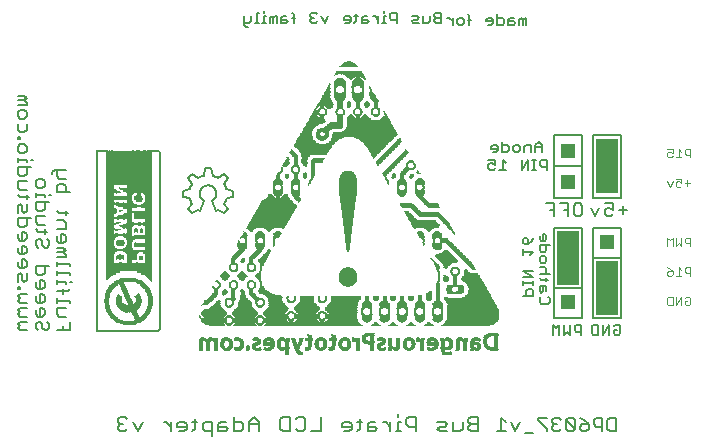
<source format=gbo>
G75*
G70*
%OFA0B0*%
%FSLAX24Y24*%
%IPPOS*%
%LPD*%
%AMOC8*
5,1,8,0,0,1.08239X$1,22.5*
%
%ADD10C,0.0080*%
%ADD11C,0.0060*%
%ADD12C,0.0050*%
%ADD13R,0.0450X0.0450*%
%ADD14R,0.0750X0.1800*%
%ADD15C,0.0040*%
%ADD16R,0.0290X0.0010*%
%ADD17R,0.0120X0.0010*%
%ADD18R,0.0140X0.0010*%
%ADD19R,0.0310X0.0010*%
%ADD20R,0.0130X0.0010*%
%ADD21R,0.0320X0.0010*%
%ADD22R,0.0330X0.0010*%
%ADD23R,0.0160X0.0010*%
%ADD24R,0.0340X0.0010*%
%ADD25R,0.0170X0.0010*%
%ADD26R,0.0180X0.0010*%
%ADD27R,0.0080X0.0010*%
%ADD28R,0.0030X0.0010*%
%ADD29R,0.0200X0.0010*%
%ADD30R,0.0040X0.0010*%
%ADD31R,0.0020X0.0010*%
%ADD32R,0.0150X0.0010*%
%ADD33R,0.0090X0.0010*%
%ADD34R,0.0100X0.0010*%
%ADD35R,0.0110X0.0010*%
%ADD36R,0.0060X0.0010*%
%ADD37R,0.0270X0.0010*%
%ADD38R,0.0250X0.0010*%
%ADD39R,0.0230X0.0010*%
%ADD40R,0.0210X0.0010*%
%ADD41R,0.0240X0.0010*%
%ADD42R,0.0220X0.0010*%
%ADD43R,0.0190X0.0010*%
%ADD44R,0.0260X0.0010*%
%ADD45R,0.0280X0.0010*%
%ADD46R,0.0370X0.0010*%
%ADD47R,0.0300X0.0010*%
%ADD48R,0.0360X0.0010*%
%ADD49R,0.0390X0.0010*%
%ADD50R,0.0350X0.0010*%
%ADD51R,0.0400X0.0010*%
%ADD52R,0.0380X0.0010*%
%ADD53R,0.0410X0.0010*%
%ADD54R,0.0420X0.0010*%
%ADD55R,0.0430X0.0010*%
%ADD56R,0.0070X0.0010*%
%ADD57R,0.0050X0.0010*%
%ADD58R,0.0010X0.0010*%
%ADD59R,0.0620X0.0010*%
%ADD60R,0.0610X0.0010*%
%ADD61R,0.0600X0.0010*%
%ADD62R,0.0450X0.0010*%
%ADD63R,0.0440X0.0010*%
%ADD64R,0.1520X0.0010*%
%ADD65R,0.3290X0.0010*%
%ADD66R,0.0770X0.0010*%
%ADD67R,0.0470X0.0010*%
%ADD68R,0.1590X0.0010*%
%ADD69R,0.3240X0.0010*%
%ADD70R,0.0740X0.0010*%
%ADD71R,0.0560X0.0010*%
%ADD72R,0.1600X0.0010*%
%ADD73R,0.3210X0.0010*%
%ADD74R,0.0720X0.0010*%
%ADD75R,0.0580X0.0010*%
%ADD76R,0.1620X0.0010*%
%ADD77R,0.3190X0.0010*%
%ADD78R,0.0700X0.0010*%
%ADD79R,0.1630X0.0010*%
%ADD80R,0.3170X0.0010*%
%ADD81R,0.0690X0.0010*%
%ADD82R,0.1650X0.0010*%
%ADD83R,0.3160X0.0010*%
%ADD84R,0.0680X0.0010*%
%ADD85R,0.0630X0.0010*%
%ADD86R,0.1670X0.0010*%
%ADD87R,0.3150X0.0010*%
%ADD88R,0.0660X0.0010*%
%ADD89R,0.0650X0.0010*%
%ADD90R,0.1680X0.0010*%
%ADD91R,0.3120X0.0010*%
%ADD92R,0.1690X0.0010*%
%ADD93R,0.3110X0.0010*%
%ADD94R,0.3100X0.0010*%
%ADD95R,0.3220X0.0010*%
%ADD96R,0.0900X0.0010*%
%ADD97R,0.0830X0.0010*%
%ADD98R,0.1700X0.0010*%
%ADD99R,0.1110X0.0010*%
%ADD100R,0.0840X0.0010*%
%ADD101R,0.0860X0.0010*%
%ADD102R,0.0880X0.0010*%
%ADD103R,0.1100X0.0010*%
%ADD104R,0.0820X0.0010*%
%ADD105R,0.0850X0.0010*%
%ADD106R,0.1080X0.0010*%
%ADD107R,0.0800X0.0010*%
%ADD108R,0.1710X0.0010*%
%ADD109R,0.0790X0.0010*%
%ADD110R,0.1720X0.0010*%
%ADD111R,0.1060X0.0010*%
%ADD112R,0.0810X0.0010*%
%ADD113R,0.1030X0.0010*%
%ADD114R,0.0750X0.0010*%
%ADD115R,0.1730X0.0010*%
%ADD116R,0.1020X0.0010*%
%ADD117R,0.0730X0.0010*%
%ADD118R,0.1010X0.0010*%
%ADD119R,0.0710X0.0010*%
%ADD120R,0.0780X0.0010*%
%ADD121R,0.1000X0.0010*%
%ADD122R,0.0990X0.0010*%
%ADD123R,0.0670X0.0010*%
%ADD124R,0.0760X0.0010*%
%ADD125R,0.0980X0.0010*%
%ADD126R,0.0960X0.0010*%
%ADD127R,0.0870X0.0010*%
%ADD128R,0.0950X0.0010*%
%ADD129R,0.0890X0.0010*%
%ADD130R,0.1090X0.0010*%
%ADD131R,0.1070X0.0010*%
%ADD132R,0.0640X0.0010*%
%ADD133R,0.0970X0.0010*%
%ADD134R,0.1040X0.0010*%
%ADD135R,0.1050X0.0010*%
%ADD136R,0.0590X0.0010*%
%ADD137R,0.0570X0.0010*%
%ADD138R,0.0550X0.0010*%
%ADD139R,0.0530X0.0010*%
%ADD140R,0.0510X0.0010*%
%ADD141R,0.1660X0.0010*%
%ADD142R,0.0480X0.0010*%
%ADD143R,0.0460X0.0010*%
%ADD144R,0.1640X0.0010*%
%ADD145R,0.0520X0.0010*%
%ADD146R,0.0940X0.0010*%
%ADD147R,0.0930X0.0010*%
%ADD148R,0.0540X0.0010*%
%ADD149R,0.0500X0.0010*%
%ADD150R,0.1610X0.0010*%
%ADD151R,0.0490X0.0010*%
%ADD152R,0.0920X0.0010*%
%ADD153R,0.0910X0.0010*%
%ADD154R,0.1270X0.0010*%
%ADD155R,0.1260X0.0010*%
%ADD156R,0.1250X0.0010*%
%ADD157R,0.1240X0.0010*%
%ADD158R,0.1220X0.0010*%
%ADD159R,0.1200X0.0010*%
%ADD160R,0.1190X0.0010*%
%ADD161R,0.1170X0.0010*%
%ADD162R,0.1160X0.0010*%
%ADD163R,0.1150X0.0010*%
%ADD164R,0.1130X0.0010*%
%ADD165R,0.1120X0.0010*%
%ADD166R,0.1180X0.0010*%
%ADD167R,0.1230X0.0010*%
%ADD168R,0.1280X0.0010*%
%ADD169R,0.1290X0.0010*%
%ADD170R,0.1210X0.0010*%
%ADD171R,0.1300X0.0010*%
%ADD172R,0.1350X0.0010*%
%ADD173R,0.1390X0.0010*%
%ADD174R,0.1440X0.0010*%
%ADD175R,0.2100X0.0010*%
%ADD176R,0.2110X0.0010*%
%ADD177R,0.2120X0.0010*%
%ADD178R,0.2130X0.0010*%
%ADD179R,0.2140X0.0010*%
%ADD180R,0.2150X0.0010*%
%ADD181R,0.2160X0.0010*%
%ADD182R,0.2170X0.0010*%
%ADD183R,0.2090X0.0010*%
%ADD184R,0.1840X0.0010*%
%ADD185R,0.1810X0.0010*%
%ADD186R,0.1790X0.0010*%
%ADD187R,0.1750X0.0010*%
%ADD188R,0.1570X0.0010*%
%ADD189R,0.1560X0.0010*%
%ADD190R,0.1550X0.0010*%
%ADD191R,0.1540X0.0010*%
%ADD192R,0.1530X0.0010*%
%ADD193R,0.1510X0.0010*%
%ADD194R,0.1500X0.0010*%
%ADD195R,0.1490X0.0010*%
%ADD196R,0.1480X0.0010*%
%ADD197R,0.1470X0.0010*%
%ADD198R,0.1460X0.0010*%
%ADD199R,0.1450X0.0010*%
%ADD200R,0.1430X0.0010*%
%ADD201R,0.0015X0.6045*%
%ADD202R,0.0015X0.6045*%
%ADD203R,0.0015X0.0045*%
%ADD204R,0.0015X0.0045*%
%ADD205R,0.0015X0.0165*%
%ADD206R,0.0015X0.0345*%
%ADD207R,0.0015X0.0465*%
%ADD208R,0.0015X0.0555*%
%ADD209R,0.0015X0.0630*%
%ADD210R,0.0015X0.0705*%
%ADD211R,0.0015X0.4335*%
%ADD212R,0.0015X0.0765*%
%ADD213R,0.0015X0.4320*%
%ADD214R,0.0015X0.0795*%
%ADD215R,0.0015X0.4305*%
%ADD216R,0.0015X0.0855*%
%ADD217R,0.0015X0.4290*%
%ADD218R,0.0015X0.0915*%
%ADD219R,0.0015X0.4275*%
%ADD220R,0.0015X0.0360*%
%ADD221R,0.0015X0.4260*%
%ADD222R,0.0015X0.0315*%
%ADD223R,0.0015X0.4245*%
%ADD224R,0.0015X0.0300*%
%ADD225R,0.0015X0.4230*%
%ADD226R,0.0015X0.0270*%
%ADD227R,0.0015X0.0255*%
%ADD228R,0.0015X0.4215*%
%ADD229R,0.0015X0.0240*%
%ADD230R,0.0015X0.4200*%
%ADD231R,0.0015X0.0225*%
%ADD232R,0.0015X0.4185*%
%ADD233R,0.0015X0.0210*%
%ADD234R,0.0015X0.4170*%
%ADD235R,0.0015X0.4155*%
%ADD236R,0.0015X0.0195*%
%ADD237R,0.0015X0.0405*%
%ADD238R,0.0015X0.0105*%
%ADD239R,0.0015X0.0060*%
%ADD240R,0.0015X0.0075*%
%ADD241R,0.0015X0.0180*%
%ADD242R,0.0015X0.1155*%
%ADD243R,0.0015X0.0390*%
%ADD244R,0.0015X0.0090*%
%ADD245R,0.0015X0.0150*%
%ADD246R,0.0015X0.0135*%
%ADD247R,0.0015X0.0375*%
%ADD248R,0.0015X0.0120*%
%ADD249R,0.0015X0.0330*%
%ADD250R,0.0015X0.0435*%
%ADD251R,0.0015X0.0030*%
%ADD252R,0.0015X0.0480*%
%ADD253R,0.0015X0.0495*%
%ADD254R,0.0015X0.0015*%
%ADD255R,0.0015X0.0285*%
%ADD256R,0.0015X0.0450*%
%ADD257R,0.0015X0.0525*%
%ADD258R,0.0015X0.0885*%
%ADD259R,0.0015X0.3015*%
%ADD260R,0.0015X0.4020*%
%ADD261R,0.0015X0.0600*%
%ADD262R,0.0015X0.0570*%
%ADD263R,0.0015X0.0825*%
%ADD264R,0.0015X0.1440*%
%ADD265R,0.0015X0.1545*%
%ADD266R,0.0015X0.1500*%
%ADD267R,0.0015X0.1485*%
%ADD268R,0.0015X0.1455*%
%ADD269R,0.0015X0.1425*%
%ADD270R,0.0015X0.0510*%
%ADD271R,0.0015X0.0720*%
%ADD272R,0.0015X0.1410*%
%ADD273R,0.0015X0.0750*%
%ADD274R,0.0015X0.0945*%
%ADD275R,0.0015X0.0420*%
%ADD276R,0.0015X0.1395*%
%ADD277R,0.0015X0.1710*%
%ADD278R,0.0015X0.1695*%
%ADD279R,0.0015X0.1515*%
%ADD280R,0.0015X0.2565*%
%ADD281R,0.0015X0.1575*%
%ADD282R,0.0015X0.4350*%
%ADD283R,0.0015X0.4365*%
%ADD284R,0.0015X0.4395*%
%ADD285R,0.0015X0.0060*%
%ADD286R,0.0015X0.5985*%
%ADD287R,0.0015X0.5955*%
%ADD288R,0.0015X0.5910*%
D10*
X008419Y003713D02*
X008499Y003633D01*
X008659Y003633D01*
X008739Y003713D01*
X008579Y003873D02*
X008499Y003873D01*
X008419Y003793D01*
X008419Y003713D01*
X008499Y003873D02*
X008419Y003953D01*
X008419Y004033D01*
X008499Y004113D01*
X008659Y004113D01*
X008739Y004033D01*
X008935Y003953D02*
X009095Y003633D01*
X009255Y003953D01*
X009960Y003953D02*
X010040Y003953D01*
X010200Y003793D01*
X010200Y003633D02*
X010200Y003953D01*
X010396Y003873D02*
X010396Y003793D01*
X010716Y003793D01*
X010716Y003713D02*
X010716Y003873D01*
X010636Y003953D01*
X010476Y003953D01*
X010396Y003873D01*
X010636Y003633D02*
X010716Y003713D01*
X010636Y003633D02*
X010476Y003633D01*
X010899Y003633D02*
X010979Y003713D01*
X010979Y004033D01*
X011060Y003953D02*
X010899Y003953D01*
X011255Y003873D02*
X011255Y003713D01*
X011335Y003633D01*
X011575Y003633D01*
X011575Y003473D02*
X011575Y003953D01*
X011335Y003953D01*
X011255Y003873D01*
X011771Y003873D02*
X011771Y003633D01*
X012011Y003633D01*
X012091Y003713D01*
X012011Y003793D01*
X011771Y003793D01*
X011771Y003873D02*
X011851Y003953D01*
X012011Y003953D01*
X012286Y003953D02*
X012526Y003953D01*
X012606Y003873D01*
X012606Y003713D01*
X012526Y003633D01*
X012286Y003633D01*
X012286Y004113D01*
X012802Y003953D02*
X012802Y003633D01*
X013122Y003633D02*
X013122Y003953D01*
X012962Y004113D01*
X012802Y003953D01*
X012802Y003873D02*
X013122Y003873D01*
X013833Y003713D02*
X013913Y003633D01*
X014153Y003633D01*
X014153Y004113D01*
X013913Y004113D01*
X013833Y004033D01*
X013833Y003713D01*
X014349Y003713D02*
X014429Y003633D01*
X014589Y003633D01*
X014669Y003713D01*
X014669Y004033D01*
X014589Y004113D01*
X014429Y004113D01*
X014349Y004033D01*
X014864Y003633D02*
X015185Y003633D01*
X015185Y004113D01*
X015896Y003873D02*
X015896Y003793D01*
X016216Y003793D01*
X016216Y003713D02*
X016216Y003873D01*
X016136Y003953D01*
X015976Y003953D01*
X015896Y003873D01*
X016136Y003633D02*
X016216Y003713D01*
X016136Y003633D02*
X015976Y003633D01*
X016399Y003633D02*
X016480Y003713D01*
X016480Y004033D01*
X016560Y003953D02*
X016399Y003953D01*
X016755Y003873D02*
X016755Y003633D01*
X016995Y003633D01*
X017075Y003713D01*
X016995Y003793D01*
X016755Y003793D01*
X016755Y003873D02*
X016835Y003953D01*
X016995Y003953D01*
X017265Y003953D02*
X017345Y003953D01*
X017505Y003793D01*
X017505Y003633D02*
X017505Y003953D01*
X017769Y003953D02*
X017769Y003633D01*
X017849Y003633D02*
X017689Y003633D01*
X017769Y003953D02*
X017849Y003953D01*
X017769Y004113D02*
X017769Y004194D01*
X018044Y004033D02*
X018044Y003873D01*
X018124Y003793D01*
X018364Y003793D01*
X018364Y003633D02*
X018364Y004113D01*
X018124Y004113D01*
X018044Y004033D01*
X019075Y003953D02*
X019315Y003953D01*
X019396Y003873D01*
X019315Y003793D01*
X019155Y003793D01*
X019075Y003713D01*
X019155Y003633D01*
X019396Y003633D01*
X019591Y003633D02*
X019591Y003953D01*
X019911Y003953D02*
X019911Y003713D01*
X019831Y003633D01*
X019591Y003633D01*
X020107Y003713D02*
X020187Y003633D01*
X020427Y003633D01*
X020427Y004113D01*
X020187Y004113D01*
X020107Y004033D01*
X020107Y003953D01*
X020187Y003873D01*
X020427Y003873D01*
X020187Y003873D02*
X020107Y003793D01*
X020107Y003713D01*
X022971Y010807D02*
X022971Y011227D01*
X022691Y011227D01*
X022831Y011017D02*
X022971Y011017D01*
X023151Y011227D02*
X023431Y011227D01*
X023431Y010807D01*
X023612Y010877D02*
X023612Y011157D01*
X023682Y011227D01*
X023822Y011227D01*
X023892Y011157D01*
X023892Y010877D01*
X023822Y010807D01*
X023682Y010807D01*
X023612Y010877D01*
X023431Y011017D02*
X023291Y011017D01*
X024191Y011087D02*
X024331Y010807D01*
X024471Y011087D01*
X024651Y011017D02*
X024651Y010877D01*
X024721Y010807D01*
X024861Y010807D01*
X024931Y010877D01*
X024931Y011017D02*
X024791Y011087D01*
X024721Y011087D01*
X024651Y011017D01*
X024651Y011227D02*
X024931Y011227D01*
X024931Y011017D01*
X025112Y011017D02*
X025392Y011017D01*
X025252Y011157D02*
X025252Y010877D01*
D11*
X022821Y009837D02*
X022481Y009837D01*
X022481Y009667D01*
X022537Y009610D01*
X022651Y009610D01*
X022707Y009667D01*
X022707Y009837D01*
X022651Y009978D02*
X022707Y010035D01*
X022707Y010148D01*
X022651Y010205D01*
X022594Y010205D01*
X022594Y009978D01*
X022537Y009978D02*
X022651Y009978D01*
X022537Y009978D02*
X022481Y010035D01*
X022481Y010148D01*
X022271Y010092D02*
X022214Y009979D01*
X022101Y009865D01*
X022101Y010036D01*
X022044Y010092D01*
X021987Y010092D01*
X021931Y010036D01*
X021931Y009922D01*
X021987Y009865D01*
X022101Y009865D01*
X021931Y009724D02*
X021931Y009497D01*
X021931Y009611D02*
X022271Y009611D01*
X022157Y009497D01*
X022481Y009412D02*
X022537Y009469D01*
X022651Y009469D01*
X022707Y009412D01*
X022707Y009298D01*
X022651Y009242D01*
X022537Y009242D01*
X022481Y009298D01*
X022481Y009412D01*
X022481Y009100D02*
X022651Y009100D01*
X022707Y009044D01*
X022707Y008930D01*
X022651Y008873D01*
X022707Y008741D02*
X022707Y008628D01*
X022764Y008685D02*
X022537Y008685D01*
X022481Y008741D01*
X022481Y008873D02*
X022821Y008873D01*
X022651Y008486D02*
X022481Y008486D01*
X022481Y008316D01*
X022537Y008260D01*
X022594Y008316D01*
X022594Y008486D01*
X022651Y008486D02*
X022707Y008430D01*
X022707Y008316D01*
X022764Y008118D02*
X022821Y008061D01*
X022821Y007948D01*
X022764Y007891D01*
X022537Y007891D01*
X022481Y007948D01*
X022481Y008061D01*
X022537Y008118D01*
X022271Y008147D02*
X022271Y008317D01*
X022214Y008374D01*
X022101Y008374D01*
X022044Y008317D01*
X022044Y008147D01*
X021931Y008147D02*
X022271Y008147D01*
X022271Y008515D02*
X022271Y008628D01*
X022271Y008572D02*
X021931Y008572D01*
X021931Y008628D02*
X021931Y008515D01*
X021931Y008761D02*
X022271Y008761D01*
X021931Y008987D01*
X022271Y008987D01*
X022912Y007187D02*
X022912Y006847D01*
X023139Y006847D02*
X023139Y007187D01*
X023026Y007074D01*
X022912Y007187D01*
X023280Y007187D02*
X023280Y006847D01*
X023394Y006960D01*
X023507Y006847D01*
X023507Y007187D01*
X023649Y007130D02*
X023649Y007017D01*
X023705Y006960D01*
X023876Y006960D01*
X023876Y006847D02*
X023876Y007187D01*
X023705Y007187D01*
X023649Y007130D01*
X024212Y007130D02*
X024212Y006903D01*
X024269Y006847D01*
X024439Y006847D01*
X024439Y007187D01*
X024269Y007187D01*
X024212Y007130D01*
X024580Y007187D02*
X024580Y006847D01*
X024807Y007187D01*
X024807Y006847D01*
X024949Y006903D02*
X024949Y007017D01*
X025062Y007017D01*
X024949Y007130D02*
X025005Y007187D01*
X025119Y007187D01*
X025176Y007130D01*
X025176Y006903D01*
X025119Y006847D01*
X025005Y006847D01*
X024949Y006903D01*
X025034Y004084D02*
X024813Y004084D01*
X024740Y004011D01*
X024740Y003717D01*
X024813Y003644D01*
X025034Y003644D01*
X025034Y004084D01*
X024573Y004084D02*
X024573Y003644D01*
X024573Y003790D02*
X024353Y003790D01*
X024280Y003864D01*
X024280Y004011D01*
X024353Y004084D01*
X024573Y004084D01*
X024113Y003864D02*
X023893Y003864D01*
X023819Y003790D01*
X023819Y003717D01*
X023893Y003644D01*
X024040Y003644D01*
X024113Y003717D01*
X024113Y003864D01*
X023966Y004011D01*
X023819Y004084D01*
X023653Y004011D02*
X023579Y004084D01*
X023432Y004084D01*
X023359Y004011D01*
X023653Y003717D01*
X023579Y003644D01*
X023432Y003644D01*
X023359Y003717D01*
X023359Y004011D01*
X023192Y004011D02*
X023119Y004084D01*
X022972Y004084D01*
X022899Y004011D01*
X022899Y003937D01*
X022972Y003864D01*
X022899Y003790D01*
X022899Y003717D01*
X022972Y003644D01*
X023119Y003644D01*
X023192Y003717D01*
X023045Y003864D02*
X022972Y003864D01*
X022732Y003717D02*
X022732Y003644D01*
X022732Y003717D02*
X022438Y004011D01*
X022438Y004084D01*
X022732Y004084D01*
X022271Y003570D02*
X021978Y003570D01*
X021664Y003644D02*
X021518Y003937D01*
X021351Y003937D02*
X021204Y004084D01*
X021204Y003644D01*
X021351Y003644D02*
X021057Y003644D01*
X021664Y003644D02*
X021811Y003937D01*
X023653Y004011D02*
X023653Y003717D01*
X012088Y011037D02*
X011968Y011217D01*
X012048Y011417D02*
X012268Y011457D01*
X012268Y011657D01*
X012038Y011697D01*
X011958Y011887D02*
X012088Y012077D01*
X011948Y012217D01*
X011758Y012087D01*
X011578Y012157D02*
X011528Y012397D01*
X011338Y012397D01*
X011288Y012157D01*
X011108Y012087D02*
X010908Y012217D01*
X010768Y012077D01*
X010908Y011887D01*
X010818Y011697D02*
X010598Y011657D01*
X010598Y011457D01*
X010818Y011417D01*
X010898Y011217D02*
X010768Y011037D01*
X010908Y010897D01*
X011088Y011017D01*
X011168Y010977D01*
X011308Y011317D01*
X011548Y011317D02*
X011698Y010977D01*
X011768Y011017D01*
X011948Y010897D01*
X012088Y011037D01*
X011966Y011222D02*
X011991Y011264D01*
X012013Y011308D01*
X012031Y011354D01*
X012046Y011401D01*
X011756Y012083D02*
X011714Y012106D01*
X011671Y012125D01*
X011626Y012142D01*
X011580Y012154D01*
X011548Y011317D02*
X011576Y011333D01*
X011603Y011352D01*
X011626Y011374D01*
X011647Y011399D01*
X011665Y011427D01*
X011680Y011456D01*
X011690Y011487D01*
X011698Y011518D01*
X011701Y011551D01*
X011700Y011583D01*
X011696Y011616D01*
X011687Y011647D01*
X011675Y011677D01*
X011660Y011706D01*
X011641Y011733D01*
X011619Y011757D01*
X011595Y011778D01*
X011568Y011797D01*
X011539Y011812D01*
X011508Y011823D01*
X011477Y011831D01*
X011444Y011835D01*
X011412Y011835D01*
X011379Y011831D01*
X011348Y011823D01*
X011317Y011812D01*
X011288Y011797D01*
X011261Y011778D01*
X011237Y011757D01*
X011215Y011733D01*
X011196Y011706D01*
X011181Y011677D01*
X011169Y011647D01*
X011160Y011616D01*
X011156Y011583D01*
X011155Y011551D01*
X011158Y011518D01*
X011166Y011487D01*
X011176Y011456D01*
X011191Y011427D01*
X011209Y011399D01*
X011230Y011374D01*
X011253Y011352D01*
X011280Y011333D01*
X011308Y011317D01*
X010816Y011698D02*
X010828Y011738D01*
X010843Y011777D01*
X010861Y011815D01*
X010881Y011851D01*
X010903Y011886D01*
X011109Y012087D02*
X011152Y012110D01*
X011196Y012130D01*
X011242Y012146D01*
X011288Y012158D01*
X010819Y011418D02*
X010829Y011376D01*
X010842Y011335D01*
X010858Y011295D01*
X010877Y011256D01*
X010899Y011219D01*
X012040Y011699D02*
X012029Y011739D01*
X012015Y011778D01*
X011999Y011815D01*
X011980Y011852D01*
X011959Y011887D01*
X006826Y011599D02*
X006386Y011599D01*
X006386Y011819D01*
X006459Y011893D01*
X006606Y011893D01*
X006679Y011819D01*
X006679Y011599D01*
X006679Y012059D02*
X006459Y012059D01*
X006386Y012133D01*
X006386Y012353D01*
X006312Y012353D02*
X006239Y012279D01*
X006239Y012206D01*
X006312Y012353D02*
X006679Y012353D01*
X005979Y011973D02*
X005979Y011826D01*
X005906Y011752D01*
X005759Y011752D01*
X005686Y011826D01*
X005686Y011973D01*
X005759Y012046D01*
X005906Y012046D01*
X005979Y011973D01*
X005979Y011519D02*
X005686Y011519D01*
X005686Y011446D02*
X005686Y011592D01*
X005453Y011442D02*
X005159Y011442D01*
X005086Y011516D01*
X005159Y011676D02*
X005086Y011749D01*
X005086Y011969D01*
X005379Y011969D01*
X005306Y012136D02*
X005379Y012209D01*
X005379Y012430D01*
X005526Y012430D02*
X005086Y012430D01*
X005086Y012209D01*
X005159Y012136D01*
X005306Y012136D01*
X005379Y012596D02*
X005379Y012670D01*
X005086Y012670D01*
X005086Y012743D02*
X005086Y012596D01*
X005159Y012903D02*
X005086Y012977D01*
X005086Y013124D01*
X005159Y013197D01*
X005306Y013197D01*
X005379Y013124D01*
X005379Y012977D01*
X005306Y012903D01*
X005159Y012903D01*
X005526Y012670D02*
X005599Y012670D01*
X005159Y013364D02*
X005159Y013437D01*
X005086Y013437D01*
X005086Y013364D01*
X005159Y013364D01*
X005159Y013594D02*
X005086Y013667D01*
X005086Y013887D01*
X005159Y014054D02*
X005086Y014128D01*
X005086Y014274D01*
X005159Y014348D01*
X005306Y014348D01*
X005379Y014274D01*
X005379Y014128D01*
X005306Y014054D01*
X005159Y014054D01*
X005379Y013887D02*
X005379Y013667D01*
X005306Y013594D01*
X005159Y013594D01*
X005086Y014515D02*
X005379Y014515D01*
X005379Y014588D01*
X005306Y014661D01*
X005379Y014735D01*
X005306Y014808D01*
X005086Y014808D01*
X005086Y014661D02*
X005306Y014661D01*
X005379Y011676D02*
X005159Y011676D01*
X005379Y011516D02*
X005379Y011369D01*
X005379Y011202D02*
X005379Y010982D01*
X005306Y010909D01*
X005233Y010982D01*
X005233Y011129D01*
X005159Y011202D01*
X005086Y011129D01*
X005086Y010909D01*
X005086Y010742D02*
X005086Y010522D01*
X005159Y010448D01*
X005306Y010448D01*
X005379Y010522D01*
X005379Y010742D01*
X005526Y010742D02*
X005086Y010742D01*
X005686Y010818D02*
X005686Y010598D01*
X005759Y010525D01*
X005979Y010525D01*
X005979Y010365D02*
X005979Y010218D01*
X006053Y010291D02*
X005759Y010291D01*
X005686Y010365D01*
X005379Y010208D02*
X005306Y010281D01*
X005233Y010281D01*
X005233Y009988D01*
X005306Y009988D02*
X005379Y010061D01*
X005379Y010208D01*
X005306Y009988D02*
X005159Y009988D01*
X005086Y010061D01*
X005086Y010208D01*
X005686Y009978D02*
X005686Y009831D01*
X005759Y009758D01*
X005906Y009831D02*
X005906Y009978D01*
X005833Y010051D01*
X005759Y010051D01*
X005686Y009978D01*
X005906Y009831D02*
X005979Y009758D01*
X006053Y009758D01*
X006126Y009831D01*
X006126Y009978D01*
X006053Y010051D01*
X006386Y009984D02*
X006386Y010131D01*
X006386Y009984D02*
X006459Y009911D01*
X006606Y009911D01*
X006679Y009984D01*
X006679Y010131D01*
X006606Y010205D01*
X006533Y010205D01*
X006533Y009911D01*
X006606Y009744D02*
X006386Y009744D01*
X006386Y009597D02*
X006606Y009597D01*
X006679Y009671D01*
X006606Y009744D01*
X006606Y009597D02*
X006679Y009524D01*
X006679Y009451D01*
X006386Y009451D01*
X006386Y009291D02*
X006386Y009144D01*
X006386Y009217D02*
X006826Y009217D01*
X006826Y009144D01*
X006826Y008910D02*
X006386Y008910D01*
X006386Y008837D02*
X006386Y008984D01*
X006126Y009131D02*
X005686Y009131D01*
X005686Y008910D01*
X005759Y008837D01*
X005906Y008837D01*
X005979Y008910D01*
X005979Y009131D01*
X005379Y009140D02*
X005306Y009067D01*
X005159Y009067D01*
X005086Y009140D01*
X005086Y009287D01*
X005233Y009361D02*
X005233Y009067D01*
X005379Y009140D02*
X005379Y009287D01*
X005306Y009361D01*
X005233Y009361D01*
X005233Y009527D02*
X005233Y009821D01*
X005306Y009821D01*
X005379Y009748D01*
X005379Y009601D01*
X005306Y009527D01*
X005159Y009527D01*
X005086Y009601D01*
X005086Y009748D01*
X005159Y008900D02*
X005233Y008827D01*
X005233Y008680D01*
X005306Y008607D01*
X005379Y008680D01*
X005379Y008900D01*
X005159Y008900D02*
X005086Y008827D01*
X005086Y008607D01*
X005086Y008450D02*
X005086Y008377D01*
X005159Y008377D01*
X005159Y008450D01*
X005086Y008450D01*
X005159Y008210D02*
X005379Y008210D01*
X005159Y008210D02*
X005086Y008136D01*
X005159Y008063D01*
X005086Y007990D01*
X005159Y007916D01*
X005379Y007916D01*
X005379Y007749D02*
X005159Y007749D01*
X005086Y007676D01*
X005159Y007603D01*
X005086Y007529D01*
X005159Y007456D01*
X005379Y007456D01*
X005379Y007289D02*
X005159Y007289D01*
X005086Y007216D01*
X005159Y007142D01*
X005086Y007069D01*
X005159Y006996D01*
X005379Y006996D01*
X005686Y007069D02*
X005759Y006996D01*
X005686Y007069D02*
X005686Y007216D01*
X005759Y007289D01*
X005833Y007289D01*
X005906Y007216D01*
X005906Y007069D01*
X005979Y006996D01*
X006053Y006996D01*
X006126Y007069D01*
X006126Y007216D01*
X006053Y007289D01*
X005906Y007456D02*
X005979Y007529D01*
X005979Y007676D01*
X005906Y007749D01*
X005833Y007749D01*
X005833Y007456D01*
X005906Y007456D02*
X005759Y007456D01*
X005686Y007529D01*
X005686Y007676D01*
X005759Y007916D02*
X005686Y007990D01*
X005686Y008136D01*
X005833Y008210D02*
X005833Y007916D01*
X005906Y007916D02*
X005979Y007990D01*
X005979Y008136D01*
X005906Y008210D01*
X005833Y008210D01*
X005833Y008377D02*
X005833Y008670D01*
X005906Y008670D01*
X005979Y008597D01*
X005979Y008450D01*
X005906Y008377D01*
X005759Y008377D01*
X005686Y008450D01*
X005686Y008597D01*
X005759Y007916D02*
X005906Y007916D01*
X006386Y007916D02*
X006386Y008063D01*
X006386Y007990D02*
X006826Y007990D01*
X006826Y007916D01*
X006679Y007749D02*
X006386Y007749D01*
X006386Y007529D01*
X006459Y007456D01*
X006679Y007456D01*
X006826Y007289D02*
X006826Y006996D01*
X006386Y006996D01*
X006606Y006996D02*
X006606Y007142D01*
X006606Y008223D02*
X006606Y008370D01*
X006753Y008296D02*
X006386Y008296D01*
X006386Y008530D02*
X006386Y008677D01*
X006386Y008603D02*
X006679Y008603D01*
X006679Y008530D01*
X006826Y008603D02*
X006899Y008603D01*
X006826Y008370D02*
X006753Y008296D01*
X006826Y008837D02*
X006826Y008910D01*
X006679Y010371D02*
X006386Y010371D01*
X006679Y010371D02*
X006679Y010592D01*
X006606Y010665D01*
X006386Y010665D01*
X006459Y010905D02*
X006386Y010979D01*
X006459Y010905D02*
X006753Y010905D01*
X006679Y010832D02*
X006679Y010979D01*
X006126Y011279D02*
X005686Y011279D01*
X005686Y011059D01*
X005759Y010985D01*
X005906Y010985D01*
X005979Y011059D01*
X005979Y011279D01*
X005979Y011446D02*
X005979Y011519D01*
X006126Y011519D02*
X006199Y011519D01*
X005979Y010818D02*
X005686Y010818D01*
X020775Y012403D02*
X020832Y012347D01*
X020945Y012347D01*
X021002Y012403D01*
X021002Y012517D02*
X020888Y012574D01*
X020832Y012574D01*
X020775Y012517D01*
X020775Y012403D01*
X021002Y012517D02*
X021002Y012687D01*
X020775Y012687D01*
X021143Y012347D02*
X021370Y012347D01*
X021257Y012347D02*
X021257Y012687D01*
X021370Y012574D01*
X021409Y012947D02*
X021466Y013003D01*
X021466Y013117D01*
X021409Y013174D01*
X021239Y013174D01*
X021239Y013287D02*
X021239Y012947D01*
X021409Y012947D01*
X021607Y013003D02*
X021607Y013117D01*
X021664Y013174D01*
X021777Y013174D01*
X021834Y013117D01*
X021834Y013003D01*
X021777Y012947D01*
X021664Y012947D01*
X021607Y013003D01*
X021975Y012947D02*
X021975Y013117D01*
X022032Y013174D01*
X022202Y013174D01*
X022202Y012947D01*
X022344Y012947D02*
X022344Y013174D01*
X022457Y013287D01*
X022571Y013174D01*
X022571Y012947D01*
X022571Y013117D02*
X022344Y013117D01*
X022352Y012687D02*
X022239Y012687D01*
X022296Y012687D02*
X022296Y012347D01*
X022352Y012347D02*
X022239Y012347D01*
X022107Y012347D02*
X022107Y012687D01*
X021880Y012347D01*
X021880Y012687D01*
X022494Y012630D02*
X022494Y012517D01*
X022551Y012460D01*
X022721Y012460D01*
X022721Y012347D02*
X022721Y012687D01*
X022551Y012687D01*
X022494Y012630D01*
X021097Y013003D02*
X021097Y013117D01*
X021041Y013174D01*
X020927Y013174D01*
X020871Y013117D01*
X020871Y013060D01*
X021097Y013060D01*
X021097Y013003D02*
X021041Y012947D01*
X020927Y012947D01*
D12*
X022951Y012467D02*
X023901Y012467D01*
X023901Y013517D01*
X022951Y013517D01*
X022951Y012467D01*
X022951Y011417D01*
X023901Y011417D01*
X023901Y012467D01*
X024251Y011417D02*
X024251Y013517D01*
X025201Y013517D01*
X025201Y011417D01*
X024251Y011417D01*
X024251Y010417D02*
X025201Y010417D01*
X025201Y009417D01*
X024251Y009417D01*
X024251Y007417D01*
X025201Y007417D01*
X025201Y009417D01*
X024251Y009417D02*
X024251Y010417D01*
X023901Y010417D02*
X022951Y010417D01*
X022951Y007417D01*
X023901Y007417D01*
X023901Y010417D01*
X023885Y008417D02*
X022969Y008417D01*
X012748Y017123D02*
X012690Y017123D01*
X012631Y017181D01*
X012631Y017473D01*
X012631Y017239D02*
X012807Y017239D01*
X012865Y017298D01*
X012865Y017473D01*
X013052Y017590D02*
X013052Y017239D01*
X012994Y017239D02*
X013111Y017239D01*
X013239Y017239D02*
X013356Y017239D01*
X013298Y017239D02*
X013298Y017473D01*
X013356Y017473D01*
X013298Y017590D02*
X013298Y017648D01*
X013111Y017590D02*
X013052Y017590D01*
X013491Y017414D02*
X013491Y017239D01*
X013608Y017239D02*
X013608Y017414D01*
X013666Y017473D01*
X013724Y017473D01*
X013724Y017239D01*
X013859Y017239D02*
X014034Y017239D01*
X014093Y017298D01*
X014034Y017356D01*
X013859Y017356D01*
X013859Y017414D02*
X013859Y017239D01*
X013859Y017414D02*
X013918Y017473D01*
X014034Y017473D01*
X014221Y017414D02*
X014338Y017414D01*
X014280Y017531D02*
X014221Y017590D01*
X014280Y017531D02*
X014280Y017239D01*
X014841Y017298D02*
X014900Y017239D01*
X015016Y017239D01*
X015075Y017298D01*
X014958Y017414D02*
X014900Y017414D01*
X014841Y017356D01*
X014841Y017298D01*
X014900Y017414D02*
X014841Y017473D01*
X014841Y017531D01*
X014900Y017590D01*
X015016Y017590D01*
X015075Y017531D01*
X015210Y017473D02*
X015326Y017239D01*
X015443Y017473D01*
X015946Y017414D02*
X015946Y017356D01*
X016180Y017356D01*
X016180Y017298D02*
X016180Y017414D01*
X016121Y017473D01*
X016005Y017473D01*
X015946Y017414D01*
X016005Y017239D02*
X016121Y017239D01*
X016180Y017298D01*
X016308Y017239D02*
X016367Y017298D01*
X016367Y017531D01*
X016425Y017473D02*
X016308Y017473D01*
X016560Y017414D02*
X016560Y017239D01*
X016735Y017239D01*
X016794Y017298D01*
X016735Y017356D01*
X016560Y017356D01*
X016560Y017414D02*
X016618Y017473D01*
X016735Y017473D01*
X016925Y017473D02*
X016984Y017473D01*
X017100Y017356D01*
X017100Y017239D02*
X017100Y017473D01*
X017288Y017473D02*
X017288Y017239D01*
X017346Y017239D02*
X017229Y017239D01*
X017288Y017473D02*
X017346Y017473D01*
X017288Y017590D02*
X017288Y017648D01*
X017481Y017531D02*
X017481Y017414D01*
X017539Y017356D01*
X017714Y017356D01*
X017714Y017239D02*
X017714Y017590D01*
X017539Y017590D01*
X017481Y017531D01*
X018217Y017473D02*
X018392Y017473D01*
X018451Y017414D01*
X018392Y017356D01*
X018276Y017356D01*
X018217Y017298D01*
X018276Y017239D01*
X018451Y017239D01*
X018586Y017239D02*
X018586Y017473D01*
X018819Y017473D02*
X018819Y017298D01*
X018761Y017239D01*
X018586Y017239D01*
X018954Y017298D02*
X019012Y017239D01*
X019187Y017239D01*
X019187Y017590D01*
X019012Y017590D01*
X018954Y017531D01*
X018954Y017473D01*
X019012Y017414D01*
X019187Y017414D01*
X019012Y017414D02*
X018954Y017356D01*
X018954Y017298D01*
X019410Y017413D02*
X019468Y017413D01*
X019585Y017297D01*
X019585Y017413D02*
X019585Y017180D01*
X019720Y017238D02*
X019720Y017355D01*
X019778Y017413D01*
X019895Y017413D01*
X019953Y017355D01*
X019953Y017238D01*
X019895Y017180D01*
X019778Y017180D01*
X019720Y017238D01*
X020082Y017355D02*
X020199Y017355D01*
X020140Y017472D02*
X020140Y017180D01*
X020140Y017472D02*
X020082Y017530D01*
X020702Y017355D02*
X020702Y017297D01*
X020935Y017297D01*
X020935Y017355D02*
X020877Y017413D01*
X020760Y017413D01*
X020702Y017355D01*
X020760Y017180D02*
X020877Y017180D01*
X020935Y017238D01*
X020935Y017355D01*
X021070Y017413D02*
X021245Y017413D01*
X021304Y017355D01*
X021304Y017238D01*
X021245Y017180D01*
X021070Y017180D01*
X021070Y017530D01*
X021438Y017355D02*
X021438Y017180D01*
X021614Y017180D01*
X021672Y017238D01*
X021614Y017297D01*
X021438Y017297D01*
X021438Y017355D02*
X021497Y017413D01*
X021614Y017413D01*
X021807Y017355D02*
X021807Y017180D01*
X021923Y017180D02*
X021923Y017355D01*
X021865Y017413D01*
X021807Y017355D01*
X021923Y017355D02*
X021982Y017413D01*
X022040Y017413D01*
X022040Y017180D01*
X013608Y017414D02*
X013549Y017473D01*
X013491Y017414D01*
D13*
X023426Y012992D03*
X023426Y011942D03*
X024726Y009942D03*
X023426Y007942D03*
D14*
X024726Y008417D03*
X023426Y009417D03*
X024726Y012467D03*
D15*
X026726Y012809D02*
X026773Y012762D01*
X026866Y012762D01*
X026913Y012809D01*
X026913Y012902D02*
X026820Y012949D01*
X026773Y012949D01*
X026726Y012902D01*
X026726Y012809D01*
X026913Y012902D02*
X026913Y013043D01*
X026726Y013043D01*
X027114Y013043D02*
X027114Y012762D01*
X027021Y012762D02*
X027208Y012762D01*
X027316Y012902D02*
X027316Y012996D01*
X027362Y013043D01*
X027502Y013043D01*
X027502Y012762D01*
X027502Y012856D02*
X027362Y012856D01*
X027316Y012902D01*
X027208Y012949D02*
X027114Y013043D01*
X027021Y012058D02*
X027208Y012058D01*
X027208Y011918D01*
X027114Y011965D01*
X027068Y011965D01*
X027021Y011918D01*
X027021Y011825D01*
X027068Y011778D01*
X027161Y011778D01*
X027208Y011825D01*
X027316Y011918D02*
X027502Y011918D01*
X027409Y011825D02*
X027409Y012012D01*
X026913Y011965D02*
X026820Y011778D01*
X026726Y011965D01*
X026726Y010090D02*
X026726Y009810D01*
X026913Y009810D02*
X026913Y010090D01*
X026820Y009996D01*
X026726Y010090D01*
X027021Y010090D02*
X027021Y009810D01*
X027114Y009903D01*
X027208Y009810D01*
X027208Y010090D01*
X027316Y010043D02*
X027316Y009950D01*
X027362Y009903D01*
X027502Y009903D01*
X027502Y009810D02*
X027502Y010090D01*
X027362Y010090D01*
X027316Y010043D01*
X027362Y009106D02*
X027316Y009059D01*
X027316Y008965D01*
X027362Y008919D01*
X027502Y008919D01*
X027502Y008825D02*
X027502Y009106D01*
X027362Y009106D01*
X027208Y009012D02*
X027114Y009106D01*
X027114Y008825D01*
X027021Y008825D02*
X027208Y008825D01*
X026913Y008872D02*
X026866Y008825D01*
X026773Y008825D01*
X026726Y008872D01*
X026726Y008919D01*
X026773Y008965D01*
X026913Y008965D01*
X026913Y008872D01*
X026913Y008965D02*
X026820Y009059D01*
X026726Y009106D01*
X026773Y008121D02*
X026913Y008121D01*
X026913Y007841D01*
X026773Y007841D01*
X026726Y007888D01*
X026726Y008075D01*
X026773Y008121D01*
X027021Y008121D02*
X027021Y007841D01*
X027208Y008121D01*
X027208Y007841D01*
X027316Y007888D02*
X027316Y007981D01*
X027409Y007981D01*
X027502Y007888D02*
X027456Y007841D01*
X027362Y007841D01*
X027316Y007888D01*
X027502Y007888D02*
X027502Y008075D01*
X027456Y008121D01*
X027362Y008121D01*
X027316Y008075D01*
D16*
X020367Y006693D03*
X020317Y006563D03*
X019417Y006173D03*
X018877Y006343D03*
X018907Y006683D03*
X018127Y006693D03*
X017907Y007323D03*
X017307Y007323D03*
X016717Y007323D03*
X016717Y007333D03*
X016717Y007893D03*
X016097Y008483D03*
X018487Y007893D03*
X019077Y007893D03*
X019397Y009213D03*
X019357Y009553D03*
X019077Y009753D03*
X019077Y009763D03*
X019327Y009973D03*
X019077Y010173D03*
X019077Y010183D03*
X019077Y010193D03*
X018277Y010663D03*
X018487Y011533D03*
X018487Y011543D03*
X018487Y011953D03*
X017897Y011953D03*
X017897Y011533D03*
X016987Y012903D03*
X015697Y013373D03*
X015467Y013183D03*
X014977Y014073D03*
X015357Y014733D03*
X015357Y014743D03*
X016657Y014053D03*
X017317Y014013D03*
X013757Y011953D03*
X013757Y011543D03*
X013757Y011533D03*
X014357Y011533D03*
X016097Y010463D03*
X016097Y010453D03*
X016097Y010443D03*
X016097Y010433D03*
X016097Y010423D03*
X016097Y010413D03*
X016097Y010403D03*
X013167Y010183D03*
X013167Y009763D03*
X012577Y009763D03*
X012577Y009753D03*
X012577Y008823D03*
X012577Y008753D03*
X011987Y008753D03*
X011987Y008823D03*
X012207Y008053D03*
X011707Y007773D03*
X013247Y008303D03*
X013457Y006683D03*
X013057Y006383D03*
X013057Y006373D03*
X012457Y006393D03*
X012457Y006403D03*
X012447Y006383D03*
X015187Y006693D03*
X015197Y006353D03*
X015987Y006353D03*
X016827Y006543D03*
X017207Y006393D03*
X017217Y006373D03*
D17*
X017232Y006313D03*
X017122Y006413D03*
X017122Y006423D03*
X017122Y006443D03*
X017292Y006633D03*
X017502Y006353D03*
X017502Y006343D03*
X017502Y006333D03*
X017772Y006483D03*
X017772Y006493D03*
X017772Y006503D03*
X017772Y006513D03*
X017772Y006523D03*
X017772Y006533D03*
X017772Y006543D03*
X017772Y006553D03*
X017772Y006563D03*
X017772Y006573D03*
X017772Y006583D03*
X017772Y006593D03*
X017772Y006603D03*
X017772Y006613D03*
X017772Y006623D03*
X017772Y006633D03*
X017772Y006643D03*
X017772Y006653D03*
X017772Y006663D03*
X017772Y006673D03*
X017772Y006683D03*
X017772Y006693D03*
X017772Y006703D03*
X017772Y006713D03*
X017772Y006723D03*
X017602Y007213D03*
X017312Y007263D03*
X017012Y007213D03*
X016722Y007263D03*
X016302Y006693D03*
X016302Y006683D03*
X015612Y006633D03*
X015612Y006623D03*
X015612Y006613D03*
X015612Y006603D03*
X015612Y006593D03*
X015612Y006583D03*
X015612Y006573D03*
X015612Y006563D03*
X015612Y006553D03*
X015612Y006543D03*
X015612Y006533D03*
X015612Y006523D03*
X015612Y006513D03*
X015612Y006503D03*
X015612Y006493D03*
X015612Y006483D03*
X015612Y006473D03*
X015612Y006463D03*
X015612Y006743D03*
X015612Y006753D03*
X015612Y006763D03*
X015612Y006773D03*
X015612Y006783D03*
X015612Y006793D03*
X015612Y006803D03*
X014502Y006583D03*
X014472Y006493D03*
X014342Y006473D03*
X014332Y006503D03*
X014322Y006523D03*
X014322Y006533D03*
X014312Y006553D03*
X014312Y006563D03*
X014312Y006573D03*
X014312Y006583D03*
X014302Y006593D03*
X014302Y006603D03*
X014292Y006633D03*
X014082Y006683D03*
X014082Y006693D03*
X013892Y006733D03*
X013592Y006593D03*
X013592Y006583D03*
X013592Y006573D03*
X013582Y006603D03*
X013582Y006613D03*
X013592Y006483D03*
X013592Y006473D03*
X013592Y006463D03*
X013332Y006603D03*
X013332Y006613D03*
X013342Y006633D03*
X013322Y006593D03*
X013322Y006583D03*
X012962Y006443D03*
X012962Y006433D03*
X012962Y006423D03*
X012762Y006443D03*
X011192Y006453D03*
X011192Y006463D03*
X011192Y006473D03*
X011192Y006483D03*
X011192Y006493D03*
X011192Y006503D03*
X011192Y006513D03*
X011192Y006523D03*
X011192Y006533D03*
X011192Y006543D03*
X011192Y006553D03*
X011192Y006563D03*
X011192Y006573D03*
X011192Y006583D03*
X011192Y006593D03*
X011192Y006443D03*
X011192Y006433D03*
X011192Y006423D03*
X011192Y006413D03*
X011192Y006403D03*
X011192Y006393D03*
X011192Y006383D03*
X011192Y006373D03*
X011192Y006363D03*
X011192Y006353D03*
X011192Y006343D03*
X011192Y006333D03*
X011192Y006323D03*
X013052Y007983D03*
X013222Y008423D03*
X013122Y008713D03*
X013122Y008723D03*
X013122Y008863D03*
X013222Y009183D03*
X013222Y009193D03*
X012602Y009343D03*
X012672Y010063D03*
X012652Y010193D03*
X012872Y010303D03*
X013262Y010063D03*
X013462Y010303D03*
X013512Y011493D03*
X013852Y011653D03*
X013852Y011843D03*
X013772Y012123D03*
X013772Y012133D03*
X013772Y012143D03*
X014002Y012453D03*
X014082Y012663D03*
X014082Y012673D03*
X014672Y012493D03*
X014672Y012193D03*
X014932Y012163D03*
X014932Y012153D03*
X014442Y011843D03*
X014262Y011843D03*
X014262Y011653D03*
X014442Y011653D03*
X014012Y011493D03*
X016962Y012793D03*
X017112Y012543D03*
X017332Y012163D03*
X017612Y012083D03*
X017632Y012153D03*
X017802Y011833D03*
X018202Y012083D03*
X018232Y012163D03*
X018492Y012043D03*
X018582Y011653D03*
X019462Y010443D03*
X019472Y010423D03*
X019482Y010413D03*
X019172Y010063D03*
X019052Y009163D03*
X019062Y009153D03*
X019092Y009073D03*
X019092Y009063D03*
X019092Y009053D03*
X019352Y009083D03*
X019352Y009093D03*
X019352Y008783D03*
X019092Y008503D03*
X018812Y008223D03*
X018792Y007993D03*
X018602Y007723D03*
X018202Y007993D03*
X018022Y007713D03*
X017602Y007993D03*
X017432Y007713D03*
X017192Y007713D03*
X017012Y007993D03*
X016842Y007713D03*
X016602Y007723D03*
X017902Y007263D03*
X018192Y007223D03*
X018442Y006693D03*
X018582Y006693D03*
X018582Y006703D03*
X018582Y006683D03*
X018582Y006673D03*
X018572Y006553D03*
X018572Y006543D03*
X018572Y006533D03*
X018572Y006523D03*
X018572Y006513D03*
X018572Y006503D03*
X018572Y006493D03*
X018572Y006483D03*
X018572Y006473D03*
X018572Y006463D03*
X018572Y006453D03*
X018572Y006443D03*
X018572Y006433D03*
X018572Y006423D03*
X018572Y006413D03*
X018572Y006403D03*
X018572Y006393D03*
X018572Y006383D03*
X018572Y006373D03*
X018572Y006363D03*
X018572Y006353D03*
X018572Y006343D03*
X018772Y006573D03*
X018772Y006583D03*
X018772Y006593D03*
X018782Y006603D03*
X018782Y006613D03*
X018792Y006633D03*
X019022Y006623D03*
X019032Y006613D03*
X019032Y006603D03*
X019042Y006593D03*
X019042Y006583D03*
X019042Y006573D03*
X019042Y006473D03*
X019042Y006463D03*
X019252Y006323D03*
X019252Y006313D03*
X019242Y006703D03*
X019742Y006323D03*
X020222Y006323D03*
X020222Y006333D03*
X020232Y006343D03*
X018782Y007223D03*
X019202Y007503D03*
X020022Y008973D03*
X020282Y009023D03*
X014512Y006173D03*
X018022Y012943D03*
X017802Y013323D03*
X016662Y014133D03*
X016722Y014433D03*
X016722Y014443D03*
X016872Y014893D03*
X016562Y014893D03*
X016282Y014893D03*
X015972Y014893D03*
X015692Y014893D03*
X015442Y015023D03*
X016182Y015373D03*
X014962Y014183D03*
D18*
X015232Y014103D03*
X015232Y014093D03*
X015232Y014083D03*
X015232Y014073D03*
X015232Y014063D03*
X015232Y014053D03*
X015232Y014423D03*
X015232Y014433D03*
X015232Y014443D03*
X015232Y014453D03*
X015232Y014463D03*
X016132Y014453D03*
X016132Y014553D03*
X016422Y014563D03*
X016422Y014573D03*
X016422Y014583D03*
X016422Y014593D03*
X016422Y014603D03*
X016422Y014613D03*
X016422Y014543D03*
X016422Y014533D03*
X016422Y014523D03*
X016422Y014513D03*
X016422Y014503D03*
X016422Y014493D03*
X016422Y014483D03*
X016422Y014473D03*
X016422Y014463D03*
X016422Y014453D03*
X016422Y014443D03*
X016422Y014433D03*
X016722Y014453D03*
X017012Y014453D03*
X017012Y014463D03*
X017012Y014473D03*
X017012Y014483D03*
X017012Y014493D03*
X017012Y014503D03*
X017012Y014513D03*
X017012Y014523D03*
X017012Y014533D03*
X017012Y014543D03*
X017012Y014553D03*
X017012Y014563D03*
X017012Y014573D03*
X017012Y014583D03*
X017012Y014593D03*
X017012Y014603D03*
X017012Y014613D03*
X017012Y014443D03*
X017012Y014433D03*
X017012Y014423D03*
X017012Y014413D03*
X017012Y014113D03*
X017342Y014113D03*
X016662Y014123D03*
X016422Y014113D03*
X016422Y014103D03*
X016422Y014093D03*
X016422Y014083D03*
X016422Y014073D03*
X016422Y014063D03*
X016422Y014053D03*
X015382Y013553D03*
X015382Y013543D03*
X015382Y013533D03*
X015382Y013523D03*
X015382Y013513D03*
X015382Y013503D03*
X015382Y013493D03*
X015372Y013563D03*
X015102Y013553D03*
X015102Y013493D03*
X015102Y013483D03*
X015112Y013473D03*
X015242Y013323D03*
X014942Y012553D03*
X014942Y012543D03*
X014942Y012533D03*
X014942Y012523D03*
X014942Y012513D03*
X014942Y012503D03*
X014942Y012493D03*
X014942Y012483D03*
X014942Y012473D03*
X014942Y012463D03*
X014942Y012453D03*
X014942Y012443D03*
X014942Y012433D03*
X014942Y012423D03*
X014942Y012413D03*
X014942Y012403D03*
X014942Y012393D03*
X014942Y012383D03*
X014942Y012373D03*
X014942Y012363D03*
X014942Y012353D03*
X014942Y012343D03*
X014942Y012333D03*
X014942Y012323D03*
X014942Y012313D03*
X014942Y012303D03*
X014942Y012293D03*
X014942Y012283D03*
X014942Y012273D03*
X014942Y012263D03*
X014942Y012253D03*
X014942Y012243D03*
X014942Y012233D03*
X014942Y012223D03*
X014942Y012213D03*
X014942Y012203D03*
X014942Y012193D03*
X014942Y012183D03*
X014662Y012163D03*
X014652Y012093D03*
X014352Y012093D03*
X014352Y012103D03*
X014352Y012113D03*
X014352Y012123D03*
X014352Y012133D03*
X014352Y012143D03*
X014352Y012153D03*
X014352Y012163D03*
X014352Y012173D03*
X014352Y012183D03*
X014352Y012193D03*
X014352Y012083D03*
X014352Y012073D03*
X014352Y012063D03*
X014352Y012053D03*
X014352Y012043D03*
X014062Y012093D03*
X013762Y012093D03*
X013762Y012103D03*
X013762Y012083D03*
X013762Y012073D03*
X013762Y012063D03*
X013762Y012053D03*
X013762Y012043D03*
X014352Y012483D03*
X014352Y012493D03*
X014352Y012503D03*
X014352Y012513D03*
X014352Y012523D03*
X014352Y012533D03*
X014352Y012543D03*
X014352Y012553D03*
X014352Y012563D03*
X014352Y012573D03*
X014352Y012583D03*
X014352Y012593D03*
X014352Y012603D03*
X014352Y012613D03*
X014352Y012623D03*
X014352Y012633D03*
X014352Y012643D03*
X014352Y012653D03*
X014352Y012663D03*
X014352Y012673D03*
X014352Y012683D03*
X014352Y012693D03*
X014352Y012703D03*
X014352Y012713D03*
X014352Y012723D03*
X014352Y012733D03*
X014352Y012743D03*
X014352Y012753D03*
X014242Y012923D03*
X014072Y012633D03*
X014072Y012623D03*
X014662Y012513D03*
X016092Y012293D03*
X017112Y012553D03*
X017332Y012173D03*
X017612Y012103D03*
X017612Y012093D03*
X017622Y012123D03*
X017622Y012133D03*
X017902Y012133D03*
X017902Y012143D03*
X017902Y012153D03*
X017902Y012123D03*
X017902Y012113D03*
X017902Y012103D03*
X017902Y012093D03*
X017902Y012083D03*
X017902Y012073D03*
X017902Y012063D03*
X017902Y012053D03*
X017902Y012043D03*
X018202Y012103D03*
X018232Y012153D03*
X018192Y012633D03*
X018022Y012933D03*
X017802Y013313D03*
X016882Y014883D03*
X016552Y015123D03*
X016292Y014883D03*
X016182Y015383D03*
X016182Y015393D03*
X016422Y015393D03*
X016422Y015403D03*
X016422Y015413D03*
X016422Y015423D03*
X016422Y015433D03*
X016422Y015383D03*
X016572Y015433D03*
X016132Y015933D03*
X015832Y015383D03*
X015432Y015003D03*
X015432Y014993D03*
X015432Y014983D03*
X014012Y011473D03*
X013762Y011433D03*
X013762Y011423D03*
X013762Y011413D03*
X013762Y011403D03*
X013512Y011463D03*
X013512Y011473D03*
X014442Y011323D03*
X013462Y010313D03*
X013172Y010263D03*
X012872Y010313D03*
X012652Y010173D03*
X012492Y009873D03*
X012592Y009323D03*
X012582Y009283D03*
X012582Y009273D03*
X012872Y009273D03*
X012872Y009283D03*
X012872Y009293D03*
X012872Y009303D03*
X012872Y009313D03*
X012872Y009323D03*
X012872Y009333D03*
X012872Y009343D03*
X012872Y009263D03*
X012872Y009253D03*
X012872Y009243D03*
X013232Y009213D03*
X013112Y008843D03*
X013112Y008743D03*
X012872Y008643D03*
X012872Y008343D03*
X012872Y008333D03*
X012872Y008323D03*
X012872Y008313D03*
X012872Y008303D03*
X012872Y008293D03*
X012872Y008283D03*
X012872Y008273D03*
X012872Y008263D03*
X012872Y008253D03*
X012872Y008243D03*
X013052Y007993D03*
X013172Y007753D03*
X013172Y007463D03*
X013032Y006733D03*
X013132Y006593D03*
X012972Y006463D03*
X012972Y006403D03*
X012762Y006413D03*
X012762Y006423D03*
X012762Y006353D03*
X012562Y006463D03*
X012562Y006473D03*
X012562Y006483D03*
X012552Y006453D03*
X012562Y006573D03*
X012552Y006593D03*
X012182Y006593D03*
X012182Y006603D03*
X012182Y006613D03*
X012172Y006623D03*
X012042Y006733D03*
X011922Y006613D03*
X011912Y006603D03*
X011912Y006593D03*
X011902Y006583D03*
X011902Y006573D03*
X011902Y006473D03*
X011912Y006443D03*
X011922Y006433D03*
X012172Y006423D03*
X012182Y006443D03*
X012182Y006453D03*
X011682Y006593D03*
X011682Y006603D03*
X011512Y006723D03*
X011272Y006723D03*
X011202Y006623D03*
X012132Y007463D03*
X011772Y007913D03*
X011682Y008233D03*
X011682Y008243D03*
X011682Y008253D03*
X011682Y008263D03*
X011682Y008273D03*
X011682Y008283D03*
X011682Y008293D03*
X011682Y008303D03*
X011682Y008313D03*
X011682Y008323D03*
X011682Y008333D03*
X012282Y008643D03*
X013232Y008393D03*
X014202Y007303D03*
X014202Y007263D03*
X014202Y007253D03*
X014272Y006713D03*
X014272Y006703D03*
X014272Y006693D03*
X014282Y006673D03*
X014282Y006663D03*
X014072Y006593D03*
X014072Y006583D03*
X014072Y006573D03*
X014072Y006563D03*
X014072Y006553D03*
X014072Y006543D03*
X014072Y006533D03*
X014072Y006523D03*
X014072Y006513D03*
X014072Y006503D03*
X014072Y006493D03*
X014072Y006483D03*
X014072Y006473D03*
X014072Y006463D03*
X014072Y006453D03*
X014072Y006323D03*
X014072Y006313D03*
X014072Y006303D03*
X014072Y006293D03*
X014072Y006283D03*
X014072Y006273D03*
X014072Y006263D03*
X014072Y006253D03*
X014072Y006243D03*
X014072Y006233D03*
X014072Y006223D03*
X014072Y006213D03*
X014072Y006203D03*
X014072Y006193D03*
X014072Y006183D03*
X014072Y006173D03*
X014422Y006293D03*
X014432Y006283D03*
X014402Y006343D03*
X014402Y006353D03*
X014502Y006193D03*
X014802Y006423D03*
X014812Y006433D03*
X015052Y006453D03*
X015052Y006463D03*
X015062Y006443D03*
X015072Y006433D03*
X015042Y006513D03*
X015042Y006533D03*
X015052Y006593D03*
X015062Y006603D03*
X015062Y006613D03*
X015072Y006623D03*
X015182Y006733D03*
X015312Y006633D03*
X015322Y006623D03*
X015322Y006613D03*
X015332Y006603D03*
X015332Y006593D03*
X015332Y006583D03*
X015332Y006463D03*
X015332Y006453D03*
X015322Y006433D03*
X015602Y006433D03*
X015842Y006463D03*
X015842Y006473D03*
X015852Y006453D03*
X015852Y006443D03*
X015862Y006433D03*
X015842Y006573D03*
X015842Y006583D03*
X015852Y006603D03*
X015852Y006613D03*
X015862Y006623D03*
X015982Y006733D03*
X016112Y006623D03*
X016122Y006603D03*
X016132Y006583D03*
X016132Y006573D03*
X016132Y006563D03*
X016132Y006553D03*
X016132Y006503D03*
X016132Y006493D03*
X016132Y006483D03*
X016132Y006473D03*
X016132Y006463D03*
X016122Y006443D03*
X016112Y006433D03*
X016422Y006573D03*
X016422Y006583D03*
X016632Y006663D03*
X016632Y006673D03*
X016632Y006683D03*
X016642Y006653D03*
X016632Y006743D03*
X016632Y006753D03*
X016632Y006763D03*
X016642Y006773D03*
X016902Y006793D03*
X017182Y006733D03*
X017292Y006593D03*
X017132Y006463D03*
X017132Y006403D03*
X017512Y006443D03*
X017512Y006453D03*
X017692Y006323D03*
X017762Y006443D03*
X017762Y006453D03*
X017982Y006473D03*
X017982Y006483D03*
X017982Y006493D03*
X017982Y006503D03*
X017982Y006513D03*
X017982Y006523D03*
X017982Y006533D03*
X017982Y006543D03*
X017982Y006553D03*
X017982Y006563D03*
X017982Y006573D03*
X017992Y006593D03*
X017992Y006603D03*
X018002Y006613D03*
X017992Y006463D03*
X017992Y006453D03*
X018002Y006433D03*
X018252Y006423D03*
X018262Y006433D03*
X018262Y006443D03*
X018272Y006453D03*
X018272Y006463D03*
X018282Y006503D03*
X018282Y006513D03*
X018282Y006523D03*
X018282Y006533D03*
X018282Y006543D03*
X018272Y006583D03*
X018262Y006613D03*
X018252Y006623D03*
X018132Y006733D03*
X018562Y006583D03*
X019252Y006593D03*
X019252Y006603D03*
X019252Y006453D03*
X019262Y006283D03*
X019272Y006273D03*
X019512Y006443D03*
X019522Y006453D03*
X019522Y006463D03*
X019532Y006483D03*
X019532Y006493D03*
X019532Y006503D03*
X019532Y006513D03*
X019532Y006523D03*
X019532Y006533D03*
X019532Y006543D03*
X019532Y006553D03*
X019532Y006563D03*
X019522Y006593D03*
X019522Y006603D03*
X019512Y006613D03*
X019752Y006613D03*
X019752Y006603D03*
X019832Y006723D03*
X020002Y006593D03*
X020242Y006433D03*
X020242Y006423D03*
X020472Y006413D03*
X020472Y006483D03*
X020462Y006493D03*
X020672Y006533D03*
X020672Y006543D03*
X020672Y006553D03*
X020682Y006523D03*
X020682Y006513D03*
X020692Y006483D03*
X020672Y006663D03*
X020672Y006673D03*
X020672Y006683D03*
X020672Y006693D03*
X020682Y006703D03*
X020682Y006713D03*
X021032Y006713D03*
X021032Y006723D03*
X021032Y006733D03*
X021032Y006743D03*
X021032Y006753D03*
X021032Y006763D03*
X021032Y006773D03*
X021032Y006783D03*
X021032Y006793D03*
X021032Y006703D03*
X021032Y006693D03*
X021032Y006683D03*
X021032Y006673D03*
X021032Y006663D03*
X021032Y006653D03*
X021032Y006643D03*
X021032Y006633D03*
X021032Y006623D03*
X021032Y006613D03*
X021032Y006603D03*
X021032Y006593D03*
X021032Y006583D03*
X021032Y006573D03*
X021032Y006563D03*
X021032Y006553D03*
X021032Y006543D03*
X021032Y006533D03*
X021032Y006523D03*
X021032Y006513D03*
X021032Y006503D03*
X021032Y006493D03*
X021032Y006483D03*
X021032Y006473D03*
X021032Y006463D03*
X021032Y006453D03*
X021032Y006443D03*
X021032Y006433D03*
X021032Y006423D03*
X021032Y006413D03*
X020962Y006313D03*
X019082Y007263D03*
X019192Y007493D03*
X018972Y007493D03*
X018592Y007493D03*
X018792Y008003D03*
X019082Y008003D03*
X019082Y008013D03*
X019082Y008023D03*
X019082Y008033D03*
X019082Y008043D03*
X019082Y008053D03*
X019082Y008063D03*
X019082Y008073D03*
X019082Y008083D03*
X019082Y008093D03*
X019082Y008103D03*
X019082Y008113D03*
X019082Y008123D03*
X019082Y008133D03*
X019082Y008143D03*
X019082Y008153D03*
X019082Y008163D03*
X019082Y008173D03*
X019082Y008183D03*
X019082Y008193D03*
X019082Y008203D03*
X019082Y008213D03*
X019082Y008223D03*
X019082Y008233D03*
X019082Y008243D03*
X019082Y008253D03*
X019082Y008263D03*
X019082Y008273D03*
X019082Y008283D03*
X019082Y008293D03*
X019082Y008303D03*
X019082Y008313D03*
X019082Y008323D03*
X019082Y008333D03*
X019082Y008343D03*
X019082Y008353D03*
X019082Y008363D03*
X019082Y008373D03*
X019082Y008383D03*
X019082Y008393D03*
X019082Y008403D03*
X019082Y008413D03*
X019082Y008423D03*
X019082Y008433D03*
X019082Y008443D03*
X019082Y008453D03*
X019082Y008463D03*
X019082Y008473D03*
X019362Y008763D03*
X019672Y008763D03*
X019672Y008773D03*
X019672Y008783D03*
X019672Y008753D03*
X019672Y008743D03*
X019672Y008733D03*
X019672Y008723D03*
X019672Y008713D03*
X019672Y008703D03*
X019672Y008693D03*
X019672Y008683D03*
X019672Y008673D03*
X019672Y008663D03*
X019672Y008653D03*
X019672Y008643D03*
X019672Y008633D03*
X019672Y008623D03*
X019672Y008613D03*
X019672Y008603D03*
X019672Y008593D03*
X019672Y008583D03*
X019672Y008573D03*
X019672Y008563D03*
X019672Y008553D03*
X019672Y008543D03*
X019672Y008533D03*
X019672Y008523D03*
X019672Y008513D03*
X020032Y008953D03*
X020242Y009073D03*
X020262Y009053D03*
X019672Y009093D03*
X019362Y009113D03*
X019082Y009113D03*
X019072Y009133D03*
X019372Y009613D03*
X018992Y009873D03*
X019452Y010453D03*
X019442Y010463D03*
X019432Y010473D03*
X018052Y010933D03*
X018042Y010943D03*
X017902Y011453D03*
X016092Y009843D03*
X016092Y009833D03*
X016092Y009823D03*
X016092Y009813D03*
X016092Y009803D03*
X016092Y009063D03*
X016722Y008123D03*
X016722Y008113D03*
X016722Y008103D03*
X016722Y008093D03*
X016722Y008083D03*
X016722Y008073D03*
X016722Y008063D03*
X016722Y008053D03*
X016722Y008043D03*
X016722Y008033D03*
X016722Y008023D03*
X016722Y008013D03*
X016722Y008003D03*
X016722Y007993D03*
X016722Y007983D03*
X016722Y007973D03*
X016722Y007963D03*
X016832Y007723D03*
X016832Y007493D03*
X016612Y007493D03*
X017012Y007203D03*
X017202Y007493D03*
X017422Y007493D03*
X017792Y007493D03*
X018012Y007493D03*
X017902Y007953D03*
X017902Y007963D03*
X017902Y007973D03*
X017902Y007983D03*
X017902Y007993D03*
X017902Y008003D03*
X017902Y008013D03*
X017902Y008023D03*
X017902Y008033D03*
X017902Y008043D03*
X017902Y008053D03*
X017902Y008063D03*
X017902Y008073D03*
X017902Y008083D03*
X017902Y008093D03*
X017902Y008103D03*
X017902Y008113D03*
X017902Y008123D03*
X017312Y008123D03*
X017312Y008113D03*
X017312Y008103D03*
X017312Y008093D03*
X017312Y008083D03*
X017312Y008073D03*
X017312Y008063D03*
X017312Y008053D03*
X017312Y008043D03*
X017312Y008033D03*
X017312Y008023D03*
X017312Y008013D03*
X017312Y008003D03*
X017312Y007993D03*
X017312Y007983D03*
X017312Y007973D03*
X017312Y007963D03*
X017312Y007953D03*
X017602Y007203D03*
X019082Y007963D03*
X019082Y007973D03*
X019082Y007983D03*
X019082Y007993D03*
X019362Y008063D03*
X015242Y007903D03*
X015232Y007293D03*
X015232Y007283D03*
X015232Y007273D03*
X015232Y007263D03*
X014552Y006723D03*
X014552Y006713D03*
X014542Y006703D03*
X014542Y006693D03*
X014532Y006673D03*
X014532Y006663D03*
X014522Y006643D03*
X014522Y006633D03*
X014512Y006603D03*
X013802Y006613D03*
X013792Y006603D03*
X013792Y006593D03*
X013782Y006573D03*
X013782Y006563D03*
X013782Y006553D03*
X013782Y006543D03*
X013782Y006533D03*
X013782Y006523D03*
X013782Y006513D03*
X013782Y006503D03*
X013782Y006493D03*
X013792Y006453D03*
X013802Y006443D03*
X013562Y006643D03*
X013452Y009613D03*
X013462Y009623D03*
X013082Y009873D03*
X013762Y010263D03*
D19*
X013167Y010163D03*
X013167Y010153D03*
X013167Y010143D03*
X013167Y010133D03*
X013167Y010123D03*
X013167Y010113D03*
X013167Y010103D03*
X013167Y010093D03*
X013167Y010083D03*
X013167Y010073D03*
X013167Y009863D03*
X013167Y009853D03*
X013167Y009843D03*
X013167Y009833D03*
X013167Y009823D03*
X013167Y009813D03*
X013167Y009803D03*
X013167Y009793D03*
X013167Y009783D03*
X012577Y009783D03*
X012577Y009793D03*
X012577Y009803D03*
X012577Y009813D03*
X012577Y009823D03*
X012577Y009833D03*
X012577Y009843D03*
X012577Y009853D03*
X012577Y009863D03*
X012877Y010383D03*
X013757Y011553D03*
X013757Y011563D03*
X013757Y011573D03*
X013757Y011583D03*
X013757Y011593D03*
X013757Y011603D03*
X013757Y011613D03*
X013757Y011623D03*
X013757Y011633D03*
X013757Y011643D03*
X013757Y011853D03*
X013757Y011863D03*
X013757Y011873D03*
X013757Y011883D03*
X013757Y011893D03*
X013757Y011903D03*
X013757Y011913D03*
X013757Y011923D03*
X013757Y011933D03*
X015707Y013383D03*
X016987Y012913D03*
X018097Y012333D03*
X018107Y012343D03*
X018117Y012353D03*
X018147Y012383D03*
X017907Y011923D03*
X017907Y011573D03*
X018487Y011573D03*
X018487Y011583D03*
X018487Y011593D03*
X018487Y011603D03*
X018487Y011613D03*
X018487Y011623D03*
X018487Y011633D03*
X018487Y011643D03*
X018487Y011563D03*
X018487Y011553D03*
X018487Y011853D03*
X018487Y011863D03*
X018487Y011873D03*
X018487Y011883D03*
X018487Y011893D03*
X018487Y011903D03*
X018487Y011913D03*
X018487Y011923D03*
X018487Y011933D03*
X018487Y011943D03*
X018787Y010383D03*
X019077Y010163D03*
X019077Y010153D03*
X019077Y010143D03*
X019077Y010133D03*
X019077Y010123D03*
X019077Y010113D03*
X019077Y010103D03*
X019077Y010093D03*
X019077Y010083D03*
X019077Y010073D03*
X019077Y009863D03*
X019077Y009853D03*
X019077Y009843D03*
X019077Y009833D03*
X019077Y009823D03*
X019077Y009813D03*
X019077Y009803D03*
X019077Y009793D03*
X019077Y009783D03*
X019337Y009953D03*
X019397Y009223D03*
X019077Y007873D03*
X019077Y007343D03*
X018487Y007343D03*
X017907Y007873D03*
X017307Y007873D03*
X017307Y007343D03*
X016717Y007343D03*
X016817Y006873D03*
X015987Y006363D03*
X015197Y006363D03*
X013447Y006363D03*
X013457Y006663D03*
X012047Y006683D03*
X011707Y007763D03*
X012197Y008033D03*
X012637Y007993D03*
X012577Y008773D03*
X012577Y008783D03*
X012577Y008803D03*
X012577Y008813D03*
X011987Y008813D03*
X011987Y008803D03*
X011987Y008773D03*
X016097Y009033D03*
X016717Y007883D03*
X016717Y007873D03*
X018907Y006663D03*
X018897Y006363D03*
X019407Y006183D03*
X020347Y006653D03*
X020357Y006673D03*
X020947Y006333D03*
X016097Y010473D03*
X016097Y010483D03*
X016097Y010493D03*
X016097Y010503D03*
X016097Y010513D03*
X016097Y010523D03*
X017317Y013993D03*
X017317Y014003D03*
X016427Y015323D03*
X015357Y014703D03*
D20*
X015477Y014383D03*
X014957Y014173D03*
X015097Y013543D03*
X015097Y013533D03*
X015097Y013523D03*
X015097Y013513D03*
X015097Y013503D03*
X014237Y012933D03*
X014077Y012653D03*
X014077Y012643D03*
X013997Y012463D03*
X014057Y012163D03*
X014057Y012153D03*
X014057Y012083D03*
X013767Y012113D03*
X013667Y011843D03*
X013667Y011653D03*
X013507Y011483D03*
X014017Y011483D03*
X014447Y011313D03*
X014647Y012083D03*
X014667Y012173D03*
X014667Y012183D03*
X014937Y012173D03*
X014667Y012503D03*
X016967Y012803D03*
X017627Y012143D03*
X017807Y011843D03*
X017997Y011843D03*
X017997Y011653D03*
X017807Y011653D03*
X018197Y012093D03*
X018397Y011843D03*
X018577Y011843D03*
X018397Y011653D03*
X018077Y012403D03*
X016187Y014133D03*
X016127Y014443D03*
X016127Y014563D03*
X015967Y014883D03*
X015967Y015113D03*
X015697Y015113D03*
X015697Y014883D03*
X015437Y015013D03*
X016287Y015113D03*
X016557Y015113D03*
X016557Y014883D03*
X016587Y015423D03*
X018787Y010313D03*
X018987Y010063D03*
X019167Y009873D03*
X019077Y009673D03*
X019367Y009623D03*
X019357Y009103D03*
X019087Y009103D03*
X019087Y009093D03*
X019087Y009083D03*
X019077Y009123D03*
X019067Y009143D03*
X019357Y008773D03*
X019357Y008623D03*
X019087Y008493D03*
X019087Y008483D03*
X020027Y008963D03*
X020247Y009063D03*
X020267Y009043D03*
X020277Y009033D03*
X019197Y007723D03*
X018967Y007723D03*
X018377Y007723D03*
X018377Y007493D03*
X018487Y007263D03*
X018197Y007213D03*
X018447Y006683D03*
X018447Y006673D03*
X018447Y006663D03*
X018567Y006573D03*
X018567Y006563D03*
X018787Y006623D03*
X018797Y006643D03*
X019007Y006643D03*
X019017Y006633D03*
X019047Y006483D03*
X019037Y006453D03*
X019037Y006443D03*
X019027Y006433D03*
X018877Y006313D03*
X018577Y006323D03*
X018577Y006333D03*
X018277Y006473D03*
X018277Y006483D03*
X018277Y006493D03*
X018277Y006553D03*
X018277Y006563D03*
X018277Y006573D03*
X018267Y006593D03*
X018267Y006603D03*
X017997Y006443D03*
X017767Y006463D03*
X017767Y006473D03*
X017507Y006473D03*
X017507Y006483D03*
X017507Y006493D03*
X017507Y006503D03*
X017507Y006513D03*
X017507Y006523D03*
X017507Y006533D03*
X017507Y006543D03*
X017507Y006553D03*
X017507Y006563D03*
X017507Y006573D03*
X017507Y006583D03*
X017507Y006593D03*
X017507Y006603D03*
X017507Y006613D03*
X017507Y006623D03*
X017507Y006633D03*
X017507Y006643D03*
X017507Y006653D03*
X017507Y006663D03*
X017507Y006673D03*
X017507Y006683D03*
X017507Y006693D03*
X017507Y006703D03*
X017507Y006713D03*
X017507Y006723D03*
X017297Y006623D03*
X017297Y006613D03*
X017297Y006603D03*
X017287Y006643D03*
X017127Y006453D03*
X016907Y006453D03*
X016907Y006463D03*
X016907Y006473D03*
X016907Y006483D03*
X016907Y006493D03*
X016907Y006503D03*
X016907Y006513D03*
X016907Y006443D03*
X016907Y006433D03*
X016907Y006423D03*
X016907Y006413D03*
X016907Y006403D03*
X016907Y006393D03*
X016907Y006383D03*
X016907Y006373D03*
X016907Y006363D03*
X016907Y006353D03*
X016907Y006343D03*
X016907Y006333D03*
X016907Y006323D03*
X016907Y006623D03*
X016907Y006633D03*
X016907Y006643D03*
X016907Y006653D03*
X016907Y006663D03*
X016907Y006673D03*
X016907Y006683D03*
X016907Y006693D03*
X016907Y006703D03*
X016907Y006713D03*
X016907Y006723D03*
X016907Y006733D03*
X016907Y006743D03*
X016907Y006753D03*
X016907Y006763D03*
X016907Y006773D03*
X016907Y006783D03*
X016627Y006733D03*
X016627Y006723D03*
X016627Y006713D03*
X016627Y006703D03*
X016627Y006693D03*
X016427Y006563D03*
X016427Y006553D03*
X016427Y006543D03*
X016427Y006533D03*
X016427Y006523D03*
X016427Y006513D03*
X016427Y006503D03*
X016427Y006493D03*
X016427Y006483D03*
X016427Y006473D03*
X016427Y006463D03*
X016427Y006453D03*
X016427Y006443D03*
X016427Y006433D03*
X016427Y006423D03*
X016427Y006413D03*
X016427Y006403D03*
X016427Y006393D03*
X016427Y006383D03*
X016427Y006373D03*
X016427Y006363D03*
X016427Y006353D03*
X016427Y006343D03*
X016427Y006333D03*
X016427Y006323D03*
X016127Y006453D03*
X016137Y006513D03*
X016137Y006523D03*
X016137Y006533D03*
X016137Y006543D03*
X016127Y006593D03*
X016117Y006613D03*
X016307Y006663D03*
X016307Y006673D03*
X015847Y006593D03*
X015837Y006563D03*
X015837Y006553D03*
X015837Y006543D03*
X015837Y006533D03*
X015837Y006523D03*
X015837Y006513D03*
X015837Y006503D03*
X015837Y006493D03*
X015837Y006483D03*
X015607Y006453D03*
X015607Y006443D03*
X015337Y006473D03*
X015337Y006483D03*
X015337Y006493D03*
X015337Y006503D03*
X015337Y006513D03*
X015337Y006523D03*
X015337Y006533D03*
X015337Y006543D03*
X015337Y006553D03*
X015337Y006563D03*
X015337Y006573D03*
X015047Y006573D03*
X015047Y006583D03*
X015047Y006563D03*
X015047Y006553D03*
X015047Y006543D03*
X015037Y006523D03*
X015047Y006503D03*
X015047Y006493D03*
X015047Y006483D03*
X015047Y006473D03*
X014817Y006473D03*
X014817Y006483D03*
X014817Y006493D03*
X014817Y006503D03*
X014817Y006513D03*
X014817Y006523D03*
X014817Y006533D03*
X014817Y006543D03*
X014817Y006553D03*
X014817Y006563D03*
X014817Y006573D03*
X014817Y006583D03*
X014817Y006593D03*
X014817Y006603D03*
X014817Y006613D03*
X014817Y006623D03*
X014817Y006633D03*
X014817Y006733D03*
X014817Y006743D03*
X014817Y006753D03*
X014817Y006763D03*
X014817Y006773D03*
X014817Y006783D03*
X014817Y006793D03*
X014817Y006803D03*
X014517Y006623D03*
X014517Y006613D03*
X014507Y006593D03*
X014497Y006573D03*
X014497Y006563D03*
X014497Y006553D03*
X014487Y006543D03*
X014487Y006533D03*
X014487Y006523D03*
X014477Y006513D03*
X014477Y006503D03*
X014327Y006513D03*
X014317Y006543D03*
X014297Y006613D03*
X014297Y006623D03*
X014287Y006643D03*
X014287Y006653D03*
X014267Y006723D03*
X014407Y006333D03*
X014407Y006323D03*
X014417Y006313D03*
X014417Y006303D03*
X014507Y006183D03*
X014817Y006443D03*
X014817Y006453D03*
X014817Y006463D03*
X014077Y006333D03*
X013897Y006323D03*
X013787Y006463D03*
X013787Y006473D03*
X013787Y006483D03*
X013787Y006583D03*
X013577Y006623D03*
X013567Y006633D03*
X013587Y006453D03*
X013587Y006443D03*
X013577Y006433D03*
X013427Y006313D03*
X013327Y006573D03*
X013337Y006623D03*
X013347Y006643D03*
X013137Y006633D03*
X013137Y006623D03*
X013137Y006613D03*
X013137Y006603D03*
X013127Y006643D03*
X012967Y006453D03*
X012967Y006413D03*
X012767Y006433D03*
X012767Y006343D03*
X012567Y006493D03*
X012567Y006503D03*
X012567Y006513D03*
X012567Y006523D03*
X012567Y006533D03*
X012567Y006543D03*
X012567Y006553D03*
X012567Y006563D03*
X012557Y006583D03*
X012197Y006553D03*
X012197Y006543D03*
X012197Y006533D03*
X012197Y006523D03*
X012197Y006513D03*
X012197Y006503D03*
X012197Y006493D03*
X012187Y006483D03*
X012187Y006473D03*
X012187Y006463D03*
X012187Y006563D03*
X012187Y006573D03*
X012187Y006583D03*
X011897Y006563D03*
X011897Y006553D03*
X011897Y006543D03*
X011897Y006533D03*
X011897Y006523D03*
X011897Y006513D03*
X011897Y006503D03*
X011897Y006493D03*
X011897Y006483D03*
X011907Y006463D03*
X011907Y006453D03*
X011687Y006453D03*
X011687Y006463D03*
X011687Y006473D03*
X011687Y006483D03*
X011687Y006493D03*
X011687Y006503D03*
X011687Y006513D03*
X011687Y006523D03*
X011687Y006533D03*
X011687Y006543D03*
X011687Y006553D03*
X011687Y006563D03*
X011687Y006573D03*
X011687Y006583D03*
X011687Y006443D03*
X011687Y006433D03*
X011687Y006423D03*
X011687Y006413D03*
X011687Y006403D03*
X011687Y006393D03*
X011687Y006383D03*
X011687Y006373D03*
X011687Y006363D03*
X011687Y006353D03*
X011687Y006343D03*
X011687Y006333D03*
X011687Y006323D03*
X011437Y006323D03*
X011437Y006333D03*
X011437Y006343D03*
X011437Y006353D03*
X011437Y006363D03*
X011437Y006373D03*
X011437Y006383D03*
X011437Y006393D03*
X011437Y006403D03*
X011437Y006413D03*
X011437Y006423D03*
X011437Y006433D03*
X011437Y006443D03*
X011437Y006453D03*
X011437Y006463D03*
X011437Y006473D03*
X011437Y006483D03*
X011437Y006493D03*
X011437Y006503D03*
X011437Y006513D03*
X011437Y006523D03*
X011437Y006533D03*
X011437Y006543D03*
X011437Y006553D03*
X011437Y006563D03*
X011437Y006573D03*
X011437Y006583D03*
X011437Y006593D03*
X011197Y006603D03*
X011197Y006613D03*
X012137Y007753D03*
X012257Y007993D03*
X011777Y007933D03*
X011777Y007923D03*
X011987Y008313D03*
X011987Y008673D03*
X011737Y008603D03*
X011987Y008903D03*
X012577Y008903D03*
X012577Y009263D03*
X012597Y009333D03*
X012667Y009873D03*
X013077Y010063D03*
X013257Y009873D03*
X013467Y009633D03*
X013667Y010063D03*
X013227Y009203D03*
X013117Y008853D03*
X013117Y008733D03*
X013227Y008413D03*
X013227Y008403D03*
X012577Y008313D03*
X012577Y008673D03*
X012657Y010183D03*
X016097Y009793D03*
X016097Y009783D03*
X016097Y009773D03*
X016097Y009763D03*
X016097Y009753D03*
X016097Y009743D03*
X016097Y009733D03*
X018577Y010063D03*
X019467Y010433D03*
X018017Y007723D03*
X017787Y007723D03*
X017427Y007723D03*
X017197Y007723D03*
X018787Y007213D03*
X019247Y006583D03*
X019247Y006573D03*
X019247Y006563D03*
X019247Y006553D03*
X019247Y006543D03*
X019247Y006533D03*
X019247Y006523D03*
X019247Y006513D03*
X019247Y006503D03*
X019247Y006493D03*
X019247Y006483D03*
X019247Y006473D03*
X019247Y006463D03*
X019247Y006363D03*
X019247Y006353D03*
X019247Y006343D03*
X019247Y006333D03*
X019257Y006303D03*
X019257Y006293D03*
X019527Y006473D03*
X019527Y006573D03*
X019527Y006583D03*
X019747Y006583D03*
X019747Y006593D03*
X019747Y006573D03*
X019747Y006563D03*
X019747Y006553D03*
X019747Y006543D03*
X019747Y006533D03*
X019747Y006523D03*
X019747Y006513D03*
X019747Y006503D03*
X019747Y006493D03*
X019747Y006483D03*
X019747Y006473D03*
X019747Y006463D03*
X019747Y006453D03*
X019747Y006443D03*
X019747Y006433D03*
X019747Y006423D03*
X019747Y006413D03*
X019747Y006403D03*
X019747Y006393D03*
X019747Y006383D03*
X019747Y006373D03*
X019747Y006363D03*
X019747Y006353D03*
X019747Y006343D03*
X019747Y006333D03*
X020007Y006333D03*
X020007Y006343D03*
X020007Y006353D03*
X020007Y006363D03*
X020007Y006373D03*
X020007Y006383D03*
X020007Y006393D03*
X020007Y006403D03*
X020007Y006413D03*
X020007Y006423D03*
X020007Y006433D03*
X020007Y006443D03*
X020007Y006453D03*
X020007Y006463D03*
X020007Y006473D03*
X020007Y006483D03*
X020007Y006493D03*
X020007Y006503D03*
X020007Y006513D03*
X020007Y006523D03*
X020007Y006533D03*
X020007Y006543D03*
X020007Y006553D03*
X020007Y006563D03*
X020007Y006573D03*
X020007Y006583D03*
X020237Y006603D03*
X020237Y006613D03*
X020247Y006623D03*
X020247Y006633D03*
X020237Y006503D03*
X020237Y006493D03*
X020237Y006483D03*
X020237Y006473D03*
X020237Y006463D03*
X020237Y006453D03*
X020237Y006443D03*
X020407Y006323D03*
X020477Y006423D03*
X020477Y006433D03*
X020477Y006443D03*
X020477Y006453D03*
X020477Y006463D03*
X020477Y006473D03*
X020667Y006563D03*
X020667Y006573D03*
X020667Y006583D03*
X020667Y006593D03*
X020667Y006603D03*
X020667Y006613D03*
X020667Y006623D03*
X020667Y006633D03*
X020667Y006643D03*
X020667Y006653D03*
X020007Y006323D03*
X017507Y006463D03*
X015607Y006733D03*
D21*
X015982Y006683D03*
X015192Y006683D03*
X016722Y007353D03*
X016722Y007363D03*
X016722Y007863D03*
X017312Y007863D03*
X017312Y007363D03*
X017312Y007353D03*
X017902Y007353D03*
X017902Y007343D03*
X017902Y007863D03*
X018492Y007863D03*
X018492Y007873D03*
X019082Y007863D03*
X019082Y007353D03*
X018132Y006683D03*
X018132Y006373D03*
X018902Y006373D03*
X018902Y006383D03*
X018912Y006393D03*
X019402Y006193D03*
X020332Y006543D03*
X016812Y006863D03*
X013462Y006393D03*
X013452Y006383D03*
X013452Y006373D03*
X012052Y006373D03*
X012182Y008013D03*
X012192Y008023D03*
X012642Y007983D03*
X013082Y008053D03*
X013092Y008043D03*
X013102Y008033D03*
X013112Y008023D03*
X013122Y008013D03*
X013132Y008003D03*
X013462Y008183D03*
X013262Y008283D03*
X012582Y008793D03*
X011992Y008793D03*
X011992Y008783D03*
X016102Y010533D03*
X017902Y011583D03*
X017902Y011593D03*
X017902Y011603D03*
X017902Y011613D03*
X017902Y011623D03*
X017902Y011633D03*
X017902Y011643D03*
X017902Y011853D03*
X017902Y011863D03*
X017902Y011873D03*
X017902Y011883D03*
X017902Y011893D03*
X017902Y011903D03*
X017902Y011913D03*
X018132Y012363D03*
X018142Y012373D03*
X016992Y012923D03*
X016092Y012253D03*
X014712Y012833D03*
X015242Y013383D03*
X015722Y013393D03*
X014802Y013733D03*
X014792Y013723D03*
X014782Y013713D03*
X014772Y013693D03*
X014772Y013683D03*
X014752Y013653D03*
X014982Y014063D03*
X015352Y014693D03*
X015832Y014683D03*
X016422Y014683D03*
X015832Y015313D03*
D22*
X016427Y015313D03*
X016427Y014693D03*
X017317Y013983D03*
X015237Y013393D03*
X014747Y013633D03*
X014747Y013643D03*
X014757Y013663D03*
X014767Y013673D03*
X014777Y013703D03*
X014807Y013743D03*
X014817Y013753D03*
X014987Y014053D03*
X016127Y015893D03*
X016097Y010603D03*
X016097Y010593D03*
X016097Y010583D03*
X016097Y010573D03*
X016097Y010563D03*
X016097Y010553D03*
X016097Y010543D03*
X013467Y010393D03*
X012877Y010393D03*
X016097Y008493D03*
X016717Y007853D03*
X017307Y007853D03*
X017907Y007853D03*
X017897Y007363D03*
X018487Y007363D03*
X018487Y007353D03*
X018787Y007143D03*
X018127Y006673D03*
X018907Y006653D03*
X019397Y006203D03*
X020337Y006533D03*
X019077Y007853D03*
X016807Y006553D03*
X015987Y006373D03*
X015197Y006373D03*
X015187Y006673D03*
X013457Y006653D03*
X012047Y006673D03*
X012047Y006383D03*
X011707Y007753D03*
X012177Y008003D03*
X012647Y007973D03*
X013267Y008273D03*
X018787Y010393D03*
X019337Y009943D03*
D23*
X019082Y009683D03*
X019372Y009123D03*
X019672Y009083D03*
X020042Y008933D03*
X020212Y009113D03*
X020202Y009123D03*
X020222Y009103D03*
X019372Y008633D03*
X019372Y008053D03*
X019182Y007733D03*
X018982Y007733D03*
X018582Y007733D03*
X018392Y007733D03*
X018192Y008013D03*
X017802Y007733D03*
X017602Y008003D03*
X017602Y008013D03*
X017212Y007733D03*
X017012Y008003D03*
X017012Y008013D03*
X016822Y007733D03*
X016622Y007733D03*
X016722Y007273D03*
X016652Y006783D03*
X016412Y006593D03*
X016092Y006643D03*
X015882Y006643D03*
X015582Y006413D03*
X015302Y006643D03*
X015082Y006643D03*
X015082Y006413D03*
X015092Y006403D03*
X015192Y006323D03*
X014502Y006203D03*
X014452Y006263D03*
X014402Y006363D03*
X014402Y006373D03*
X014062Y006433D03*
X014062Y006613D03*
X013812Y006423D03*
X013552Y006413D03*
X013122Y006583D03*
X012982Y006473D03*
X012532Y006623D03*
X012522Y006633D03*
X011942Y006643D03*
X011932Y006633D03*
X011942Y006403D03*
X011672Y006623D03*
X011212Y006633D03*
X012132Y007163D03*
X012132Y007173D03*
X012132Y007453D03*
X011762Y007893D03*
X011682Y008213D03*
X011692Y008353D03*
X011982Y008293D03*
X011982Y008223D03*
X011982Y008213D03*
X012282Y008353D03*
X012282Y008633D03*
X012582Y008283D03*
X012582Y008273D03*
X012582Y008263D03*
X012582Y008253D03*
X012582Y008243D03*
X012582Y008233D03*
X012582Y008223D03*
X012582Y008213D03*
X012582Y008203D03*
X012582Y008193D03*
X012582Y008183D03*
X012582Y008173D03*
X012582Y008163D03*
X012582Y008153D03*
X012882Y008213D03*
X013242Y008373D03*
X012872Y008633D03*
X013102Y008753D03*
X013102Y008763D03*
X013102Y008823D03*
X013222Y009233D03*
X012882Y009363D03*
X012582Y009293D03*
X012282Y009353D03*
X012282Y009223D03*
X013382Y009513D03*
X013392Y009523D03*
X013402Y009533D03*
X013432Y009583D03*
X012652Y010153D03*
X012652Y010163D03*
X012872Y010323D03*
X013462Y010323D03*
X013912Y010413D03*
X013512Y011453D03*
X014062Y012113D03*
X014062Y012123D03*
X014352Y012203D03*
X014352Y012473D03*
X014652Y012533D03*
X014342Y012773D03*
X014242Y012913D03*
X014062Y012603D03*
X014652Y012143D03*
X014652Y012133D03*
X014652Y012123D03*
X014652Y012113D03*
X015132Y013453D03*
X015122Y013583D03*
X015132Y013593D03*
X015362Y013583D03*
X015362Y013463D03*
X015242Y014123D03*
X014962Y014163D03*
X015482Y014403D03*
X015422Y014953D03*
X015422Y014963D03*
X016142Y014523D03*
X016142Y014513D03*
X016142Y014503D03*
X016142Y014493D03*
X016142Y014483D03*
X016142Y014473D03*
X016422Y014403D03*
X016722Y014463D03*
X016722Y014553D03*
X017012Y014403D03*
X017012Y014123D03*
X016422Y014123D03*
X016302Y014873D03*
X016892Y014873D03*
X016892Y014863D03*
X016182Y015403D03*
X017112Y012563D03*
X017332Y012193D03*
X017912Y012173D03*
X018212Y012113D03*
X018222Y012133D03*
X018072Y010903D03*
X018082Y010893D03*
X019382Y010543D03*
X019392Y010523D03*
X019402Y010513D03*
X019412Y010503D03*
X016092Y009913D03*
X016092Y009903D03*
X016092Y009893D03*
X016092Y009883D03*
X016092Y009873D03*
X016092Y009863D03*
X016102Y008453D03*
X015242Y007913D03*
X015242Y007603D03*
X013172Y007453D03*
X013172Y007173D03*
X013172Y007763D03*
X017522Y006433D03*
X017522Y006423D03*
X017752Y006423D03*
X018032Y006403D03*
X018132Y006323D03*
X018232Y006403D03*
X018012Y006633D03*
X018022Y006643D03*
X018552Y006603D03*
X019002Y006413D03*
X019262Y006433D03*
X019282Y006253D03*
X019422Y006343D03*
X019262Y006623D03*
X019772Y006633D03*
X019992Y006613D03*
X020442Y006503D03*
X020702Y006463D03*
X020712Y006453D03*
X020702Y006743D03*
X019082Y007273D03*
D24*
X019082Y007363D03*
X019082Y007373D03*
X019082Y007383D03*
X019082Y007823D03*
X019082Y007833D03*
X019082Y007843D03*
X018492Y007843D03*
X018492Y007853D03*
X017902Y007843D03*
X017902Y007833D03*
X017902Y007393D03*
X017902Y007383D03*
X017902Y007373D03*
X018192Y007143D03*
X017602Y007143D03*
X017312Y007373D03*
X017312Y007383D03*
X017312Y007393D03*
X017012Y007143D03*
X016722Y007373D03*
X016722Y007383D03*
X016722Y007823D03*
X016722Y007833D03*
X016722Y007843D03*
X017312Y007843D03*
X017312Y007833D03*
X016802Y006853D03*
X016802Y006563D03*
X015982Y006673D03*
X015192Y006383D03*
X013972Y006343D03*
X012042Y006663D03*
X012642Y007963D03*
X013282Y008263D03*
X013292Y008253D03*
X013482Y008173D03*
X016092Y009023D03*
X016092Y010613D03*
X016092Y010623D03*
X016092Y010633D03*
X016092Y010643D03*
X016092Y010653D03*
X014722Y012843D03*
X015242Y013403D03*
X015732Y013403D03*
X014832Y013773D03*
X014822Y013763D03*
X014742Y013623D03*
X014732Y013613D03*
X014732Y013603D03*
X014722Y013593D03*
X014722Y013583D03*
X015352Y014673D03*
X015352Y014683D03*
X015832Y014693D03*
X015832Y014703D03*
X016422Y014703D03*
X016422Y015303D03*
X015832Y015303D03*
X015832Y015293D03*
X017312Y013973D03*
X016992Y012933D03*
X019342Y009933D03*
X019342Y009543D03*
X020932Y006873D03*
X020342Y006523D03*
X020342Y006353D03*
X020932Y006343D03*
X019392Y006213D03*
X019382Y006223D03*
X019382Y006233D03*
X018132Y006383D03*
D25*
X017687Y006333D03*
X017277Y006583D03*
X016817Y006893D03*
X017007Y007193D03*
X017307Y007273D03*
X017607Y007193D03*
X017897Y007273D03*
X017997Y007733D03*
X018197Y008023D03*
X018197Y008033D03*
X018197Y008043D03*
X018197Y008053D03*
X018197Y008063D03*
X018197Y008073D03*
X018197Y008083D03*
X018197Y008093D03*
X018197Y008103D03*
X018197Y008113D03*
X018197Y008123D03*
X018787Y008123D03*
X018787Y008133D03*
X018787Y008143D03*
X018787Y008153D03*
X018787Y008163D03*
X018787Y008173D03*
X018787Y008183D03*
X018787Y008193D03*
X018787Y008203D03*
X018787Y008113D03*
X018787Y008103D03*
X018787Y008093D03*
X018787Y008083D03*
X018787Y008073D03*
X018787Y008063D03*
X018787Y008053D03*
X018787Y008043D03*
X018787Y008033D03*
X018787Y008023D03*
X018487Y007273D03*
X018787Y007193D03*
X019267Y006633D03*
X019267Y006423D03*
X019497Y006423D03*
X019827Y006713D03*
X019987Y006623D03*
X020257Y006403D03*
X020407Y006333D03*
X020727Y006443D03*
X020707Y006753D03*
X020717Y006763D03*
X020937Y006893D03*
X019377Y008643D03*
X019377Y008653D03*
X019377Y008663D03*
X019377Y008673D03*
X019377Y008683D03*
X019377Y008693D03*
X019377Y008703D03*
X019377Y008713D03*
X019377Y008723D03*
X019377Y008733D03*
X019377Y008743D03*
X019667Y008803D03*
X020047Y008923D03*
X020197Y009133D03*
X020187Y009143D03*
X019377Y009133D03*
X019367Y009603D03*
X018557Y010073D03*
X018787Y010333D03*
X019387Y010533D03*
X018107Y010863D03*
X018097Y010873D03*
X018087Y010883D03*
X018487Y012023D03*
X017917Y012183D03*
X018187Y012613D03*
X018017Y012913D03*
X017797Y013293D03*
X016967Y012823D03*
X017117Y012573D03*
X015347Y013453D03*
X014337Y012783D03*
X014057Y012593D03*
X014057Y012583D03*
X014007Y012493D03*
X013997Y012483D03*
X014647Y012543D03*
X014647Y012553D03*
X014647Y012563D03*
X014367Y011453D03*
X014437Y011343D03*
X014007Y011453D03*
X012647Y010143D03*
X012647Y010133D03*
X013377Y009503D03*
X012887Y009373D03*
X012877Y009223D03*
X012877Y008953D03*
X013097Y008813D03*
X013097Y008803D03*
X013097Y008793D03*
X013097Y008783D03*
X013097Y008773D03*
X013237Y008363D03*
X012877Y008363D03*
X012887Y008203D03*
X012587Y008143D03*
X012587Y008133D03*
X012587Y008123D03*
X012287Y008363D03*
X011987Y008283D03*
X011987Y008273D03*
X011987Y008263D03*
X011987Y008253D03*
X011987Y008243D03*
X011987Y008233D03*
X011677Y008203D03*
X011697Y008363D03*
X011987Y008693D03*
X011987Y008883D03*
X012287Y008953D03*
X012577Y008883D03*
X012577Y008693D03*
X012287Y009363D03*
X011757Y007883D03*
X012137Y007773D03*
X012137Y007183D03*
X011517Y006713D03*
X011437Y006623D03*
X011267Y006713D03*
X011667Y006633D03*
X012047Y006323D03*
X012147Y006403D03*
X012527Y006423D03*
X013827Y006413D03*
X013897Y006333D03*
X014057Y006423D03*
X014057Y006623D03*
X013817Y006633D03*
X014467Y006253D03*
X014497Y006213D03*
X014747Y006333D03*
X015297Y006403D03*
X015537Y006333D03*
X015887Y006403D03*
X015987Y006323D03*
X016087Y006403D03*
X016407Y006603D03*
X016657Y006633D03*
X015237Y007323D03*
X014207Y007323D03*
X014207Y007593D03*
X014207Y007913D03*
X016097Y009923D03*
X016097Y009933D03*
X016097Y009943D03*
X016097Y009953D03*
X016097Y009963D03*
X016097Y009973D03*
X016097Y009983D03*
X017307Y007943D03*
X017407Y007733D03*
X017337Y014083D03*
X016717Y014543D03*
X016427Y014393D03*
X016897Y014843D03*
X016897Y014853D03*
X015417Y014933D03*
X015417Y014943D03*
X015237Y014393D03*
D26*
X015242Y014383D03*
X015072Y014323D03*
X014962Y014153D03*
X014962Y014143D03*
X015242Y014133D03*
X015482Y014413D03*
X015412Y014913D03*
X015412Y014923D03*
X015832Y015373D03*
X016182Y015413D03*
X016422Y015373D03*
X016902Y014833D03*
X016902Y014823D03*
X017012Y014623D03*
X017012Y014393D03*
X016712Y014473D03*
X016712Y014533D03*
X016422Y014623D03*
X016422Y014383D03*
X016422Y014133D03*
X016662Y014113D03*
X017012Y014133D03*
X017332Y014073D03*
X016182Y014113D03*
X015242Y013333D03*
X014332Y012793D03*
X014242Y012903D03*
X014052Y012573D03*
X014052Y012563D03*
X014032Y012523D03*
X014022Y012513D03*
X014012Y012503D03*
X014352Y012463D03*
X014352Y012213D03*
X014352Y012023D03*
X013762Y012023D03*
X013762Y011463D03*
X013512Y011443D03*
X014372Y011443D03*
X014432Y011353D03*
X013462Y010333D03*
X013172Y010253D03*
X012872Y010333D03*
X012642Y010123D03*
X012572Y009683D03*
X012562Y009673D03*
X012292Y009373D03*
X012282Y009213D03*
X012872Y009213D03*
X012892Y009383D03*
X013222Y009243D03*
X013362Y009483D03*
X013372Y009493D03*
X013162Y009683D03*
X013152Y009673D03*
X013762Y010253D03*
X012872Y008623D03*
X012892Y008193D03*
X012592Y008113D03*
X012282Y008623D03*
X011672Y008193D03*
X011752Y007873D03*
X011322Y007833D03*
X012132Y007443D03*
X013172Y007443D03*
X013172Y007183D03*
X013452Y006723D03*
X013892Y006713D03*
X014052Y006633D03*
X014402Y006403D03*
X014402Y006393D03*
X014402Y006383D03*
X014492Y006233D03*
X014492Y006223D03*
X014752Y006343D03*
X015192Y006723D03*
X015542Y006343D03*
X015982Y006723D03*
X016672Y006793D03*
X016672Y006623D03*
X017152Y006483D03*
X017262Y006573D03*
X017182Y006723D03*
X017232Y006323D03*
X018202Y007193D03*
X018902Y006723D03*
X018542Y006613D03*
X019482Y006643D03*
X019982Y006633D03*
X020722Y006773D03*
X020742Y006433D03*
X019082Y007943D03*
X018492Y007943D03*
X017902Y007943D03*
X017602Y008023D03*
X017602Y008033D03*
X017602Y008043D03*
X017602Y008053D03*
X017602Y008063D03*
X017602Y008073D03*
X017602Y008083D03*
X017602Y008093D03*
X017602Y008103D03*
X017602Y008113D03*
X017602Y008123D03*
X017012Y008123D03*
X017012Y008113D03*
X017012Y008103D03*
X017012Y008093D03*
X017012Y008083D03*
X017012Y008073D03*
X017012Y008063D03*
X017012Y008053D03*
X017012Y008043D03*
X017012Y008033D03*
X017012Y008023D03*
X016712Y007943D03*
X015242Y007923D03*
X015242Y007593D03*
X015242Y007333D03*
X013172Y007773D03*
X013082Y006323D03*
X018552Y010083D03*
X018552Y010093D03*
X018552Y010103D03*
X019082Y009693D03*
X019672Y009073D03*
X020052Y008913D03*
X020182Y009153D03*
X020172Y009163D03*
X020162Y009173D03*
X019372Y010553D03*
X018502Y011453D03*
X018492Y011463D03*
X017902Y011463D03*
X017902Y012023D03*
X017922Y012193D03*
X017332Y012203D03*
X016972Y012833D03*
X017792Y013283D03*
X018012Y012903D03*
X018112Y010853D03*
X018122Y010843D03*
X014642Y012573D03*
X014642Y012583D03*
X014642Y012593D03*
X014642Y012603D03*
X014642Y012613D03*
X014642Y012623D03*
X014642Y012633D03*
X014642Y012643D03*
X014642Y012653D03*
X014642Y012663D03*
D27*
X014682Y012453D03*
X014682Y012213D03*
X014652Y012053D03*
X014842Y011963D03*
X014852Y011973D03*
X014852Y011983D03*
X014862Y012003D03*
X014912Y012073D03*
X014912Y012083D03*
X014912Y012093D03*
X014442Y012253D03*
X014442Y012423D03*
X014262Y012423D03*
X014252Y012413D03*
X014262Y012253D03*
X013852Y012253D03*
X013792Y012193D03*
X013872Y011813D03*
X013872Y011673D03*
X014012Y011513D03*
X014242Y011673D03*
X014242Y011813D03*
X014462Y011813D03*
X014462Y011673D03*
X014452Y011283D03*
X013642Y011683D03*
X013642Y011693D03*
X013642Y011803D03*
X013512Y011513D03*
X013932Y010393D03*
X013642Y010033D03*
X013642Y009913D03*
X013642Y009903D03*
X013642Y009893D03*
X013642Y009883D03*
X013462Y009663D03*
X013282Y009903D03*
X013282Y010043D03*
X013052Y010033D03*
X013052Y009913D03*
X013052Y009903D03*
X012692Y009903D03*
X012692Y010033D03*
X012692Y010043D03*
X012652Y010233D03*
X012872Y010283D03*
X012612Y009383D03*
X012612Y009373D03*
X012582Y009243D03*
X012762Y009153D03*
X012772Y009163D03*
X012782Y009173D03*
X012762Y009023D03*
X012772Y009013D03*
X012782Y009003D03*
X012972Y009003D03*
X012982Y009013D03*
X013152Y008913D03*
X013202Y009083D03*
X013202Y009093D03*
X012392Y009023D03*
X012392Y009013D03*
X012372Y009173D03*
X012192Y009173D03*
X012182Y009163D03*
X012172Y009023D03*
X012192Y009003D03*
X012192Y008583D03*
X012182Y008573D03*
X012172Y008563D03*
X012202Y008403D03*
X012382Y008413D03*
X012392Y008423D03*
X012372Y008583D03*
X012762Y008563D03*
X012782Y008583D03*
X012762Y008433D03*
X012772Y008423D03*
X012792Y008403D03*
X012972Y008413D03*
X012982Y008423D03*
X012962Y008583D03*
X013142Y008683D03*
X013202Y008493D03*
X013262Y007993D03*
X013272Y007983D03*
X013282Y007973D03*
X013052Y007963D03*
X013052Y007843D03*
X013062Y007833D03*
X013072Y007823D03*
X013082Y007813D03*
X013072Y007393D03*
X013072Y007233D03*
X013272Y007393D03*
X014112Y007373D03*
X014302Y007543D03*
X014312Y007533D03*
X014312Y007983D03*
X014092Y007983D03*
X014092Y008123D03*
X015132Y007983D03*
X015142Y007973D03*
X015152Y007963D03*
X015332Y007963D03*
X015342Y007973D03*
X015352Y007983D03*
X015352Y008113D03*
X015352Y008123D03*
X015142Y007543D03*
X015132Y007533D03*
X015142Y007383D03*
X015332Y007373D03*
X015342Y007383D03*
X014792Y006823D03*
X013902Y006313D03*
X013342Y006403D03*
X013162Y006403D03*
X012232Y007233D03*
X012232Y007393D03*
X012032Y007393D03*
X012042Y007233D03*
X012052Y007813D03*
X012022Y007973D03*
X012032Y007983D03*
X012042Y007993D03*
X011952Y008173D03*
X011792Y007963D03*
X012222Y007813D03*
X012232Y007823D03*
X012242Y007833D03*
X012252Y007843D03*
X011792Y008413D03*
X011802Y008433D03*
X011802Y008563D03*
X011782Y008583D03*
X011732Y008633D03*
X011612Y008403D03*
X011172Y007413D03*
X011202Y007393D03*
X016092Y009643D03*
X017012Y007973D03*
X016862Y007683D03*
X016862Y007673D03*
X016862Y007543D03*
X016582Y007533D03*
X016582Y007693D03*
X017172Y007683D03*
X017172Y007533D03*
X017172Y007523D03*
X017452Y007533D03*
X017452Y007543D03*
X017452Y007673D03*
X017452Y007683D03*
X017762Y007683D03*
X017762Y007673D03*
X017762Y007533D03*
X018042Y007533D03*
X018042Y007683D03*
X018352Y007683D03*
X018352Y007693D03*
X018352Y007533D03*
X018622Y007523D03*
X018622Y007693D03*
X018942Y007693D03*
X018942Y007683D03*
X018942Y007533D03*
X019222Y007533D03*
X019222Y007543D03*
X019222Y007683D03*
X018782Y007973D03*
X018192Y007973D03*
X019112Y008613D03*
X019112Y008623D03*
X019112Y008633D03*
X019112Y008643D03*
X019342Y008813D03*
X019552Y008883D03*
X019552Y009003D03*
X019562Y009013D03*
X019572Y009023D03*
X019342Y009063D03*
X019112Y008933D03*
X019112Y008923D03*
X019112Y008913D03*
X019112Y008903D03*
X019112Y008893D03*
X019002Y009223D03*
X019762Y008853D03*
X018962Y009913D03*
X018962Y010023D03*
X018962Y010033D03*
X018782Y010283D03*
X018602Y010033D03*
X019542Y010343D03*
X019552Y010323D03*
X019562Y010313D03*
X018602Y011683D03*
X018602Y011813D03*
X018372Y011813D03*
X018372Y011803D03*
X018372Y011683D03*
X018372Y011673D03*
X018022Y011683D03*
X018022Y011693D03*
X018022Y011803D03*
X017782Y011803D03*
X017782Y011683D03*
X017602Y012053D03*
X017642Y012183D03*
X017342Y012113D03*
X017342Y012103D03*
X017102Y012513D03*
X018072Y012423D03*
X018082Y012553D03*
X018092Y012563D03*
X018252Y012583D03*
X018312Y012433D03*
X018312Y012423D03*
X018302Y012413D03*
X018282Y012403D03*
X018432Y012263D03*
X018192Y012053D03*
X017812Y013353D03*
X017102Y014173D03*
X017122Y014333D03*
X017112Y014343D03*
X016902Y014323D03*
X016902Y014193D03*
X016912Y014183D03*
X016722Y014413D03*
X016722Y014593D03*
X016522Y014343D03*
X016512Y014173D03*
X016332Y014173D03*
X016322Y014183D03*
X016312Y014193D03*
X016342Y014353D03*
X015912Y014353D03*
X015752Y014353D03*
X015742Y014173D03*
X015922Y014173D03*
X015482Y014363D03*
X015322Y014353D03*
X015352Y014193D03*
X015342Y014183D03*
X015332Y014173D03*
X015152Y014173D03*
X015142Y014343D03*
X015092Y014463D03*
X015672Y014933D03*
X015672Y014943D03*
X015672Y015053D03*
X015672Y015063D03*
X015462Y015093D03*
X015462Y015103D03*
X015992Y015063D03*
X015992Y015053D03*
X015992Y014953D03*
X015992Y014943D03*
X015992Y014933D03*
X016262Y014943D03*
X016262Y014953D03*
X016262Y015043D03*
X016262Y015053D03*
X016582Y015063D03*
X016582Y014933D03*
X016852Y014943D03*
X016852Y014953D03*
X016852Y014963D03*
X016652Y015363D03*
X016642Y015373D03*
X016632Y015383D03*
X016622Y015393D03*
X014232Y012963D03*
X016282Y006723D03*
X017312Y006403D03*
X017692Y006313D03*
X018422Y006723D03*
X019512Y006243D03*
D28*
X019447Y006243D03*
X018767Y006413D03*
X017337Y006423D03*
X018857Y008283D03*
X018927Y009323D03*
X018917Y009333D03*
X018907Y009343D03*
X018627Y009823D03*
X018627Y009833D03*
X018627Y009843D03*
X019377Y010043D03*
X019647Y010203D03*
X017447Y011873D03*
X017447Y011883D03*
X017097Y012483D03*
X018037Y013003D03*
X018297Y012533D03*
X018437Y012303D03*
X017327Y014223D03*
X016827Y015093D03*
X016667Y015343D03*
X015487Y015183D03*
X015007Y014353D03*
X015007Y014343D03*
X014227Y012993D03*
X014077Y012743D03*
X013887Y012413D03*
X014687Y012233D03*
X014807Y011863D03*
X014807Y011853D03*
X014457Y011253D03*
X012537Y010063D03*
X012467Y009953D03*
X012467Y009943D03*
X013467Y009683D03*
X013617Y009803D03*
X012577Y008943D03*
X011987Y008943D03*
X013177Y008623D03*
X011147Y007463D03*
X013317Y006413D03*
X016097Y009603D03*
X020477Y006633D03*
D29*
X020362Y006723D03*
X020272Y006593D03*
X020752Y006423D03*
X019312Y006243D03*
X019282Y006643D03*
X018872Y006323D03*
X018132Y006333D03*
X017252Y006563D03*
X017012Y007173D03*
X017312Y007283D03*
X017602Y007173D03*
X017902Y007283D03*
X018202Y007183D03*
X018792Y007183D03*
X017902Y007933D03*
X017312Y007933D03*
X016092Y009053D03*
X015242Y007933D03*
X015242Y007583D03*
X015242Y007343D03*
X015552Y006373D03*
X015552Y006363D03*
X014762Y006363D03*
X014762Y006373D03*
X014762Y006383D03*
X014482Y006243D03*
X014402Y006413D03*
X014402Y006423D03*
X014402Y006433D03*
X013892Y006703D03*
X013422Y006323D03*
X013092Y006563D03*
X012512Y006413D03*
X012412Y006323D03*
X012052Y006333D03*
X012402Y006723D03*
X012132Y007193D03*
X012132Y007433D03*
X011742Y007853D03*
X011542Y008053D03*
X011552Y008063D03*
X011562Y008073D03*
X011572Y008083D03*
X011582Y008093D03*
X011592Y008103D03*
X011602Y008113D03*
X011612Y008123D03*
X011622Y008133D03*
X011632Y008143D03*
X011642Y008153D03*
X011652Y008163D03*
X011662Y008173D03*
X011532Y008043D03*
X011522Y008033D03*
X011512Y008023D03*
X011502Y008013D03*
X011492Y008003D03*
X011482Y007993D03*
X011472Y007983D03*
X011352Y007863D03*
X011342Y007853D03*
X011332Y007843D03*
X012282Y008613D03*
X012872Y008613D03*
X012902Y008173D03*
X012912Y008163D03*
X012922Y008153D03*
X012932Y008143D03*
X012942Y008133D03*
X012952Y008123D03*
X012962Y008113D03*
X012972Y008103D03*
X012982Y008093D03*
X012992Y008083D03*
X013002Y008073D03*
X013012Y008063D03*
X012602Y008083D03*
X013172Y007433D03*
X013172Y007193D03*
X011272Y006703D03*
X012282Y009203D03*
X012302Y009393D03*
X012312Y009403D03*
X012542Y009643D03*
X012552Y009653D03*
X012902Y009403D03*
X013132Y009643D03*
X013142Y009653D03*
X013172Y009693D03*
X013322Y009433D03*
X013312Y009423D03*
X013702Y010083D03*
X013702Y010093D03*
X013702Y010103D03*
X013762Y010243D03*
X013462Y010343D03*
X012632Y010093D03*
X012632Y010083D03*
X013762Y011473D03*
X014002Y011433D03*
X014352Y011473D03*
X014382Y011423D03*
X014392Y011413D03*
X014432Y011363D03*
X014352Y012223D03*
X014352Y012453D03*
X014652Y012713D03*
X014652Y012723D03*
X014652Y012733D03*
X014322Y012813D03*
X014312Y012823D03*
X014302Y012833D03*
X014292Y012843D03*
X014282Y012853D03*
X014272Y012863D03*
X014262Y012873D03*
X014252Y012883D03*
X014962Y014133D03*
X015042Y014263D03*
X015242Y014373D03*
X015242Y014143D03*
X015832Y014143D03*
X015832Y014373D03*
X016422Y014373D03*
X016422Y014143D03*
X016662Y014103D03*
X017012Y014143D03*
X017012Y014383D03*
X017012Y014633D03*
X017002Y014643D03*
X016922Y014773D03*
X016912Y014783D03*
X016912Y014793D03*
X016912Y014803D03*
X016712Y014513D03*
X016712Y014503D03*
X016712Y014493D03*
X016712Y014483D03*
X016182Y014103D03*
X015402Y014883D03*
X015402Y014893D03*
X017652Y013133D03*
X017662Y013143D03*
X017672Y013153D03*
X017682Y013163D03*
X017702Y013183D03*
X017712Y013193D03*
X017722Y013203D03*
X017732Y013213D03*
X017742Y013223D03*
X017752Y013233D03*
X017762Y013243D03*
X017772Y013253D03*
X017782Y013263D03*
X017792Y013273D03*
X017632Y013113D03*
X017622Y013103D03*
X017612Y013093D03*
X017602Y013083D03*
X017582Y013063D03*
X017572Y013053D03*
X017562Y013043D03*
X017552Y013033D03*
X017532Y013013D03*
X017522Y013003D03*
X017512Y012993D03*
X017502Y012983D03*
X017482Y012963D03*
X017472Y012953D03*
X017462Y012943D03*
X017452Y012933D03*
X017432Y012913D03*
X017422Y012903D03*
X017412Y012893D03*
X017402Y012883D03*
X017402Y012873D03*
X017382Y012863D03*
X017372Y012853D03*
X017362Y012843D03*
X017352Y012833D03*
X017352Y012823D03*
X017302Y012773D03*
X017252Y012723D03*
X017202Y012673D03*
X017152Y012623D03*
X017122Y012593D03*
X016972Y012843D03*
X017472Y012353D03*
X017462Y012343D03*
X017452Y012333D03*
X017452Y012323D03*
X017442Y012313D03*
X017422Y012303D03*
X017412Y012293D03*
X017402Y012283D03*
X017402Y012273D03*
X017392Y012263D03*
X017372Y012253D03*
X017362Y012243D03*
X017352Y012223D03*
X017342Y012213D03*
X017492Y012363D03*
X017502Y012383D03*
X017512Y012393D03*
X017522Y012403D03*
X017552Y012433D03*
X017562Y012443D03*
X017572Y012453D03*
X017602Y012483D03*
X017612Y012493D03*
X017622Y012503D03*
X017632Y012513D03*
X017642Y012523D03*
X017652Y012533D03*
X017662Y012543D03*
X017672Y012553D03*
X017682Y012563D03*
X017692Y012573D03*
X017702Y012583D03*
X017712Y012593D03*
X017722Y012603D03*
X017732Y012613D03*
X017742Y012623D03*
X017752Y012633D03*
X017762Y012643D03*
X017772Y012653D03*
X017782Y012663D03*
X017792Y012673D03*
X017802Y012683D03*
X017812Y012693D03*
X017822Y012703D03*
X017832Y012713D03*
X017842Y012723D03*
X017852Y012733D03*
X017862Y012743D03*
X017872Y012753D03*
X017882Y012763D03*
X017892Y012773D03*
X017902Y012783D03*
X017912Y012793D03*
X017922Y012803D03*
X017932Y012813D03*
X017942Y012823D03*
X017952Y012833D03*
X017962Y012843D03*
X017972Y012853D03*
X017982Y012863D03*
X017992Y012873D03*
X018002Y012883D03*
X018182Y012593D03*
X018032Y012323D03*
X018022Y012313D03*
X018012Y012303D03*
X018002Y012293D03*
X017992Y012283D03*
X017982Y012273D03*
X017942Y012223D03*
X017932Y012213D03*
X018492Y012013D03*
X018512Y011423D03*
X018522Y011413D03*
X018552Y011383D03*
X018562Y011373D03*
X018572Y011363D03*
X018592Y011353D03*
X018602Y011343D03*
X018602Y011333D03*
X018612Y011323D03*
X018622Y011313D03*
X018642Y011303D03*
X018652Y011293D03*
X018652Y011283D03*
X018662Y011273D03*
X018672Y011263D03*
X018692Y011253D03*
X018702Y011243D03*
X018702Y011233D03*
X018712Y011223D03*
X018412Y010933D03*
X018402Y010943D03*
X018392Y010953D03*
X018382Y010963D03*
X018372Y010973D03*
X018362Y010983D03*
X018352Y010993D03*
X018342Y011003D03*
X018332Y011013D03*
X018322Y011023D03*
X018312Y011033D03*
X018302Y011043D03*
X018292Y011053D03*
X018282Y011063D03*
X018272Y011073D03*
X018152Y010803D03*
X018162Y010793D03*
X017902Y011473D03*
X019152Y010783D03*
X019162Y010773D03*
X019172Y010763D03*
X019182Y010753D03*
X019202Y010743D03*
X019202Y010733D03*
X019212Y010723D03*
X019222Y010713D03*
X019232Y010703D03*
X019252Y010693D03*
X019252Y010683D03*
X019262Y010673D03*
X019272Y010663D03*
X019282Y010653D03*
X019302Y010643D03*
X019302Y010633D03*
X019312Y010623D03*
X019322Y010613D03*
X019332Y010603D03*
X018542Y010133D03*
X019452Y009893D03*
X019462Y009883D03*
X019472Y009873D03*
X019482Y009863D03*
X019492Y009853D03*
X019502Y009843D03*
X019512Y009833D03*
X019522Y009823D03*
X019532Y009813D03*
X019542Y009803D03*
X019552Y009793D03*
X019562Y009783D03*
X019572Y009773D03*
X019582Y009763D03*
X019592Y009753D03*
X019602Y009743D03*
X019612Y009733D03*
X019622Y009723D03*
X019632Y009713D03*
X019642Y009703D03*
X019652Y009693D03*
X019662Y009683D03*
X019672Y009673D03*
X019682Y009663D03*
X019692Y009653D03*
X019702Y009643D03*
X019712Y009633D03*
X019722Y009623D03*
X019732Y009613D03*
X019742Y009603D03*
X019752Y009593D03*
X019762Y009583D03*
X019772Y009573D03*
X019782Y009563D03*
X019792Y009553D03*
X019802Y009543D03*
X019812Y009533D03*
X019822Y009523D03*
X019832Y009513D03*
X019842Y009503D03*
X019852Y009493D03*
X019862Y009483D03*
X019872Y009473D03*
X019882Y009463D03*
X019892Y009453D03*
X019902Y009443D03*
X019912Y009433D03*
X019922Y009423D03*
X019932Y009413D03*
X019942Y009403D03*
X019952Y009393D03*
X019962Y009383D03*
X019972Y009373D03*
X019982Y009363D03*
X019992Y009353D03*
X020002Y009343D03*
X020012Y009333D03*
X020022Y009323D03*
X020032Y009313D03*
X020042Y009303D03*
X020052Y009293D03*
X020062Y009283D03*
X020072Y009273D03*
X020082Y009263D03*
X020092Y009253D03*
X020102Y009243D03*
X020112Y009233D03*
X020122Y009223D03*
X020132Y009213D03*
X020142Y009203D03*
X019382Y009153D03*
D30*
X018942Y009303D03*
X018932Y009313D03*
X018622Y009853D03*
X018782Y010263D03*
X019622Y010243D03*
X019632Y010223D03*
X019642Y010213D03*
X018192Y011223D03*
X017442Y011893D03*
X017442Y011903D03*
X017362Y012033D03*
X017362Y012043D03*
X017642Y012203D03*
X017102Y012493D03*
X016952Y012743D03*
X017812Y013373D03*
X018032Y012993D03*
X018292Y012543D03*
X018302Y012523D03*
X018312Y012513D03*
X018432Y012293D03*
X018492Y012053D03*
X018192Y012033D03*
X017332Y014203D03*
X017332Y014213D03*
X016722Y014403D03*
X016722Y014603D03*
X016832Y015073D03*
X016832Y015083D03*
X016182Y015343D03*
X015682Y015503D03*
X015482Y015173D03*
X015482Y015163D03*
X016132Y014603D03*
X015032Y014383D03*
X015022Y014363D03*
X015002Y014333D03*
X014682Y012443D03*
X014812Y011883D03*
X014812Y011873D03*
X013892Y012403D03*
X013942Y010373D03*
X013472Y010263D03*
X013622Y009813D03*
X012882Y010263D03*
X012652Y010253D03*
X012612Y009393D03*
X013182Y008993D03*
X013182Y008983D03*
X013182Y008973D03*
X013182Y008963D03*
X013172Y008633D03*
X013182Y008613D03*
X013182Y008603D03*
X013182Y008593D03*
X013182Y008583D03*
X013182Y008573D03*
X011592Y008433D03*
X011152Y007453D03*
X012332Y006413D03*
X012762Y006463D03*
X013172Y006413D03*
X015472Y006413D03*
X017112Y006643D03*
X019522Y006253D03*
X018852Y008273D03*
D31*
X018902Y009353D03*
X018892Y009363D03*
X018632Y009813D03*
X018312Y010373D03*
X019662Y010183D03*
X019672Y010173D03*
X017452Y011853D03*
X017452Y011863D03*
X016952Y012733D03*
X017812Y013383D03*
X017322Y014233D03*
X017322Y014243D03*
X017312Y014263D03*
X016822Y015103D03*
X016822Y015113D03*
X015662Y015493D03*
X015492Y015203D03*
X015492Y015193D03*
X014222Y013003D03*
X014072Y012753D03*
X014802Y011843D03*
X014802Y011833D03*
X014012Y011523D03*
X013952Y010363D03*
X013612Y009793D03*
X013612Y009783D03*
X012642Y010263D03*
X012522Y010053D03*
X012472Y009973D03*
X012472Y009963D03*
X011592Y008443D03*
X011952Y008153D03*
X011232Y007823D03*
X013182Y006423D03*
X017102Y006633D03*
X019532Y006263D03*
D32*
X019507Y006433D03*
X019507Y006623D03*
X019497Y006633D03*
X019417Y006723D03*
X019257Y006613D03*
X019257Y006443D03*
X019277Y006263D03*
X019017Y006423D03*
X018897Y006733D03*
X018557Y006593D03*
X018247Y006633D03*
X018237Y006643D03*
X018247Y006413D03*
X018017Y006413D03*
X018007Y006423D03*
X017987Y006583D03*
X018007Y006623D03*
X017757Y006433D03*
X017137Y006473D03*
X016647Y006643D03*
X016107Y006633D03*
X016107Y006423D03*
X016097Y006413D03*
X015877Y006413D03*
X015867Y006423D03*
X015867Y006633D03*
X015597Y006423D03*
X015537Y006323D03*
X015317Y006423D03*
X015307Y006413D03*
X015327Y006443D03*
X015077Y006423D03*
X015077Y006633D03*
X014737Y006323D03*
X014437Y006273D03*
X014527Y006653D03*
X014537Y006683D03*
X014277Y006683D03*
X014067Y006603D03*
X014067Y006443D03*
X013807Y006433D03*
X013807Y006623D03*
X013887Y006723D03*
X013447Y006733D03*
X013567Y006423D03*
X012767Y006403D03*
X012767Y006393D03*
X012767Y006383D03*
X012767Y006373D03*
X012767Y006363D03*
X012547Y006443D03*
X012537Y006433D03*
X012547Y006603D03*
X012537Y006613D03*
X012397Y006733D03*
X012167Y006633D03*
X012157Y006643D03*
X012177Y006433D03*
X012167Y006413D03*
X011937Y006413D03*
X011927Y006423D03*
X011927Y006623D03*
X011677Y006613D03*
X011437Y006613D03*
X011437Y006603D03*
X012127Y007143D03*
X012127Y007153D03*
X012137Y007763D03*
X012277Y008063D03*
X012277Y008073D03*
X012277Y008083D03*
X012277Y008093D03*
X012277Y008103D03*
X012277Y008113D03*
X012277Y008123D03*
X012277Y008133D03*
X012277Y008143D03*
X012277Y008153D03*
X012277Y008163D03*
X012277Y008173D03*
X012277Y008183D03*
X012277Y008193D03*
X012277Y008203D03*
X012277Y008213D03*
X012277Y008223D03*
X012277Y008233D03*
X012277Y008243D03*
X012277Y008253D03*
X012277Y008263D03*
X012277Y008273D03*
X012277Y008283D03*
X012277Y008293D03*
X012277Y008303D03*
X012277Y008313D03*
X012277Y008323D03*
X012277Y008333D03*
X012277Y008343D03*
X011987Y008303D03*
X011977Y008203D03*
X011687Y008223D03*
X011687Y008343D03*
X011987Y008683D03*
X011987Y008893D03*
X012287Y008943D03*
X012277Y009233D03*
X012277Y009243D03*
X012277Y009253D03*
X012277Y009263D03*
X012277Y009273D03*
X012277Y009283D03*
X012277Y009293D03*
X012277Y009303D03*
X012277Y009313D03*
X012277Y009323D03*
X012277Y009333D03*
X012277Y009343D03*
X012587Y009313D03*
X012587Y009303D03*
X012877Y009353D03*
X012877Y009233D03*
X012877Y008943D03*
X013107Y008833D03*
X013227Y009223D03*
X013407Y009543D03*
X013417Y009553D03*
X013427Y009563D03*
X013427Y009573D03*
X013437Y009593D03*
X013447Y009603D03*
X012577Y008893D03*
X012577Y008683D03*
X012577Y008303D03*
X012577Y008293D03*
X012877Y008353D03*
X012877Y008233D03*
X012877Y008223D03*
X013237Y008383D03*
X014207Y007903D03*
X014207Y007603D03*
X014207Y007313D03*
X014197Y007293D03*
X014197Y007283D03*
X014197Y007273D03*
X013167Y007163D03*
X013167Y007153D03*
X013167Y007143D03*
X011767Y007903D03*
X015237Y007313D03*
X015237Y007303D03*
X015237Y007253D03*
X016717Y007953D03*
X018197Y008003D03*
X018487Y008003D03*
X018487Y008013D03*
X018487Y008023D03*
X018487Y008033D03*
X018487Y008043D03*
X018487Y008053D03*
X018487Y008063D03*
X018487Y008073D03*
X018487Y008083D03*
X018487Y008093D03*
X018487Y008103D03*
X018487Y008113D03*
X018487Y008123D03*
X018487Y008133D03*
X018487Y007993D03*
X018487Y007983D03*
X018487Y007973D03*
X018487Y007963D03*
X018487Y007953D03*
X018787Y008013D03*
X018797Y008213D03*
X019077Y007953D03*
X019667Y008503D03*
X019667Y008793D03*
X019367Y008753D03*
X020037Y008943D03*
X020227Y009093D03*
X020237Y009083D03*
X019077Y010263D03*
X018787Y010323D03*
X018487Y010263D03*
X018347Y010413D03*
X018067Y010913D03*
X018057Y010923D03*
X019427Y010493D03*
X019427Y010483D03*
X018487Y012033D03*
X018227Y012143D03*
X018217Y012123D03*
X018077Y012393D03*
X018187Y012623D03*
X018017Y012923D03*
X017797Y013303D03*
X016967Y012813D03*
X017337Y012183D03*
X017617Y012113D03*
X017897Y012033D03*
X017907Y012163D03*
X015377Y013483D03*
X015367Y013473D03*
X015367Y013573D03*
X015117Y013573D03*
X015107Y013563D03*
X015117Y013463D03*
X015237Y014113D03*
X015237Y014403D03*
X015237Y014413D03*
X015477Y014393D03*
X015707Y014873D03*
X015707Y015123D03*
X015957Y015123D03*
X015957Y014873D03*
X016137Y014543D03*
X016137Y014533D03*
X016137Y014463D03*
X016417Y014423D03*
X016417Y014413D03*
X016417Y014553D03*
X016717Y014563D03*
X016547Y014873D03*
X016297Y015123D03*
X015427Y014973D03*
X016187Y014123D03*
X017337Y014103D03*
X017337Y014093D03*
X014657Y012523D03*
X014347Y012763D03*
X014067Y012613D03*
X013997Y012473D03*
X014057Y012143D03*
X014057Y012133D03*
X014057Y012103D03*
X014347Y012033D03*
X014647Y012103D03*
X014657Y012153D03*
X013757Y012033D03*
X013757Y011453D03*
X013757Y011443D03*
X014007Y011463D03*
X014437Y011333D03*
X016097Y009853D03*
X018197Y007203D03*
X018787Y007203D03*
X019757Y006623D03*
X019997Y006603D03*
X020257Y006643D03*
X020357Y006733D03*
X020687Y006733D03*
X020687Y006723D03*
X020687Y006503D03*
X020687Y006493D03*
X020697Y006473D03*
X020467Y006403D03*
X020247Y006413D03*
D33*
X020407Y006313D03*
X019217Y007523D03*
X019217Y007693D03*
X018947Y007703D03*
X018947Y007523D03*
X018617Y007513D03*
X018617Y007703D03*
X018357Y007703D03*
X018357Y007523D03*
X018037Y007523D03*
X018037Y007693D03*
X017767Y007693D03*
X017767Y007523D03*
X017447Y007523D03*
X017447Y007693D03*
X017177Y007693D03*
X016857Y007693D03*
X016857Y007533D03*
X016857Y007523D03*
X016587Y007523D03*
X017607Y007233D03*
X018197Y007233D03*
X018197Y007983D03*
X018517Y008143D03*
X018787Y007983D03*
X019347Y008083D03*
X019107Y008563D03*
X019107Y008573D03*
X019107Y008583D03*
X019107Y008593D03*
X019107Y008603D03*
X019557Y008873D03*
X019567Y008863D03*
X019577Y008853D03*
X019587Y009033D03*
X019767Y009023D03*
X020017Y008993D03*
X019107Y008993D03*
X019107Y008983D03*
X019107Y008973D03*
X019107Y008963D03*
X019107Y008953D03*
X019107Y008943D03*
X019017Y009203D03*
X019007Y009213D03*
X019077Y009663D03*
X019187Y009893D03*
X019197Y010043D03*
X018967Y010043D03*
X018967Y009903D03*
X018597Y010043D03*
X018787Y010293D03*
X019547Y010333D03*
X019367Y009643D03*
X017607Y007973D03*
X015347Y007533D03*
X015337Y007543D03*
X015147Y007373D03*
X014307Y007383D03*
X014297Y007373D03*
X014107Y007383D03*
X014127Y007553D03*
X014117Y007963D03*
X014107Y007973D03*
X014297Y007963D03*
X014307Y007973D03*
X013267Y007823D03*
X013257Y007813D03*
X013257Y007403D03*
X013087Y007403D03*
X013087Y007223D03*
X013257Y007223D03*
X013267Y007233D03*
X012217Y007223D03*
X012047Y007223D03*
X012047Y007403D03*
X012217Y007403D03*
X012257Y007963D03*
X012257Y007973D03*
X011787Y007953D03*
X011987Y008333D03*
X011797Y008423D03*
X011777Y008403D03*
X011767Y008593D03*
X011737Y008623D03*
X011987Y008653D03*
X012207Y008593D03*
X012357Y008593D03*
X012367Y008403D03*
X012577Y008333D03*
X012577Y008653D03*
X012797Y008593D03*
X012947Y008593D03*
X012957Y008403D03*
X013207Y008463D03*
X013207Y008473D03*
X013207Y008483D03*
X013137Y008693D03*
X013147Y008903D03*
X013207Y009103D03*
X013207Y009113D03*
X013207Y009123D03*
X012967Y009173D03*
X012797Y009183D03*
X012577Y008923D03*
X012377Y009003D03*
X012357Y009183D03*
X012207Y009183D03*
X011987Y008923D03*
X012467Y009893D03*
X012687Y009893D03*
X013057Y009893D03*
X013057Y010043D03*
X013277Y010053D03*
X013277Y009893D03*
X013467Y009653D03*
X013647Y010043D03*
X013467Y010283D03*
X013467Y010293D03*
X012877Y010293D03*
X012657Y010223D03*
X014447Y011293D03*
X014457Y011663D03*
X014457Y011823D03*
X014247Y011823D03*
X014247Y011663D03*
X013867Y011663D03*
X013867Y011823D03*
X013647Y011813D03*
X013647Y011673D03*
X014057Y012053D03*
X014057Y012063D03*
X014057Y012183D03*
X014277Y012243D03*
X014427Y012243D03*
X014427Y012433D03*
X014277Y012433D03*
X013997Y012443D03*
X013837Y012243D03*
X013797Y012203D03*
X013787Y012183D03*
X013787Y012173D03*
X014087Y012703D03*
X014687Y012463D03*
X014647Y012063D03*
X014857Y011993D03*
X014917Y012103D03*
X016957Y012773D03*
X017107Y012523D03*
X017337Y012123D03*
X017607Y012063D03*
X017787Y011813D03*
X017787Y011673D03*
X018017Y011673D03*
X018017Y011813D03*
X018377Y011823D03*
X018597Y011823D03*
X018597Y011673D03*
X018437Y012243D03*
X018437Y012253D03*
X018237Y012183D03*
X018267Y012393D03*
X018107Y012573D03*
X018027Y012963D03*
X017807Y013343D03*
X017347Y014133D03*
X017347Y014143D03*
X017097Y014353D03*
X016927Y014353D03*
X016917Y014343D03*
X016907Y014333D03*
X016927Y014173D03*
X016657Y014153D03*
X016507Y014353D03*
X016717Y014583D03*
X016857Y014923D03*
X016857Y014933D03*
X016577Y014923D03*
X016577Y015073D03*
X016577Y015083D03*
X016267Y015083D03*
X016267Y015073D03*
X016267Y015063D03*
X016267Y014933D03*
X016267Y014923D03*
X015987Y014923D03*
X015987Y015073D03*
X015987Y015083D03*
X015677Y015083D03*
X015677Y015073D03*
X015677Y014923D03*
X015457Y015073D03*
X015457Y015083D03*
X015157Y014353D03*
X016187Y014153D03*
X016617Y015403D03*
X016097Y009663D03*
X016097Y009653D03*
X011177Y007403D03*
X012767Y006453D03*
D34*
X012762Y006323D03*
X012412Y006313D03*
X012052Y006313D03*
X011512Y006733D03*
X011262Y006733D03*
X012202Y007213D03*
X012072Y007803D03*
X011952Y008183D03*
X012212Y008993D03*
X012582Y009253D03*
X012612Y009363D03*
X012952Y009183D03*
X012802Y008993D03*
X013142Y008893D03*
X013212Y009133D03*
X013212Y009143D03*
X013212Y008453D03*
X013212Y008443D03*
X013052Y007973D03*
X014132Y007953D03*
X014282Y007953D03*
X014282Y007553D03*
X014282Y007363D03*
X014132Y007363D03*
X015162Y007363D03*
X015312Y007363D03*
X015322Y007553D03*
X015162Y007553D03*
X015172Y007953D03*
X015312Y007953D03*
X016592Y007703D03*
X016592Y007513D03*
X016852Y007513D03*
X016852Y007703D03*
X017012Y007983D03*
X017182Y007703D03*
X017182Y007513D03*
X017442Y007513D03*
X017442Y007703D03*
X017602Y007983D03*
X017772Y007703D03*
X017772Y007513D03*
X018032Y007513D03*
X018032Y007703D03*
X018362Y007513D03*
X018612Y007713D03*
X018952Y007513D03*
X019212Y007513D03*
X019212Y007703D03*
X018822Y008243D03*
X019102Y008543D03*
X019102Y008553D03*
X019352Y008613D03*
X019342Y008803D03*
X019342Y009073D03*
X019102Y009023D03*
X019102Y009013D03*
X019102Y009003D03*
X019032Y009193D03*
X019752Y009033D03*
X020302Y009013D03*
X019182Y010053D03*
X019082Y010273D03*
X019502Y010393D03*
X019512Y010373D03*
X019522Y010363D03*
X019532Y010353D03*
X018972Y009893D03*
X018592Y010053D03*
X018492Y010273D03*
X018332Y010403D03*
X017902Y011443D03*
X018012Y011663D03*
X018012Y011823D03*
X017792Y011823D03*
X017792Y011663D03*
X018192Y012063D03*
X018452Y012213D03*
X018462Y012203D03*
X018442Y012233D03*
X018592Y011833D03*
X018592Y011663D03*
X018382Y011663D03*
X017642Y012173D03*
X017332Y012143D03*
X017332Y012133D03*
X016962Y012783D03*
X017802Y013333D03*
X018022Y012953D03*
X018122Y012583D03*
X016662Y014143D03*
X016722Y014423D03*
X016862Y014913D03*
X016572Y014913D03*
X016572Y015093D03*
X016272Y015093D03*
X016272Y014913D03*
X015982Y014913D03*
X015982Y015093D03*
X015682Y015093D03*
X015682Y014913D03*
X015452Y015053D03*
X015452Y015063D03*
X016122Y014583D03*
X016122Y014573D03*
X016122Y014423D03*
X016182Y015363D03*
X016602Y015413D03*
X014232Y012953D03*
X014682Y012473D03*
X014922Y012123D03*
X014922Y012113D03*
X014452Y011833D03*
X013822Y012233D03*
X013812Y012223D03*
X013802Y012213D03*
X013782Y012163D03*
X013652Y011823D03*
X013652Y011663D03*
X013762Y010273D03*
X013652Y010053D03*
X013172Y010273D03*
X012682Y010053D03*
X012652Y010213D03*
X016102Y009673D03*
X017012Y007233D03*
X016292Y006713D03*
X015992Y006313D03*
X015532Y006313D03*
X015202Y006313D03*
X014742Y006313D03*
X018132Y006313D03*
X018432Y006713D03*
X018782Y007233D03*
X019412Y006733D03*
D35*
X019237Y006723D03*
X019237Y006713D03*
X019427Y006333D03*
X019827Y006733D03*
X020017Y006723D03*
X020017Y006713D03*
X020017Y006703D03*
X020017Y006693D03*
X020017Y006683D03*
X018957Y007503D03*
X018957Y007713D03*
X019207Y007713D03*
X019357Y008073D03*
X018817Y008233D03*
X019097Y008513D03*
X019097Y008523D03*
X019097Y008533D03*
X019347Y008793D03*
X019097Y009033D03*
X019097Y009043D03*
X019047Y009173D03*
X019037Y009183D03*
X019367Y009633D03*
X019177Y009883D03*
X018977Y009883D03*
X018977Y010053D03*
X018787Y010303D03*
X019487Y010403D03*
X019507Y010383D03*
X020017Y008983D03*
X018367Y007713D03*
X018367Y007503D03*
X018607Y007503D03*
X018027Y007503D03*
X017777Y007503D03*
X017777Y007713D03*
X017437Y007503D03*
X017187Y007503D03*
X016847Y007503D03*
X016597Y007503D03*
X016597Y007713D03*
X017017Y007223D03*
X017607Y007223D03*
X018437Y006703D03*
X018577Y006663D03*
X018587Y006713D03*
X018587Y006723D03*
X017497Y006363D03*
X017497Y006323D03*
X017117Y006433D03*
X016437Y006663D03*
X016437Y006673D03*
X016437Y006683D03*
X016437Y006693D03*
X016437Y006703D03*
X016437Y006713D03*
X016437Y006723D03*
X016297Y006703D03*
X015607Y006813D03*
X014807Y006813D03*
X014467Y006483D03*
X014467Y006473D03*
X014337Y006483D03*
X014337Y006493D03*
X014087Y006703D03*
X014087Y006713D03*
X014087Y006723D03*
X013237Y007213D03*
X013107Y007213D03*
X013107Y007803D03*
X013237Y007803D03*
X013217Y008433D03*
X013127Y008703D03*
X013127Y008873D03*
X013137Y008883D03*
X012947Y008993D03*
X013217Y009153D03*
X013217Y009163D03*
X013217Y009173D03*
X013467Y009643D03*
X013267Y009883D03*
X013067Y009883D03*
X013067Y010053D03*
X012677Y009883D03*
X012477Y009883D03*
X012657Y010203D03*
X012607Y009353D03*
X012357Y008993D03*
X012577Y008913D03*
X012577Y008663D03*
X012577Y008323D03*
X012257Y007983D03*
X012197Y007803D03*
X011787Y007943D03*
X011957Y008193D03*
X011987Y008323D03*
X011987Y008663D03*
X011737Y008613D03*
X011987Y008913D03*
X013927Y010403D03*
X014447Y011303D03*
X014017Y011503D03*
X013857Y011833D03*
X013657Y011833D03*
X014057Y012073D03*
X014057Y012173D03*
X013777Y012153D03*
X014257Y011833D03*
X014647Y012073D03*
X014677Y012203D03*
X014927Y012143D03*
X014927Y012133D03*
X014677Y012483D03*
X014087Y012683D03*
X014087Y012693D03*
X014237Y012943D03*
X015477Y014373D03*
X015687Y014903D03*
X015687Y015103D03*
X015447Y015043D03*
X015447Y015033D03*
X015977Y015103D03*
X015977Y014903D03*
X016277Y014903D03*
X016277Y015103D03*
X016567Y015103D03*
X016567Y014903D03*
X016867Y014903D03*
X016717Y014573D03*
X016127Y014433D03*
X016187Y014143D03*
X017347Y014123D03*
X017107Y012533D03*
X017327Y012153D03*
X017607Y012073D03*
X017637Y012163D03*
X018007Y011833D03*
X018197Y012073D03*
X018237Y012173D03*
X018447Y012223D03*
X018077Y012413D03*
X018387Y011833D03*
X016097Y009723D03*
X016097Y009713D03*
X016097Y009703D03*
X016097Y009693D03*
X016097Y009683D03*
X013507Y011503D03*
X012067Y007213D03*
X011697Y006723D03*
X011697Y006713D03*
X011697Y006703D03*
X011697Y006693D03*
X011697Y006683D03*
X012757Y006333D03*
X013077Y006313D03*
D36*
X012762Y006313D03*
X012342Y006643D03*
X013452Y006743D03*
X013292Y007863D03*
X013292Y007873D03*
X013292Y007883D03*
X013292Y007893D03*
X013292Y007903D03*
X013292Y007913D03*
X013292Y007923D03*
X013292Y007933D03*
X013292Y007943D03*
X013042Y007943D03*
X013042Y007933D03*
X013042Y007923D03*
X013042Y007913D03*
X013042Y007903D03*
X013042Y007893D03*
X013042Y007883D03*
X013042Y007873D03*
X012992Y008443D03*
X012992Y008453D03*
X012992Y008463D03*
X012992Y008533D03*
X012992Y008543D03*
X013192Y008533D03*
X013192Y008523D03*
X012752Y008523D03*
X012752Y008533D03*
X012752Y008543D03*
X012752Y008463D03*
X012752Y008453D03*
X012582Y008643D03*
X012402Y008543D03*
X012402Y008533D03*
X012402Y008463D03*
X012402Y008453D03*
X012402Y008443D03*
X012162Y008453D03*
X012162Y008463D03*
X012162Y008473D03*
X012162Y008523D03*
X012162Y008533D03*
X012162Y008543D03*
X011992Y008643D03*
X011812Y008543D03*
X011812Y008533D03*
X011812Y008453D03*
X011732Y008643D03*
X011952Y008163D03*
X012012Y007943D03*
X012012Y007933D03*
X012012Y007923D03*
X012012Y007913D03*
X012012Y007903D03*
X012012Y007893D03*
X012012Y007883D03*
X012012Y007873D03*
X012012Y007863D03*
X012262Y007873D03*
X012262Y007883D03*
X012262Y007893D03*
X012262Y007903D03*
X012262Y007913D03*
X012262Y007923D03*
X012262Y007933D03*
X012262Y007943D03*
X011162Y007443D03*
X012162Y009043D03*
X012162Y009053D03*
X012162Y009063D03*
X012162Y009113D03*
X012162Y009123D03*
X012162Y009133D03*
X012402Y009133D03*
X012402Y009123D03*
X012402Y009053D03*
X012402Y009043D03*
X012582Y009233D03*
X012752Y009133D03*
X012752Y009123D03*
X012752Y009113D03*
X012752Y009053D03*
X012992Y009053D03*
X012992Y009043D03*
X012992Y009033D03*
X012992Y009123D03*
X012992Y009133D03*
X013192Y009043D03*
X013192Y009033D03*
X013172Y008943D03*
X013632Y009843D03*
X013632Y009853D03*
X013632Y009943D03*
X013632Y009953D03*
X013632Y009963D03*
X013632Y009973D03*
X013632Y009983D03*
X013632Y009993D03*
X013632Y010003D03*
X013292Y010003D03*
X013292Y010013D03*
X013292Y009993D03*
X013292Y009983D03*
X013292Y009973D03*
X013292Y009963D03*
X013292Y009953D03*
X013292Y009943D03*
X013292Y009933D03*
X013292Y009923D03*
X013042Y009943D03*
X013042Y009953D03*
X013042Y009963D03*
X013042Y009973D03*
X013042Y009983D03*
X013042Y009993D03*
X013042Y010003D03*
X012872Y010273D03*
X012652Y010243D03*
X012702Y010003D03*
X012702Y009993D03*
X012702Y009983D03*
X012702Y009973D03*
X012702Y009963D03*
X012702Y009953D03*
X012702Y009943D03*
X012702Y009933D03*
X013932Y010383D03*
X014452Y011273D03*
X014472Y011693D03*
X014472Y011703D03*
X014472Y011793D03*
X014472Y011803D03*
X014232Y011793D03*
X014232Y011783D03*
X014232Y011703D03*
X013882Y011703D03*
X013882Y011713D03*
X013882Y011723D03*
X013882Y011733D03*
X013882Y011743D03*
X013882Y011753D03*
X013882Y011763D03*
X013882Y011773D03*
X013882Y011783D03*
X013882Y011793D03*
X013882Y011693D03*
X013632Y011723D03*
X013632Y011733D03*
X013632Y011743D03*
X013632Y011753D03*
X013632Y011763D03*
X013632Y011773D03*
X013632Y011783D03*
X014062Y012043D03*
X013882Y012283D03*
X013882Y012293D03*
X013882Y012303D03*
X013882Y012313D03*
X013882Y012323D03*
X013882Y012333D03*
X013882Y012343D03*
X013882Y012353D03*
X013882Y012363D03*
X013882Y012373D03*
X014232Y012373D03*
X014232Y012383D03*
X014232Y012303D03*
X014232Y012293D03*
X014472Y012293D03*
X014472Y012283D03*
X014472Y012383D03*
X014472Y012393D03*
X014682Y012223D03*
X014652Y012043D03*
X014822Y011913D03*
X014822Y011903D03*
X014882Y012023D03*
X014892Y012033D03*
X014902Y012053D03*
X014082Y012723D03*
X015362Y014223D03*
X015362Y014293D03*
X015362Y014303D03*
X015082Y014443D03*
X015072Y014433D03*
X015062Y014423D03*
X015052Y014413D03*
X015712Y014303D03*
X015712Y014293D03*
X015712Y014223D03*
X015712Y014213D03*
X015952Y014213D03*
X015952Y014223D03*
X015952Y014293D03*
X015952Y014303D03*
X016302Y014303D03*
X016302Y014293D03*
X016302Y014223D03*
X016542Y014223D03*
X016542Y014233D03*
X016542Y014213D03*
X016542Y014293D03*
X016542Y014303D03*
X016542Y014313D03*
X016892Y014303D03*
X016892Y014293D03*
X016892Y014223D03*
X017132Y014213D03*
X017132Y014203D03*
X017132Y014303D03*
X017132Y014313D03*
X017342Y014173D03*
X017812Y013363D03*
X018032Y012983D03*
X018072Y012533D03*
X018072Y012523D03*
X018072Y012513D03*
X018072Y012503D03*
X018072Y012463D03*
X018072Y012453D03*
X018072Y012443D03*
X018262Y012573D03*
X018322Y012483D03*
X018322Y012473D03*
X018322Y012463D03*
X018432Y012283D03*
X018432Y012273D03*
X018232Y012193D03*
X018362Y011773D03*
X018362Y011763D03*
X018362Y011753D03*
X018362Y011743D03*
X018362Y011733D03*
X018362Y011723D03*
X018362Y011713D03*
X018612Y011713D03*
X018612Y011723D03*
X018612Y011763D03*
X018612Y011773D03*
X018612Y011783D03*
X018032Y011773D03*
X018032Y011763D03*
X018032Y011753D03*
X018032Y011743D03*
X018032Y011733D03*
X018032Y011723D03*
X017602Y012043D03*
X017642Y012193D03*
X017392Y012003D03*
X017382Y012013D03*
X017352Y012063D03*
X017422Y011953D03*
X017432Y011943D03*
X017432Y011933D03*
X017432Y011923D03*
X017102Y012503D03*
X018782Y010273D03*
X018952Y010003D03*
X018952Y009993D03*
X018952Y009983D03*
X018952Y009973D03*
X018952Y009963D03*
X018952Y009953D03*
X018952Y009943D03*
X018612Y009943D03*
X018612Y009953D03*
X018612Y009933D03*
X018612Y009893D03*
X018612Y009883D03*
X018612Y009993D03*
X018612Y010003D03*
X019362Y009653D03*
X018972Y009263D03*
X018962Y009273D03*
X018982Y009253D03*
X019122Y008793D03*
X019122Y008783D03*
X019122Y008773D03*
X019122Y008763D03*
X019122Y008753D03*
X019122Y008743D03*
X019122Y008733D03*
X019542Y008913D03*
X019542Y008923D03*
X019542Y008933D03*
X019542Y008943D03*
X019542Y008953D03*
X019542Y008963D03*
X019542Y008973D03*
X019792Y008973D03*
X019792Y008983D03*
X019792Y008963D03*
X019792Y008923D03*
X019792Y008913D03*
X019792Y008903D03*
X019792Y008893D03*
X018842Y008263D03*
X018192Y007963D03*
X018342Y007663D03*
X018342Y007653D03*
X018342Y007643D03*
X018342Y007563D03*
X018342Y007553D03*
X018632Y007553D03*
X018632Y007563D03*
X018632Y007663D03*
X018632Y007673D03*
X018932Y007663D03*
X018932Y007653D03*
X018932Y007643D03*
X018932Y007633D03*
X018932Y007623D03*
X018932Y007613D03*
X018932Y007603D03*
X018932Y007593D03*
X018932Y007583D03*
X018932Y007573D03*
X018932Y007563D03*
X019232Y007563D03*
X019232Y007573D03*
X019232Y007583D03*
X019232Y007593D03*
X019232Y007623D03*
X019232Y007633D03*
X019232Y007643D03*
X019232Y007653D03*
X019082Y007253D03*
X018902Y006743D03*
X018492Y007253D03*
X018052Y007573D03*
X018052Y007583D03*
X018052Y007593D03*
X018052Y007603D03*
X018052Y007613D03*
X018052Y007623D03*
X018052Y007633D03*
X018052Y007643D03*
X018052Y007653D03*
X017752Y007643D03*
X017752Y007633D03*
X017752Y007623D03*
X017752Y007613D03*
X017752Y007603D03*
X017752Y007593D03*
X017752Y007583D03*
X017752Y007573D03*
X017752Y007563D03*
X017462Y007573D03*
X017462Y007583D03*
X017462Y007593D03*
X017462Y007603D03*
X017462Y007613D03*
X017462Y007623D03*
X017462Y007633D03*
X017462Y007643D03*
X017162Y007643D03*
X017162Y007653D03*
X017162Y007633D03*
X017162Y007623D03*
X017162Y007613D03*
X017162Y007603D03*
X017162Y007593D03*
X017162Y007583D03*
X017162Y007573D03*
X017162Y007563D03*
X016872Y007573D03*
X016872Y007583D03*
X016872Y007593D03*
X016872Y007603D03*
X016872Y007613D03*
X016872Y007623D03*
X016872Y007633D03*
X016872Y007643D03*
X016572Y007643D03*
X016572Y007653D03*
X016572Y007633D03*
X016572Y007623D03*
X016572Y007613D03*
X016572Y007603D03*
X016572Y007593D03*
X016572Y007583D03*
X016572Y007573D03*
X016572Y007563D03*
X017602Y007963D03*
X016272Y006733D03*
X015362Y008003D03*
X015362Y008013D03*
X015362Y008023D03*
X015362Y008083D03*
X015362Y008093D03*
X015122Y008093D03*
X015122Y008103D03*
X015122Y008083D03*
X015122Y008023D03*
X015122Y008013D03*
X015122Y008003D03*
X014322Y008003D03*
X014322Y008093D03*
X014322Y008103D03*
X014082Y008093D03*
X014082Y008083D03*
X014082Y008023D03*
X014082Y008013D03*
X016092Y009613D03*
X016092Y009623D03*
X019582Y010283D03*
X019582Y010293D03*
X019592Y010273D03*
X016842Y015033D03*
X016592Y015023D03*
X016592Y015013D03*
X016592Y015003D03*
X016592Y014993D03*
X016592Y014983D03*
X016592Y014973D03*
X016182Y015353D03*
X015832Y015393D03*
X015692Y015513D03*
X016132Y015943D03*
D37*
X016427Y015343D03*
X016427Y014663D03*
X016197Y014053D03*
X015687Y013363D03*
X015677Y013353D03*
X015487Y013193D03*
X014687Y012803D03*
X014977Y014083D03*
X015367Y014763D03*
X017327Y014023D03*
X016987Y012893D03*
X017897Y011973D03*
X017897Y011513D03*
X018487Y011513D03*
X018487Y011523D03*
X018487Y011973D03*
X016097Y010333D03*
X014357Y011513D03*
X013757Y011513D03*
X013527Y011403D03*
X013167Y010203D03*
X012577Y009743D03*
X012577Y008833D03*
X012577Y008743D03*
X011987Y008743D03*
X011987Y008833D03*
X012627Y008013D03*
X011707Y007783D03*
X012447Y006673D03*
X012447Y006663D03*
X012437Y006363D03*
X013067Y006353D03*
X014797Y006643D03*
X014797Y006653D03*
X014797Y006663D03*
X014797Y006673D03*
X014797Y006683D03*
X014797Y006693D03*
X014797Y006703D03*
X014797Y006713D03*
X014797Y006723D03*
X015587Y006713D03*
X015587Y006703D03*
X015587Y006693D03*
X015587Y006683D03*
X015587Y006673D03*
X015587Y006663D03*
X015587Y006653D03*
X015587Y006643D03*
X016837Y006533D03*
X017217Y006653D03*
X017227Y006353D03*
X016827Y006883D03*
X016717Y007313D03*
X017307Y007903D03*
X017897Y007903D03*
X018487Y007903D03*
X018487Y007313D03*
X018787Y007153D03*
X019077Y007313D03*
X018127Y006703D03*
X020307Y006573D03*
X020967Y006323D03*
X019397Y009203D03*
X019077Y009743D03*
X019307Y010003D03*
X019077Y010203D03*
X016097Y009043D03*
D38*
X016717Y007913D03*
X017307Y007913D03*
X017897Y007913D03*
X018487Y007913D03*
X018487Y007303D03*
X019077Y007303D03*
X018507Y006653D03*
X018507Y006643D03*
X018507Y006633D03*
X018507Y006623D03*
X018877Y006333D03*
X020367Y006713D03*
X019827Y008253D03*
X019827Y008443D03*
X019667Y008843D03*
X019387Y009183D03*
X019367Y009563D03*
X019077Y009723D03*
X019077Y010223D03*
X018787Y010373D03*
X018247Y010683D03*
X018237Y010693D03*
X018487Y011493D03*
X018487Y011503D03*
X017897Y011503D03*
X017897Y011993D03*
X018487Y011993D03*
X018487Y011983D03*
X016097Y010263D03*
X014347Y011503D03*
X013757Y011503D03*
X013757Y011993D03*
X014347Y011993D03*
X014677Y012783D03*
X015657Y013333D03*
X015667Y013343D03*
X016187Y014073D03*
X016667Y014073D03*
X017327Y014033D03*
X016427Y014653D03*
X015477Y014453D03*
X015377Y014793D03*
X015377Y014803D03*
X016427Y015353D03*
X014977Y014103D03*
X013737Y010193D03*
X013167Y009723D03*
X013237Y009323D03*
X013227Y009313D03*
X012577Y009723D03*
X012577Y008843D03*
X012577Y008733D03*
X011987Y008733D03*
X011987Y008843D03*
X011437Y007973D03*
X011427Y007963D03*
X011717Y007803D03*
X012627Y008033D03*
X012427Y006693D03*
X013047Y006683D03*
X013077Y006343D03*
X013427Y006333D03*
X013887Y006683D03*
X015197Y006343D03*
X015987Y006343D03*
X016367Y006623D03*
X016367Y006633D03*
X016367Y006643D03*
X016367Y006653D03*
X017197Y006693D03*
X017207Y006683D03*
X016717Y007303D03*
D39*
X016717Y007293D03*
X017307Y007293D03*
X017597Y007163D03*
X017907Y007293D03*
X018197Y007163D03*
X018127Y006713D03*
X017687Y006353D03*
X017237Y006333D03*
X017187Y006513D03*
X017197Y006523D03*
X017207Y006533D03*
X017217Y006543D03*
X015987Y006713D03*
X015237Y007353D03*
X014207Y007353D03*
X014207Y007563D03*
X014207Y007943D03*
X013237Y008333D03*
X012877Y008393D03*
X012577Y008723D03*
X012577Y008853D03*
X012287Y008983D03*
X011987Y008853D03*
X011987Y008723D03*
X011697Y008393D03*
X011407Y007933D03*
X011397Y007923D03*
X011727Y007823D03*
X012287Y008393D03*
X012877Y008983D03*
X012877Y009193D03*
X013217Y009273D03*
X013217Y009283D03*
X013257Y009353D03*
X013267Y009363D03*
X013277Y009373D03*
X013717Y010143D03*
X013717Y010153D03*
X013467Y010363D03*
X012877Y010363D03*
X013517Y011413D03*
X013757Y012003D03*
X014347Y012003D03*
X014667Y012763D03*
X015637Y013313D03*
X015647Y013323D03*
X016667Y014083D03*
X016427Y014363D03*
X016427Y014643D03*
X015477Y014443D03*
X015477Y014433D03*
X015237Y014363D03*
X015037Y014223D03*
X015387Y014833D03*
X015387Y014843D03*
X016427Y015363D03*
X017327Y014053D03*
X016977Y012863D03*
X017897Y012003D03*
X018487Y012003D03*
X018487Y011483D03*
X017897Y011493D03*
X018207Y010733D03*
X018217Y010723D03*
X018227Y010713D03*
X018787Y010363D03*
X019077Y010233D03*
X018517Y010193D03*
X018507Y010213D03*
X019367Y009573D03*
X019387Y009173D03*
X019667Y008833D03*
X020077Y008893D03*
X019837Y008433D03*
X019497Y008433D03*
X019487Y008413D03*
X019487Y008283D03*
X019497Y008273D03*
X019497Y008263D03*
X020777Y006413D03*
X016097Y010133D03*
X016097Y010143D03*
X016097Y010153D03*
X016097Y010163D03*
X016097Y010173D03*
X016097Y010183D03*
X016097Y010193D03*
X013897Y006693D03*
X014407Y006463D03*
X013067Y006543D03*
X013037Y006513D03*
X013027Y006503D03*
X013037Y006703D03*
X013027Y006713D03*
X012417Y006703D03*
X012047Y006713D03*
X011517Y006683D03*
D40*
X011517Y006693D03*
X011437Y006633D03*
X013007Y006493D03*
X014207Y007343D03*
X014207Y007573D03*
X014207Y007933D03*
X013167Y007793D03*
X012607Y008063D03*
X012607Y008073D03*
X012137Y007793D03*
X011737Y007843D03*
X011367Y007883D03*
X011357Y007873D03*
X011697Y008383D03*
X011987Y008713D03*
X011987Y008863D03*
X012287Y008973D03*
X012577Y008863D03*
X012577Y008713D03*
X012877Y008973D03*
X012877Y009203D03*
X012907Y009413D03*
X012917Y009423D03*
X012927Y009433D03*
X012937Y009443D03*
X012947Y009453D03*
X012957Y009463D03*
X012967Y009473D03*
X012977Y009483D03*
X012987Y009493D03*
X012997Y009503D03*
X013007Y009513D03*
X013017Y009523D03*
X013027Y009533D03*
X013037Y009543D03*
X013047Y009553D03*
X013057Y009563D03*
X013067Y009573D03*
X013077Y009583D03*
X013087Y009593D03*
X013097Y009603D03*
X013107Y009613D03*
X013117Y009623D03*
X013127Y009633D03*
X013307Y009413D03*
X013297Y009403D03*
X013217Y009253D03*
X012537Y009633D03*
X012527Y009623D03*
X012517Y009613D03*
X012507Y009603D03*
X012497Y009593D03*
X012487Y009583D03*
X012477Y009573D03*
X012467Y009563D03*
X012457Y009553D03*
X012447Y009543D03*
X012437Y009533D03*
X012427Y009523D03*
X012417Y009513D03*
X012407Y009503D03*
X012397Y009493D03*
X012387Y009483D03*
X012377Y009473D03*
X012367Y009463D03*
X012357Y009453D03*
X012347Y009443D03*
X012337Y009433D03*
X012327Y009423D03*
X012317Y009413D03*
X012577Y009703D03*
X012627Y010073D03*
X012877Y010353D03*
X013167Y010243D03*
X013467Y010353D03*
X013707Y010113D03*
X013517Y011423D03*
X013757Y012013D03*
X014347Y012013D03*
X014397Y011403D03*
X014407Y011393D03*
X014417Y011383D03*
X014427Y011373D03*
X016097Y012283D03*
X016977Y012853D03*
X017177Y012653D03*
X017187Y012663D03*
X017207Y012683D03*
X017217Y012693D03*
X017227Y012703D03*
X017237Y012713D03*
X017257Y012733D03*
X017267Y012743D03*
X017277Y012753D03*
X017287Y012763D03*
X017307Y012783D03*
X017317Y012793D03*
X017327Y012803D03*
X017337Y012813D03*
X017447Y012923D03*
X017497Y012973D03*
X017547Y013023D03*
X017597Y013073D03*
X017647Y013123D03*
X017697Y013173D03*
X017167Y012643D03*
X017157Y012633D03*
X017137Y012613D03*
X017127Y012603D03*
X017497Y012373D03*
X017537Y012413D03*
X017547Y012423D03*
X017587Y012463D03*
X017597Y012473D03*
X017357Y012233D03*
X017897Y012013D03*
X017947Y012233D03*
X017957Y012243D03*
X018487Y011473D03*
X018537Y011403D03*
X018547Y011393D03*
X018167Y010783D03*
X018177Y010773D03*
X018787Y010353D03*
X019077Y010243D03*
X019077Y009703D03*
X019367Y009583D03*
X018537Y010143D03*
X018537Y010153D03*
X018487Y010243D03*
X019667Y008823D03*
X019857Y008413D03*
X019867Y008393D03*
X019877Y008353D03*
X019877Y008343D03*
X019867Y008303D03*
X019857Y008283D03*
X019467Y008313D03*
X019467Y008323D03*
X019467Y008333D03*
X019467Y008343D03*
X019467Y008353D03*
X019467Y008363D03*
X019467Y008373D03*
X019467Y008383D03*
X019077Y007933D03*
X018487Y007933D03*
X018197Y007173D03*
X017237Y006553D03*
X017167Y006493D03*
X015987Y006333D03*
X015557Y006383D03*
X015557Y006393D03*
X015557Y006403D03*
X015197Y006333D03*
X014767Y006393D03*
X014767Y006403D03*
X014767Y006413D03*
X016717Y007933D03*
X019417Y006703D03*
X019827Y006693D03*
X016097Y010063D03*
X016097Y010073D03*
X016097Y010083D03*
X016097Y010093D03*
X016097Y010103D03*
X016097Y010113D03*
X016097Y010123D03*
X013237Y008343D03*
X012877Y008383D03*
X012287Y008383D03*
X014657Y012743D03*
X015537Y013223D03*
X015547Y013233D03*
X015557Y013243D03*
X015567Y013253D03*
X015577Y013263D03*
X014967Y014123D03*
X015037Y014243D03*
X015037Y014253D03*
X015477Y014423D03*
X015827Y014633D03*
X016417Y014633D03*
X016927Y014763D03*
X016957Y014703D03*
X016967Y014683D03*
X016977Y014673D03*
X016987Y014663D03*
X016997Y014653D03*
X016667Y014093D03*
X015397Y014863D03*
X015397Y014873D03*
D41*
X015382Y014823D03*
X015382Y014813D03*
X015832Y014643D03*
X015832Y014163D03*
X016182Y014083D03*
X016422Y014163D03*
X017012Y014163D03*
X017012Y014363D03*
X017332Y014043D03*
X015512Y013213D03*
X015242Y013353D03*
X014972Y014113D03*
X015032Y014213D03*
X015242Y014163D03*
X015832Y015353D03*
X016202Y015423D03*
X016982Y012873D03*
X016092Y012273D03*
X014672Y012773D03*
X014352Y011493D03*
X014002Y011413D03*
X013762Y011493D03*
X013762Y010223D03*
X013752Y010213D03*
X013742Y010203D03*
X013732Y010183D03*
X013732Y010173D03*
X013722Y010163D03*
X013172Y010223D03*
X013172Y009713D03*
X013252Y009343D03*
X013242Y009333D03*
X013222Y009303D03*
X013222Y009293D03*
X012582Y009713D03*
X012622Y008043D03*
X011722Y007813D03*
X011422Y007953D03*
X011412Y007943D03*
X012132Y007413D03*
X013172Y007413D03*
X013042Y006693D03*
X013052Y006533D03*
X013042Y006523D03*
X013082Y006333D03*
X013452Y006703D03*
X012422Y006343D03*
X012052Y006343D03*
X011272Y006683D03*
X015242Y007563D03*
X017192Y006703D03*
X017182Y006503D03*
X017682Y006363D03*
X018132Y006343D03*
X018902Y006703D03*
X018792Y007163D03*
X019832Y006683D03*
X020292Y006583D03*
X019082Y007923D03*
X019512Y008253D03*
X019512Y008443D03*
X019842Y008263D03*
X020082Y008883D03*
X019672Y009043D03*
X019082Y009713D03*
X018232Y010703D03*
X016092Y010253D03*
X016092Y010243D03*
X016092Y010233D03*
X016092Y010223D03*
X016092Y010213D03*
X016092Y010203D03*
X018492Y007923D03*
D42*
X017902Y007923D03*
X017312Y007923D03*
X016722Y007923D03*
X016092Y008463D03*
X015242Y007943D03*
X015242Y007573D03*
X015192Y006713D03*
X014402Y006453D03*
X014402Y006443D03*
X013452Y006713D03*
X013082Y006553D03*
X012412Y006713D03*
X012412Y006333D03*
X012132Y007203D03*
X012132Y007423D03*
X011732Y007833D03*
X011392Y007913D03*
X011382Y007903D03*
X011372Y007893D03*
X012282Y008603D03*
X012872Y008603D03*
X012612Y008053D03*
X013172Y007423D03*
X013172Y007203D03*
X011272Y006693D03*
X012282Y009193D03*
X013212Y009263D03*
X013282Y009383D03*
X013292Y009393D03*
X013172Y009703D03*
X013172Y010233D03*
X013712Y010133D03*
X013712Y010123D03*
X013762Y010233D03*
X014002Y011423D03*
X013762Y011483D03*
X014352Y011483D03*
X014352Y012233D03*
X014352Y012443D03*
X014662Y012753D03*
X015242Y013343D03*
X015592Y013273D03*
X015602Y013283D03*
X015612Y013293D03*
X015622Y013303D03*
X016182Y014093D03*
X016422Y014153D03*
X015832Y014153D03*
X015832Y014363D03*
X015242Y014153D03*
X015032Y014233D03*
X015392Y014853D03*
X015832Y015363D03*
X016132Y015923D03*
X016932Y014753D03*
X016932Y014743D03*
X016942Y014733D03*
X016942Y014723D03*
X016952Y014713D03*
X016962Y014693D03*
X017012Y014373D03*
X017012Y014153D03*
X017332Y014063D03*
X017902Y011483D03*
X018182Y010763D03*
X018192Y010753D03*
X018202Y010743D03*
X018492Y010233D03*
X018502Y010223D03*
X018512Y010203D03*
X018522Y010183D03*
X018522Y010173D03*
X018532Y010163D03*
X019382Y009163D03*
X019672Y009053D03*
X019852Y008423D03*
X019862Y008403D03*
X019872Y008383D03*
X019872Y008373D03*
X019872Y008363D03*
X019872Y008333D03*
X019872Y008323D03*
X019872Y008313D03*
X019862Y008293D03*
X019852Y008273D03*
X019482Y008293D03*
X019472Y008303D03*
X019472Y008393D03*
X019482Y008403D03*
X019492Y008423D03*
X019082Y007293D03*
X018792Y007173D03*
X018492Y007293D03*
X018902Y006713D03*
X019432Y006363D03*
X020762Y006793D03*
X017182Y006713D03*
X016862Y006523D03*
X017012Y007163D03*
D43*
X017007Y007183D03*
X016717Y007283D03*
X017607Y007183D03*
X018127Y006723D03*
X017687Y006343D03*
X018987Y006403D03*
X019427Y006353D03*
X019417Y006713D03*
X019827Y006703D03*
X020407Y006343D03*
X020737Y006783D03*
X019077Y007283D03*
X018487Y007283D03*
X019667Y008813D03*
X019667Y009063D03*
X019377Y009143D03*
X019367Y009593D03*
X020147Y009193D03*
X020157Y009183D03*
X020057Y008903D03*
X019077Y010253D03*
X018787Y010343D03*
X018487Y010253D03*
X018547Y010123D03*
X018547Y010113D03*
X018147Y010813D03*
X018137Y010823D03*
X018127Y010833D03*
X018507Y011433D03*
X018507Y011443D03*
X017927Y012203D03*
X017967Y012253D03*
X017977Y012263D03*
X018187Y012603D03*
X018007Y012893D03*
X017117Y012583D03*
X015827Y013923D03*
X015827Y013933D03*
X015827Y013943D03*
X015827Y013953D03*
X015827Y013963D03*
X015827Y013973D03*
X015827Y013983D03*
X015827Y013993D03*
X015827Y014003D03*
X015827Y014013D03*
X015827Y014023D03*
X015827Y014033D03*
X015827Y014043D03*
X015827Y014053D03*
X015827Y014063D03*
X015827Y014073D03*
X015827Y014083D03*
X015827Y014093D03*
X015827Y014103D03*
X015827Y014113D03*
X015827Y014123D03*
X015827Y014133D03*
X015827Y014383D03*
X015827Y014393D03*
X015827Y014403D03*
X015827Y014413D03*
X015827Y014423D03*
X015827Y014433D03*
X015827Y014443D03*
X015827Y014453D03*
X015827Y014463D03*
X015827Y014473D03*
X015827Y014483D03*
X015827Y014493D03*
X015827Y014503D03*
X015827Y014513D03*
X015827Y014523D03*
X015827Y014533D03*
X015827Y014543D03*
X015827Y014553D03*
X015827Y014563D03*
X015827Y014573D03*
X015827Y014583D03*
X015827Y014593D03*
X015827Y014603D03*
X015827Y014613D03*
X015827Y014623D03*
X015407Y014903D03*
X015067Y014313D03*
X015057Y014303D03*
X015057Y014293D03*
X015047Y014283D03*
X015047Y014273D03*
X015357Y013593D03*
X014327Y012803D03*
X014247Y012893D03*
X014047Y012553D03*
X014047Y012543D03*
X014037Y012533D03*
X014647Y012673D03*
X014647Y012683D03*
X014647Y012693D03*
X014647Y012703D03*
X014357Y011463D03*
X014377Y011433D03*
X014007Y011443D03*
X013517Y011433D03*
X012867Y010343D03*
X012637Y010113D03*
X012637Y010103D03*
X012577Y009693D03*
X012557Y009663D03*
X012297Y009383D03*
X012287Y008963D03*
X012577Y008873D03*
X012577Y008703D03*
X012877Y008963D03*
X012897Y009393D03*
X013147Y009663D03*
X013347Y009463D03*
X013357Y009473D03*
X013337Y009453D03*
X013327Y009443D03*
X013697Y010073D03*
X011987Y008873D03*
X011987Y008703D03*
X011697Y008373D03*
X011667Y008183D03*
X011747Y007863D03*
X012137Y007783D03*
X012597Y008093D03*
X012597Y008103D03*
X012897Y008183D03*
X012877Y008373D03*
X013237Y008353D03*
X013167Y007783D03*
X014207Y007923D03*
X014207Y007583D03*
X014207Y007333D03*
X013027Y006723D03*
X013107Y006573D03*
X012997Y006483D03*
X013537Y006403D03*
X014047Y006413D03*
X014757Y006353D03*
X015547Y006353D03*
X016397Y006613D03*
X012507Y006643D03*
X012047Y006723D03*
X011517Y006703D03*
X012287Y008373D03*
X016097Y009993D03*
X016097Y010003D03*
X016097Y010013D03*
X016097Y010023D03*
X016097Y010033D03*
X016097Y010043D03*
X016097Y010053D03*
X019347Y010583D03*
X019347Y010593D03*
X019357Y010573D03*
X019367Y010563D03*
X016717Y014523D03*
X016907Y014813D03*
D44*
X015832Y014653D03*
X015472Y014463D03*
X015032Y014203D03*
X015032Y014193D03*
X014972Y014093D03*
X015372Y014773D03*
X015372Y014783D03*
X015832Y015343D03*
X016132Y015913D03*
X016192Y014063D03*
X015492Y013203D03*
X014682Y012793D03*
X014352Y011983D03*
X013762Y011983D03*
X013462Y010373D03*
X013172Y010213D03*
X012872Y010373D03*
X012582Y009733D03*
X013172Y009733D03*
X013242Y008323D03*
X012632Y008023D03*
X011712Y007793D03*
X012042Y006703D03*
X012432Y006683D03*
X012432Y006353D03*
X013052Y006673D03*
X013062Y006663D03*
X013062Y006653D03*
X013452Y006693D03*
X015192Y006703D03*
X015592Y006723D03*
X015982Y006703D03*
X017012Y007153D03*
X017312Y007303D03*
X017602Y007153D03*
X017902Y007303D03*
X018192Y007153D03*
X018902Y006693D03*
X017212Y006673D03*
X017212Y006663D03*
X017232Y006343D03*
X016722Y007903D03*
X016092Y008473D03*
X016092Y010273D03*
X016092Y010283D03*
X016092Y010293D03*
X016092Y010303D03*
X016092Y010313D03*
X016092Y010323D03*
X017902Y011983D03*
X016982Y012883D03*
X019082Y010213D03*
X019282Y010033D03*
X019292Y010023D03*
X019302Y010013D03*
X019082Y009733D03*
X019392Y009193D03*
X019082Y007913D03*
D45*
X019082Y007903D03*
X019082Y007323D03*
X018492Y007323D03*
X017902Y007313D03*
X017312Y007313D03*
X017312Y007893D03*
X017902Y007893D03*
X018132Y006353D03*
X017222Y006363D03*
X020372Y006703D03*
X019322Y009983D03*
X019312Y009993D03*
X018262Y010673D03*
X017902Y011523D03*
X017902Y011963D03*
X018482Y011963D03*
X016092Y012263D03*
X014692Y012813D03*
X015242Y013363D03*
X016662Y014063D03*
X015832Y014663D03*
X015362Y014753D03*
X015832Y015333D03*
X016202Y015433D03*
X016422Y015333D03*
X014352Y011973D03*
X014352Y011963D03*
X014352Y011523D03*
X013992Y011403D03*
X013762Y011523D03*
X013762Y011963D03*
X013762Y011973D03*
X016092Y010393D03*
X016092Y010383D03*
X016092Y010373D03*
X016092Y010363D03*
X016092Y010353D03*
X016092Y010343D03*
X013162Y010193D03*
X013172Y009753D03*
X013172Y009743D03*
X013242Y008313D03*
X012632Y008003D03*
X012042Y006693D03*
X012452Y006653D03*
X012442Y006373D03*
X012052Y006353D03*
X013062Y006363D03*
X013432Y006343D03*
D46*
X013957Y006363D03*
X011707Y007733D03*
X013337Y008223D03*
X016097Y008503D03*
X016787Y006823D03*
X016787Y006593D03*
X016787Y006583D03*
X017627Y006383D03*
X017627Y006373D03*
X019367Y006373D03*
X019887Y006663D03*
X019887Y006673D03*
X019367Y006673D03*
X020917Y006353D03*
X019337Y009533D03*
X019347Y009913D03*
X016097Y010733D03*
X013467Y010403D03*
X015057Y012583D03*
X015057Y012593D03*
X015237Y013423D03*
X014707Y013533D03*
X014707Y013543D03*
X015347Y014653D03*
X016427Y014733D03*
X016427Y015273D03*
X016997Y012953D03*
D47*
X017902Y011943D03*
X017902Y011933D03*
X017902Y011563D03*
X017902Y011553D03*
X017902Y011543D03*
X019332Y009963D03*
X019072Y009773D03*
X019082Y007883D03*
X018492Y007883D03*
X017902Y007883D03*
X017312Y007883D03*
X017312Y007333D03*
X017902Y007333D03*
X018492Y007333D03*
X019082Y007333D03*
X018902Y006673D03*
X018892Y006353D03*
X018132Y006363D03*
X017212Y006383D03*
X015982Y006693D03*
X013452Y006673D03*
X013442Y006353D03*
X013052Y006393D03*
X012052Y006363D03*
X012202Y008043D03*
X013252Y008293D03*
X013442Y008193D03*
X012582Y008763D03*
X011992Y008763D03*
X012572Y009773D03*
X013162Y009773D03*
X013162Y010173D03*
X013462Y010383D03*
X014352Y011543D03*
X014352Y011553D03*
X014352Y011563D03*
X014352Y011573D03*
X014352Y011583D03*
X014352Y011593D03*
X014352Y011603D03*
X014352Y011613D03*
X014352Y011623D03*
X014352Y011633D03*
X014352Y011643D03*
X014352Y011853D03*
X014352Y011863D03*
X014352Y011873D03*
X014352Y011883D03*
X014352Y011893D03*
X014352Y011903D03*
X014352Y011913D03*
X014352Y011923D03*
X014352Y011933D03*
X014352Y011943D03*
X014352Y011953D03*
X013762Y011943D03*
X014702Y012823D03*
X015242Y013373D03*
X015352Y014713D03*
X015352Y014723D03*
X015832Y014673D03*
X016422Y014673D03*
X015832Y015323D03*
X016132Y015903D03*
X020952Y006883D03*
X020362Y006683D03*
X020352Y006663D03*
X020322Y006553D03*
D48*
X020352Y006393D03*
X020352Y006383D03*
X020922Y006863D03*
X019362Y006683D03*
X019082Y007423D03*
X019082Y007433D03*
X019082Y007443D03*
X019082Y007453D03*
X019082Y007463D03*
X019082Y007473D03*
X019082Y007483D03*
X019082Y007743D03*
X019082Y007753D03*
X019082Y007763D03*
X019082Y007773D03*
X019082Y007783D03*
X019082Y007793D03*
X019082Y007803D03*
X017902Y007803D03*
X017902Y007793D03*
X017902Y007783D03*
X017902Y007773D03*
X017902Y007763D03*
X017902Y007753D03*
X017902Y007743D03*
X017902Y007483D03*
X017902Y007473D03*
X017902Y007463D03*
X017902Y007453D03*
X017902Y007443D03*
X017902Y007433D03*
X017902Y007423D03*
X017902Y007413D03*
X017902Y007403D03*
X017312Y007403D03*
X017312Y007413D03*
X017312Y007423D03*
X017312Y007433D03*
X017312Y007443D03*
X017312Y007453D03*
X017312Y007463D03*
X017312Y007473D03*
X017312Y007483D03*
X017312Y007743D03*
X017312Y007753D03*
X017312Y007763D03*
X017312Y007773D03*
X017312Y007783D03*
X017312Y007793D03*
X017312Y007803D03*
X017312Y007813D03*
X016722Y007813D03*
X016722Y007803D03*
X016722Y007793D03*
X016722Y007783D03*
X016722Y007773D03*
X016722Y007763D03*
X016722Y007753D03*
X016722Y007743D03*
X016722Y007483D03*
X016722Y007473D03*
X016722Y007463D03*
X016722Y007453D03*
X016722Y007443D03*
X016722Y007433D03*
X016722Y007423D03*
X016722Y007413D03*
X016792Y006833D03*
X015982Y006653D03*
X015192Y006653D03*
X015192Y006393D03*
X013962Y006353D03*
X012052Y006393D03*
X012042Y006653D03*
X013322Y008233D03*
X013312Y008243D03*
X016092Y009013D03*
X016092Y010673D03*
X016092Y010683D03*
X016092Y010693D03*
X016092Y010703D03*
X016092Y010713D03*
X016092Y010723D03*
X016092Y012243D03*
X015052Y012563D03*
X015052Y012573D03*
X015242Y013413D03*
X014712Y013553D03*
X014712Y013563D03*
X014852Y013803D03*
X014862Y013813D03*
X015352Y014663D03*
X015832Y014713D03*
X015832Y014723D03*
X015832Y014733D03*
X016422Y014723D03*
X015832Y015273D03*
X015832Y015283D03*
X016132Y015883D03*
X016992Y012943D03*
X019342Y009923D03*
X018132Y006653D03*
X018132Y006393D03*
D49*
X019377Y006403D03*
X019377Y006413D03*
X020907Y006363D03*
X016777Y006613D03*
X016777Y006803D03*
X016097Y008513D03*
X013347Y008213D03*
X012657Y007933D03*
X011707Y007723D03*
X013457Y006563D03*
X013457Y006553D03*
X013457Y006543D03*
X013457Y006533D03*
X013457Y006523D03*
X013457Y006513D03*
X013457Y006503D03*
X013457Y006493D03*
X013947Y006393D03*
X013947Y006383D03*
X013947Y006663D03*
X019347Y009903D03*
X018787Y010403D03*
X016097Y010803D03*
X016097Y010813D03*
X016097Y010823D03*
X016097Y010833D03*
X016097Y010843D03*
X016097Y010853D03*
X016097Y010863D03*
X016097Y012223D03*
X015107Y012693D03*
X015067Y012633D03*
X015067Y012623D03*
X014697Y013493D03*
X014697Y013503D03*
X015767Y013423D03*
X015347Y014623D03*
X015347Y014633D03*
X015827Y014773D03*
X016417Y014773D03*
D50*
X016427Y014713D03*
X016427Y015283D03*
X016427Y015293D03*
X014847Y013793D03*
X014837Y013783D03*
X014717Y013573D03*
X015747Y013413D03*
X016097Y010663D03*
X012887Y010403D03*
X013497Y008163D03*
X012647Y007953D03*
X011707Y007743D03*
X015187Y006663D03*
X015987Y006663D03*
X015987Y006393D03*
X015987Y006383D03*
X016797Y006573D03*
X016797Y006843D03*
X016717Y007393D03*
X016717Y007403D03*
X017307Y007823D03*
X017897Y007823D03*
X017897Y007813D03*
X018487Y007813D03*
X018487Y007823D03*
X018487Y007833D03*
X018487Y007803D03*
X018487Y007793D03*
X018487Y007783D03*
X018487Y007773D03*
X018487Y007763D03*
X018487Y007753D03*
X018487Y007743D03*
X018487Y007483D03*
X018487Y007473D03*
X018487Y007463D03*
X018487Y007453D03*
X018487Y007443D03*
X018487Y007433D03*
X018487Y007423D03*
X018487Y007413D03*
X018487Y007403D03*
X018487Y007393D03*
X018487Y007383D03*
X018487Y007373D03*
X019087Y007393D03*
X019087Y007403D03*
X019087Y007413D03*
X019087Y007813D03*
X019357Y006693D03*
X020347Y006513D03*
X020347Y006373D03*
X020347Y006363D03*
X018127Y006663D03*
D51*
X018912Y006563D03*
X018912Y006553D03*
X018912Y006543D03*
X018912Y006533D03*
X018912Y006523D03*
X018912Y006513D03*
X018912Y006503D03*
X018912Y006493D03*
X020902Y006373D03*
X020902Y006843D03*
X016092Y009003D03*
X013362Y008203D03*
X013942Y006653D03*
X013942Y006643D03*
X013942Y006403D03*
X018952Y011083D03*
X017002Y012973D03*
X015082Y012663D03*
X015072Y012643D03*
X014692Y013473D03*
X014692Y013483D03*
X014892Y013833D03*
X015832Y014783D03*
X015832Y014793D03*
X015832Y014803D03*
X015832Y014813D03*
X015832Y014823D03*
X015832Y014833D03*
X015832Y014843D03*
X015832Y014853D03*
X015832Y014863D03*
X015832Y015133D03*
X015832Y015143D03*
X015832Y015153D03*
X015832Y015163D03*
X015832Y015173D03*
X015832Y015183D03*
X015832Y015193D03*
X015832Y015203D03*
X015832Y015213D03*
X015832Y015223D03*
X016422Y015223D03*
X016422Y015213D03*
X016422Y015203D03*
X016422Y015193D03*
X016422Y015183D03*
X016422Y015173D03*
X016422Y015163D03*
X016422Y015153D03*
X016422Y015143D03*
X016422Y015133D03*
X016422Y014863D03*
X016422Y014853D03*
X016422Y014843D03*
X016422Y014833D03*
X016422Y014823D03*
X016422Y014813D03*
X016422Y014803D03*
X016422Y014793D03*
X016422Y014783D03*
X016132Y015873D03*
D52*
X016422Y015263D03*
X016422Y015253D03*
X016422Y015243D03*
X016422Y015233D03*
X015832Y015233D03*
X015832Y015243D03*
X015832Y015253D03*
X015832Y015263D03*
X015832Y014763D03*
X015832Y014753D03*
X015832Y014743D03*
X016422Y014743D03*
X016422Y014753D03*
X016422Y014763D03*
X015352Y014643D03*
X014882Y013823D03*
X014702Y013523D03*
X014702Y013513D03*
X015242Y013443D03*
X015242Y013433D03*
X015112Y012703D03*
X015062Y012613D03*
X015062Y012603D03*
X016092Y012233D03*
X017002Y012963D03*
X016092Y010793D03*
X016092Y010783D03*
X016092Y010773D03*
X016092Y010763D03*
X016092Y010753D03*
X016092Y010743D03*
X012912Y010413D03*
X013522Y008153D03*
X012652Y007943D03*
X013952Y006673D03*
X013952Y006373D03*
X016782Y006603D03*
X016782Y006813D03*
X017632Y006413D03*
X017632Y006403D03*
X017632Y006393D03*
X019372Y006393D03*
X019372Y006383D03*
X019372Y006653D03*
X019372Y006663D03*
X019882Y006653D03*
X019882Y006643D03*
X020912Y006853D03*
D53*
X020897Y006833D03*
X020897Y006383D03*
X016097Y008523D03*
X016097Y010873D03*
X016097Y010883D03*
X016097Y010893D03*
X016097Y010903D03*
X016097Y010913D03*
X016097Y010923D03*
X016097Y010933D03*
X016097Y012213D03*
X015097Y012683D03*
X015087Y012673D03*
X015077Y012653D03*
X014687Y013463D03*
X014907Y013843D03*
X015257Y013603D03*
X015717Y013913D03*
X015347Y014613D03*
X017007Y012983D03*
X018927Y011113D03*
X018937Y011103D03*
X018947Y011093D03*
X012657Y007923D03*
D54*
X012652Y007913D03*
X011702Y007713D03*
X016092Y008993D03*
X018042Y011193D03*
X018032Y011203D03*
X018022Y011213D03*
X018902Y011153D03*
X018912Y011143D03*
X018912Y011133D03*
X018922Y011123D03*
X015782Y013433D03*
X015362Y013713D03*
X015272Y013623D03*
X015262Y013613D03*
X014682Y013453D03*
X015352Y014603D03*
X016132Y015863D03*
X020892Y006393D03*
D55*
X020887Y006403D03*
X020887Y006823D03*
X019677Y008493D03*
X016097Y008533D03*
X016097Y010943D03*
X016097Y010953D03*
X016097Y010963D03*
X016097Y010973D03*
X016097Y010983D03*
X016097Y010993D03*
X016097Y011003D03*
X016097Y012203D03*
X017007Y012993D03*
X015707Y013903D03*
X015347Y013703D03*
X015337Y013693D03*
X015327Y013683D03*
X015297Y013653D03*
X015287Y013643D03*
X015277Y013633D03*
X014917Y013853D03*
X018047Y011183D03*
X018057Y011173D03*
D56*
X018027Y011703D03*
X018027Y011713D03*
X018027Y011783D03*
X018027Y011793D03*
X017777Y011793D03*
X017777Y011783D03*
X017777Y011773D03*
X017777Y011763D03*
X017777Y011753D03*
X017777Y011743D03*
X017777Y011733D03*
X017777Y011723D03*
X017777Y011713D03*
X017777Y011703D03*
X017777Y011693D03*
X017417Y011963D03*
X017407Y011973D03*
X017407Y011983D03*
X017397Y011993D03*
X017347Y012073D03*
X017347Y012083D03*
X017347Y012093D03*
X018077Y012433D03*
X018077Y012543D03*
X018317Y012453D03*
X018317Y012443D03*
X018187Y012043D03*
X018367Y011793D03*
X018367Y011783D03*
X018367Y011703D03*
X018367Y011693D03*
X018607Y011693D03*
X018607Y011703D03*
X018607Y011793D03*
X018607Y011803D03*
X016957Y012763D03*
X018027Y012973D03*
X017347Y014153D03*
X017347Y014163D03*
X017127Y014193D03*
X017117Y014183D03*
X017127Y014323D03*
X016897Y014313D03*
X016897Y014213D03*
X016897Y014203D03*
X016657Y014163D03*
X016537Y014193D03*
X016537Y014203D03*
X016527Y014183D03*
X016537Y014323D03*
X016527Y014333D03*
X016327Y014343D03*
X016317Y014333D03*
X016307Y014323D03*
X016307Y014313D03*
X016307Y014213D03*
X016307Y014203D03*
X016187Y014163D03*
X015947Y014193D03*
X015947Y014203D03*
X015937Y014183D03*
X015947Y014313D03*
X015947Y014323D03*
X015937Y014333D03*
X015927Y014343D03*
X015737Y014343D03*
X015727Y014333D03*
X015717Y014323D03*
X015717Y014313D03*
X015717Y014203D03*
X015717Y014193D03*
X015727Y014183D03*
X015357Y014203D03*
X015357Y014213D03*
X015357Y014313D03*
X015357Y014323D03*
X015347Y014333D03*
X015337Y014343D03*
X015137Y014333D03*
X015087Y014453D03*
X015137Y014183D03*
X015237Y013723D03*
X016127Y014413D03*
X016127Y014593D03*
X016257Y014963D03*
X016257Y014973D03*
X016257Y014983D03*
X016257Y014993D03*
X016257Y015003D03*
X016257Y015013D03*
X016257Y015023D03*
X016257Y015033D03*
X015997Y015033D03*
X015997Y015043D03*
X015997Y015023D03*
X015997Y015013D03*
X015997Y015003D03*
X015997Y014993D03*
X015997Y014983D03*
X015997Y014973D03*
X015997Y014963D03*
X015667Y014963D03*
X015667Y014973D03*
X015667Y014983D03*
X015667Y014993D03*
X015667Y015003D03*
X015667Y015013D03*
X015667Y015023D03*
X015667Y015033D03*
X015667Y015043D03*
X015667Y014953D03*
X015467Y015113D03*
X015467Y015123D03*
X015707Y015523D03*
X016027Y015623D03*
X016657Y015353D03*
X016587Y015053D03*
X016587Y015043D03*
X016587Y015033D03*
X016587Y014963D03*
X016587Y014953D03*
X016587Y014943D03*
X016847Y014973D03*
X016847Y014983D03*
X016847Y014993D03*
X016847Y015003D03*
X016847Y015013D03*
X016847Y015023D03*
X014227Y012973D03*
X014087Y012713D03*
X013997Y012433D03*
X013877Y012273D03*
X013867Y012263D03*
X014237Y012273D03*
X014237Y012283D03*
X014247Y012263D03*
X014237Y012393D03*
X014237Y012403D03*
X014457Y012413D03*
X014467Y012403D03*
X014467Y012273D03*
X014457Y012263D03*
X014827Y011943D03*
X014827Y011933D03*
X014827Y011923D03*
X014837Y011953D03*
X014877Y012013D03*
X014907Y012063D03*
X014467Y011683D03*
X014237Y011683D03*
X014237Y011693D03*
X014237Y011803D03*
X013877Y011803D03*
X013877Y011683D03*
X013637Y011703D03*
X013637Y011713D03*
X013637Y011793D03*
X013467Y010273D03*
X013287Y010033D03*
X013287Y010023D03*
X013287Y009913D03*
X013047Y009923D03*
X013047Y009933D03*
X013047Y010013D03*
X013047Y010023D03*
X012697Y010023D03*
X012697Y010013D03*
X012697Y009923D03*
X012697Y009913D03*
X012467Y009913D03*
X012467Y009903D03*
X013467Y009673D03*
X013637Y009863D03*
X013637Y009873D03*
X013637Y009923D03*
X013637Y009933D03*
X013637Y010013D03*
X013637Y010023D03*
X012977Y009163D03*
X012987Y009153D03*
X012987Y009143D03*
X012987Y009023D03*
X013157Y008923D03*
X013167Y008933D03*
X013197Y009053D03*
X013197Y009063D03*
X013197Y009073D03*
X012757Y009043D03*
X012757Y009033D03*
X012757Y009143D03*
X012577Y008933D03*
X012397Y009033D03*
X012397Y009143D03*
X012397Y009153D03*
X012387Y009163D03*
X012167Y009153D03*
X012167Y009143D03*
X012167Y009033D03*
X012177Y009013D03*
X011987Y008933D03*
X011797Y008573D03*
X011807Y008553D03*
X011807Y008443D03*
X011987Y008343D03*
X012167Y008433D03*
X012167Y008443D03*
X012177Y008423D03*
X012187Y008413D03*
X012167Y008553D03*
X012387Y008573D03*
X012397Y008563D03*
X012397Y008553D03*
X012397Y008433D03*
X012577Y008343D03*
X012757Y008443D03*
X012777Y008413D03*
X012757Y008553D03*
X012767Y008573D03*
X012977Y008573D03*
X012987Y008563D03*
X012987Y008553D03*
X012987Y008433D03*
X013197Y008503D03*
X013197Y008513D03*
X013157Y008653D03*
X013147Y008663D03*
X013147Y008673D03*
X013287Y007963D03*
X013287Y007953D03*
X013287Y007853D03*
X013287Y007843D03*
X013277Y007833D03*
X013047Y007853D03*
X013047Y007863D03*
X013047Y007953D03*
X012257Y007953D03*
X012257Y007863D03*
X012257Y007853D03*
X012037Y007823D03*
X012027Y007833D03*
X012017Y007843D03*
X012017Y007853D03*
X012017Y007953D03*
X012017Y007963D03*
X011597Y008413D03*
X011167Y007433D03*
X011167Y007423D03*
X014097Y007533D03*
X014107Y007543D03*
X014087Y007993D03*
X014087Y008003D03*
X014087Y008103D03*
X014087Y008113D03*
X014317Y008113D03*
X014317Y008123D03*
X014317Y007993D03*
X015127Y007993D03*
X015127Y008113D03*
X015127Y008123D03*
X015357Y008103D03*
X015357Y007993D03*
X016577Y007683D03*
X016577Y007673D03*
X016577Y007663D03*
X016577Y007553D03*
X016577Y007543D03*
X016867Y007553D03*
X016867Y007563D03*
X016867Y007653D03*
X016867Y007663D03*
X017167Y007663D03*
X017167Y007673D03*
X017167Y007553D03*
X017167Y007543D03*
X017457Y007553D03*
X017457Y007563D03*
X017457Y007653D03*
X017457Y007663D03*
X017757Y007663D03*
X017757Y007653D03*
X017757Y007553D03*
X017757Y007543D03*
X018047Y007543D03*
X018047Y007553D03*
X018047Y007563D03*
X018047Y007663D03*
X018047Y007673D03*
X018347Y007673D03*
X018347Y007543D03*
X018627Y007543D03*
X018627Y007533D03*
X018627Y007683D03*
X018937Y007673D03*
X018937Y007553D03*
X018937Y007543D03*
X019227Y007553D03*
X019227Y007663D03*
X019227Y007673D03*
X018787Y007243D03*
X018197Y007243D03*
X017907Y007253D03*
X017607Y007243D03*
X017307Y007253D03*
X017007Y007243D03*
X016717Y007253D03*
X015587Y006823D03*
X017017Y007963D03*
X018837Y008253D03*
X019117Y008653D03*
X019117Y008663D03*
X019117Y008673D03*
X019117Y008683D03*
X019117Y008693D03*
X019117Y008703D03*
X019117Y008713D03*
X019117Y008723D03*
X019117Y008803D03*
X019117Y008813D03*
X019117Y008823D03*
X019117Y008833D03*
X019117Y008843D03*
X019117Y008853D03*
X019117Y008863D03*
X019117Y008873D03*
X019117Y008883D03*
X019337Y008823D03*
X019347Y008603D03*
X019777Y008863D03*
X019787Y008873D03*
X019787Y008883D03*
X019787Y008993D03*
X019787Y009003D03*
X019777Y009013D03*
X019547Y008993D03*
X019547Y008983D03*
X019547Y008903D03*
X019547Y008893D03*
X019347Y009053D03*
X018997Y009233D03*
X018987Y009243D03*
X018957Y009923D03*
X018957Y009933D03*
X018957Y010013D03*
X018607Y010013D03*
X018607Y010023D03*
X018607Y009923D03*
X018607Y009913D03*
X018607Y009903D03*
X018327Y010393D03*
X019567Y010303D03*
X020017Y009003D03*
X018417Y006733D03*
X018787Y006403D03*
X020467Y006643D03*
X016097Y009633D03*
D57*
X018327Y010383D03*
X018617Y009983D03*
X018617Y009973D03*
X018617Y009963D03*
X018617Y009873D03*
X018617Y009863D03*
X018947Y009293D03*
X018957Y009283D03*
X019797Y008953D03*
X019797Y008943D03*
X019797Y008933D03*
X019347Y008093D03*
X018787Y007963D03*
X018637Y007653D03*
X018637Y007643D03*
X018637Y007633D03*
X018637Y007623D03*
X018637Y007613D03*
X018637Y007603D03*
X018637Y007593D03*
X018637Y007583D03*
X018637Y007573D03*
X018337Y007573D03*
X018337Y007583D03*
X018337Y007593D03*
X018337Y007603D03*
X018337Y007613D03*
X018337Y007623D03*
X018337Y007633D03*
X019237Y007613D03*
X019237Y007603D03*
X017327Y006413D03*
X015577Y006833D03*
X014777Y006833D03*
X015117Y008033D03*
X015117Y008043D03*
X015117Y008053D03*
X015117Y008063D03*
X015117Y008073D03*
X015367Y008073D03*
X015367Y008063D03*
X015367Y008053D03*
X015367Y008043D03*
X015367Y008033D03*
X014327Y008033D03*
X014327Y008043D03*
X014327Y008053D03*
X014327Y008063D03*
X014327Y008073D03*
X014327Y008083D03*
X014327Y008023D03*
X014327Y008013D03*
X014077Y008033D03*
X014077Y008043D03*
X014077Y008053D03*
X014077Y008063D03*
X014077Y008073D03*
X013187Y008543D03*
X013187Y008553D03*
X013187Y008563D03*
X013167Y008643D03*
X012997Y008523D03*
X012997Y008513D03*
X012997Y008503D03*
X012997Y008493D03*
X012997Y008483D03*
X012997Y008473D03*
X012747Y008473D03*
X012747Y008483D03*
X012747Y008493D03*
X012747Y008503D03*
X012747Y008513D03*
X012407Y008513D03*
X012407Y008523D03*
X012407Y008503D03*
X012407Y008493D03*
X012407Y008483D03*
X012407Y008473D03*
X012157Y008483D03*
X012157Y008493D03*
X012157Y008503D03*
X012157Y008513D03*
X011817Y008513D03*
X011817Y008523D03*
X011817Y008503D03*
X011817Y008493D03*
X011817Y008483D03*
X011817Y008473D03*
X011817Y008463D03*
X011597Y008423D03*
X011787Y007973D03*
X012157Y009073D03*
X012157Y009083D03*
X012157Y009093D03*
X012157Y009103D03*
X012407Y009103D03*
X012407Y009113D03*
X012407Y009093D03*
X012407Y009083D03*
X012407Y009073D03*
X012407Y009063D03*
X012747Y009063D03*
X012747Y009073D03*
X012747Y009083D03*
X012747Y009093D03*
X012747Y009103D03*
X012997Y009103D03*
X012997Y009113D03*
X012997Y009093D03*
X012997Y009083D03*
X012997Y009073D03*
X012997Y009063D03*
X013187Y009023D03*
X013187Y009013D03*
X013187Y009003D03*
X013177Y008953D03*
X013627Y009823D03*
X013627Y009833D03*
X012467Y009923D03*
X012467Y009933D03*
X014457Y011263D03*
X014477Y011713D03*
X014477Y011723D03*
X014477Y011733D03*
X014477Y011743D03*
X014477Y011753D03*
X014477Y011763D03*
X014477Y011773D03*
X014477Y011783D03*
X014227Y011773D03*
X014227Y011763D03*
X014227Y011753D03*
X014227Y011743D03*
X014227Y011733D03*
X014227Y011723D03*
X014227Y011713D03*
X014817Y011893D03*
X014897Y012043D03*
X014477Y012303D03*
X014477Y012313D03*
X014477Y012323D03*
X014477Y012333D03*
X014477Y012343D03*
X014477Y012353D03*
X014477Y012363D03*
X014477Y012373D03*
X014227Y012363D03*
X014227Y012353D03*
X014227Y012343D03*
X014227Y012333D03*
X014227Y012323D03*
X014227Y012313D03*
X014057Y012193D03*
X013887Y012383D03*
X013887Y012393D03*
X014087Y012733D03*
X014227Y012983D03*
X015367Y014233D03*
X015367Y014243D03*
X015367Y014253D03*
X015367Y014263D03*
X015367Y014273D03*
X015367Y014283D03*
X015707Y014283D03*
X015707Y014273D03*
X015707Y014263D03*
X015707Y014253D03*
X015707Y014243D03*
X015707Y014233D03*
X015957Y014233D03*
X015957Y014243D03*
X015957Y014253D03*
X015957Y014263D03*
X015957Y014273D03*
X015957Y014283D03*
X016127Y014403D03*
X016297Y014283D03*
X016297Y014273D03*
X016297Y014263D03*
X016297Y014253D03*
X016297Y014243D03*
X016297Y014233D03*
X016547Y014243D03*
X016547Y014253D03*
X016547Y014263D03*
X016547Y014273D03*
X016547Y014283D03*
X016887Y014283D03*
X016887Y014273D03*
X016887Y014263D03*
X016887Y014253D03*
X016887Y014243D03*
X016887Y014233D03*
X017137Y014233D03*
X017137Y014243D03*
X017137Y014253D03*
X017137Y014263D03*
X017137Y014273D03*
X017137Y014283D03*
X017137Y014293D03*
X017137Y014223D03*
X017337Y014193D03*
X017337Y014183D03*
X016837Y015043D03*
X016837Y015053D03*
X016837Y015063D03*
X015477Y015133D03*
X015477Y015143D03*
X015477Y015153D03*
X015047Y014403D03*
X015037Y014393D03*
X015027Y014373D03*
X016957Y012753D03*
X017357Y012053D03*
X017377Y012023D03*
X017437Y011913D03*
X018067Y012473D03*
X018067Y012483D03*
X018067Y012493D03*
X018277Y012563D03*
X018287Y012553D03*
X018317Y012503D03*
X018317Y012493D03*
X018617Y011753D03*
X018617Y011743D03*
X018617Y011733D03*
X019597Y010263D03*
X019607Y010253D03*
X019627Y010233D03*
X012957Y006643D03*
D58*
X012947Y006633D03*
X012327Y006633D03*
X012317Y006423D03*
X011227Y007813D03*
X011597Y008453D03*
X012477Y009983D03*
X012477Y009993D03*
X013667Y010403D03*
X013857Y010403D03*
X014797Y011823D03*
X013887Y012423D03*
X015207Y013313D03*
X016947Y012723D03*
X017097Y012473D03*
X017457Y011843D03*
X017457Y011833D03*
X019067Y011223D03*
X019657Y010193D03*
X019677Y010163D03*
X018637Y009803D03*
X018867Y009393D03*
X018877Y009383D03*
X018887Y009373D03*
X018867Y008293D03*
X020487Y006623D03*
X015557Y006843D03*
X014767Y006843D03*
X018037Y013013D03*
X017817Y013393D03*
X017317Y014253D03*
X017307Y014273D03*
X015907Y015523D03*
X015757Y015523D03*
X015497Y015213D03*
X015837Y015773D03*
X016417Y015773D03*
D59*
X016302Y015493D03*
X014682Y013283D03*
X016102Y011893D03*
X016102Y011683D03*
X017022Y013103D03*
X016102Y008813D03*
X016092Y008703D03*
X014722Y007553D03*
X012652Y007213D03*
X011442Y006643D03*
X020432Y008333D03*
X020432Y008343D03*
D60*
X020277Y008603D03*
X020197Y008743D03*
X016097Y008693D03*
X016097Y008683D03*
X016097Y008673D03*
X016097Y008823D03*
X016097Y008833D03*
X016097Y008843D03*
X014717Y007543D03*
X014717Y007533D03*
X014717Y007383D03*
X014717Y007373D03*
X013757Y007773D03*
X012647Y007703D03*
X012647Y007403D03*
X012657Y007233D03*
X012657Y007223D03*
X011657Y007183D03*
X011617Y007223D03*
X011617Y007393D03*
X011617Y007403D03*
X011447Y006663D03*
X011447Y006653D03*
X016097Y011593D03*
X016097Y011603D03*
X016097Y011613D03*
X016097Y011623D03*
X016097Y011633D03*
X016097Y011643D03*
X016097Y011653D03*
X016097Y011663D03*
X016097Y011673D03*
X016097Y011903D03*
X016097Y011913D03*
X016097Y011923D03*
X016097Y011933D03*
X016097Y011943D03*
X016097Y011953D03*
X016097Y011963D03*
D61*
X016102Y011583D03*
X017022Y013093D03*
X014682Y013293D03*
X016312Y015483D03*
X016092Y008853D03*
X014722Y007853D03*
X013752Y007783D03*
X012652Y007393D03*
X011672Y007173D03*
X011612Y007233D03*
X011452Y006673D03*
X020202Y008753D03*
X020292Y008593D03*
X020302Y008583D03*
X020422Y008363D03*
X020422Y008353D03*
D62*
X020877Y006803D03*
X016097Y008543D03*
X014727Y008123D03*
X014727Y008113D03*
X014727Y008103D03*
X014727Y008093D03*
X014727Y008083D03*
X014727Y008073D03*
X014727Y008063D03*
X014727Y008053D03*
X014727Y008043D03*
X014727Y008033D03*
X014727Y008023D03*
X014727Y008013D03*
X014727Y008003D03*
X014727Y007993D03*
X014727Y007983D03*
X014727Y007973D03*
X014727Y007963D03*
X014727Y007953D03*
X014727Y007943D03*
X013677Y007943D03*
X013677Y007953D03*
X013677Y007963D03*
X013677Y007973D03*
X013677Y007983D03*
X013677Y007993D03*
X013677Y008003D03*
X013677Y008013D03*
X013677Y008023D03*
X013677Y008033D03*
X013567Y008143D03*
X012647Y007883D03*
X012647Y007873D03*
X012647Y007863D03*
X012647Y007853D03*
X012647Y007843D03*
X012647Y007833D03*
X012647Y007823D03*
X012647Y007813D03*
X012647Y007803D03*
X012647Y007793D03*
X012647Y007783D03*
X011697Y007703D03*
X013467Y010413D03*
X016097Y011063D03*
X018087Y011133D03*
X018847Y011213D03*
X018867Y011203D03*
X018877Y011183D03*
X018787Y010413D03*
X017007Y013003D03*
X015807Y013443D03*
X015697Y013893D03*
X014937Y013863D03*
D63*
X015302Y013663D03*
X015312Y013673D03*
X014682Y013443D03*
X014682Y013433D03*
X014682Y013423D03*
X015352Y014593D03*
X016132Y015853D03*
X016092Y012193D03*
X016092Y011053D03*
X016092Y011043D03*
X016092Y011033D03*
X016092Y011023D03*
X016092Y011013D03*
X018062Y011163D03*
X018072Y011153D03*
X018082Y011143D03*
X018872Y011193D03*
X018882Y011173D03*
X018892Y011163D03*
X016092Y008983D03*
X012652Y007903D03*
X012652Y007893D03*
X019672Y008203D03*
X020882Y006813D03*
D64*
X019972Y007143D03*
X016822Y013803D03*
X016822Y013813D03*
D65*
X014947Y007143D03*
D66*
X014717Y007293D03*
X013647Y007333D03*
X012657Y007143D03*
X011617Y007623D03*
X014717Y013203D03*
X016447Y014023D03*
X016447Y014033D03*
X017037Y013193D03*
D67*
X015687Y013873D03*
X014677Y013403D03*
X014677Y013393D03*
X015357Y014573D03*
X016097Y012173D03*
X016097Y011133D03*
X018127Y011083D03*
X020197Y008873D03*
X020197Y008863D03*
X016097Y008553D03*
X014727Y007923D03*
X013687Y007913D03*
X011767Y007143D03*
D68*
X020037Y007153D03*
X016837Y013713D03*
X016837Y013723D03*
D69*
X014932Y007153D03*
D70*
X014722Y007613D03*
X014722Y007783D03*
X013742Y007693D03*
X013632Y007563D03*
X013622Y007373D03*
X012652Y007463D03*
X012652Y007633D03*
X012652Y007153D03*
X011622Y007463D03*
X011622Y007643D03*
X017032Y013173D03*
X020452Y008193D03*
D71*
X020362Y008503D03*
X019472Y009273D03*
X019292Y009483D03*
X016092Y008903D03*
X016092Y008613D03*
X014722Y007873D03*
X013732Y007823D03*
X011712Y007153D03*
X016092Y011413D03*
X016092Y011423D03*
X016092Y011433D03*
X016092Y011443D03*
X016092Y011453D03*
X016092Y012063D03*
X016092Y012073D03*
X017022Y013073D03*
X015642Y013783D03*
X015632Y013773D03*
X015052Y013963D03*
X015052Y013973D03*
X015042Y013943D03*
X015032Y013933D03*
X015022Y013913D03*
X015012Y013903D03*
X016132Y015793D03*
D72*
X020162Y007943D03*
X020062Y007163D03*
D73*
X014927Y007163D03*
D74*
X014722Y007603D03*
X014722Y007793D03*
X013752Y007713D03*
X012652Y007453D03*
X012652Y007163D03*
X011622Y007453D03*
X011612Y007653D03*
X017032Y013163D03*
X020452Y008213D03*
X020452Y008203D03*
D75*
X020412Y008403D03*
X020402Y008413D03*
X020402Y008423D03*
X020392Y008443D03*
X020332Y008543D03*
X020322Y008553D03*
X020202Y008763D03*
X019462Y009293D03*
X019302Y009463D03*
X016092Y008883D03*
X016092Y008643D03*
X014722Y007863D03*
X013742Y007803D03*
X011692Y007163D03*
X016092Y011473D03*
X016092Y011483D03*
X016092Y011493D03*
X016092Y011503D03*
X016092Y012023D03*
X016092Y012033D03*
X017022Y013083D03*
X015612Y013743D03*
X014682Y013303D03*
X016132Y015783D03*
D76*
X016842Y013693D03*
X020102Y008043D03*
X020102Y008033D03*
X020112Y008013D03*
X020122Y008003D03*
X020132Y007993D03*
X020172Y007923D03*
X020182Y007903D03*
X020192Y007883D03*
X020202Y007873D03*
X020202Y007863D03*
X020212Y007853D03*
X020212Y007843D03*
X020082Y007173D03*
D77*
X014927Y007173D03*
D78*
X014722Y007593D03*
X014722Y007803D03*
X012652Y007663D03*
X012652Y007443D03*
X012652Y007173D03*
X020452Y008233D03*
X017032Y013153D03*
D79*
X016837Y013683D03*
X020107Y008023D03*
X020217Y007833D03*
X020217Y007823D03*
X020097Y007183D03*
D80*
X014927Y007183D03*
D81*
X014717Y007333D03*
X013757Y007733D03*
X012657Y007183D03*
X011617Y007443D03*
X011617Y007663D03*
X014697Y013233D03*
X020447Y008243D03*
D82*
X020227Y007803D03*
X020227Y007793D03*
X020117Y007193D03*
X016837Y013673D03*
D83*
X014932Y007193D03*
D84*
X014722Y007583D03*
X014722Y007813D03*
X012652Y007673D03*
X012652Y007433D03*
X012652Y007193D03*
X020222Y008653D03*
X020442Y008253D03*
X017032Y013143D03*
X014692Y013243D03*
D85*
X014687Y013273D03*
X016097Y011883D03*
X016097Y011873D03*
X016097Y011863D03*
X016097Y011853D03*
X016097Y011843D03*
X016097Y011833D03*
X016097Y011823D03*
X016097Y011813D03*
X016097Y011803D03*
X016097Y011793D03*
X016097Y011783D03*
X016097Y011773D03*
X016097Y011763D03*
X016097Y011753D03*
X016097Y011743D03*
X016097Y011733D03*
X016097Y011723D03*
X016097Y011713D03*
X016097Y011703D03*
X016097Y011693D03*
X017027Y013113D03*
X016097Y008803D03*
X016097Y008793D03*
X016097Y008783D03*
X016097Y008773D03*
X016097Y008763D03*
X016097Y008753D03*
X016097Y008743D03*
X016097Y008733D03*
X016097Y008723D03*
X016097Y008713D03*
X014717Y007363D03*
X013757Y007763D03*
X012647Y007693D03*
X011627Y007693D03*
X011617Y007413D03*
X011617Y007213D03*
X011637Y007193D03*
X020197Y008723D03*
X020197Y008733D03*
X020437Y008323D03*
X020437Y008313D03*
D86*
X020237Y007753D03*
X020237Y007743D03*
X020137Y007203D03*
D87*
X014927Y007203D03*
D88*
X014722Y007573D03*
X014722Y007823D03*
X012652Y007423D03*
X012652Y007203D03*
X011622Y007683D03*
X014692Y013253D03*
X016272Y015513D03*
X020212Y008683D03*
X020232Y008633D03*
X020442Y008283D03*
X020442Y008273D03*
D89*
X020247Y008623D03*
X020207Y008693D03*
X020207Y008703D03*
X014717Y007353D03*
X013757Y007753D03*
X012647Y007683D03*
X011617Y007423D03*
X011617Y007203D03*
X017027Y013123D03*
X014687Y013263D03*
D90*
X016832Y013653D03*
X020242Y007733D03*
X020242Y007723D03*
X020172Y007233D03*
X020152Y007213D03*
D91*
X014932Y007213D03*
D92*
X020167Y007223D03*
X020177Y007243D03*
X020247Y007703D03*
X020247Y007713D03*
X016827Y013643D03*
D93*
X014927Y007223D03*
D94*
X014922Y007233D03*
D95*
X014852Y007243D03*
D96*
X014722Y007393D03*
X015982Y007933D03*
X012652Y007383D03*
X012652Y007243D03*
X018652Y010543D03*
X018662Y010533D03*
X018702Y010453D03*
X016132Y015543D03*
D97*
X017037Y013223D03*
X011617Y007593D03*
X011617Y007513D03*
X011617Y007503D03*
X011637Y007253D03*
X011647Y007243D03*
X013677Y007273D03*
D98*
X020192Y007253D03*
X020202Y007263D03*
X020212Y007273D03*
X020252Y007673D03*
X020252Y007683D03*
X020252Y007693D03*
D99*
X015897Y007253D03*
X013737Y011213D03*
D100*
X013742Y011343D03*
X014972Y012853D03*
X014732Y013183D03*
X016132Y015593D03*
X016132Y015603D03*
X020442Y008133D03*
X014722Y007733D03*
X014722Y007723D03*
X014722Y007713D03*
X014722Y007703D03*
X014722Y007693D03*
X014722Y007683D03*
X014722Y007673D03*
X014722Y007663D03*
X014722Y007483D03*
X014722Y007473D03*
X014722Y007463D03*
X014722Y007453D03*
X014722Y007443D03*
X014722Y007253D03*
X013692Y007503D03*
X012652Y007513D03*
X012652Y007523D03*
X012652Y007573D03*
X012652Y007583D03*
X012652Y007343D03*
X012652Y007333D03*
X012652Y007323D03*
X012652Y007313D03*
X012652Y007303D03*
X012652Y007293D03*
X012652Y007283D03*
X011632Y007263D03*
X011622Y007273D03*
X011622Y007283D03*
X011622Y007293D03*
X011622Y007303D03*
X011622Y007313D03*
X011622Y007323D03*
X011622Y007333D03*
X011622Y007583D03*
D101*
X012652Y007563D03*
X012652Y007553D03*
X012652Y007543D03*
X012652Y007533D03*
X012652Y007363D03*
X012652Y007353D03*
X012652Y007273D03*
X012652Y007263D03*
X013682Y007253D03*
X013692Y007523D03*
X014722Y007513D03*
X014722Y007503D03*
X014722Y007413D03*
X018702Y010423D03*
X018582Y010633D03*
X014972Y012863D03*
X013742Y011333D03*
X016132Y015573D03*
X016132Y015583D03*
X020432Y008113D03*
D102*
X020432Y008103D03*
X018702Y010433D03*
X018622Y010583D03*
X018612Y010593D03*
X014972Y012893D03*
X016132Y015563D03*
X014722Y007523D03*
X012652Y007373D03*
X012652Y007253D03*
X011622Y007373D03*
D103*
X015902Y007263D03*
X014952Y013033D03*
X017022Y013343D03*
D104*
X016472Y013973D03*
X016132Y015613D03*
X013752Y011353D03*
X014722Y007743D03*
X014722Y007653D03*
X014722Y007263D03*
X013702Y007493D03*
X013672Y007283D03*
X012652Y007503D03*
X012652Y007593D03*
X020442Y008143D03*
D105*
X020437Y008123D03*
X018577Y010643D03*
X018567Y010653D03*
X017037Y013233D03*
X014727Y007493D03*
X014727Y007433D03*
X014727Y007423D03*
X013697Y007513D03*
X013677Y007263D03*
X011617Y007343D03*
X011617Y007353D03*
X011617Y007523D03*
X011617Y007533D03*
X011617Y007543D03*
X011617Y007553D03*
X011617Y007563D03*
X011617Y007573D03*
D106*
X015862Y007513D03*
X015862Y007403D03*
X015902Y007283D03*
X015902Y007273D03*
X013732Y011233D03*
X017022Y013333D03*
D107*
X016462Y013993D03*
X013762Y011373D03*
X018742Y010903D03*
X018752Y010893D03*
X018802Y010843D03*
X018822Y010813D03*
X018832Y010803D03*
X018852Y010793D03*
X020442Y008153D03*
X014722Y007753D03*
X014722Y007643D03*
X014722Y007273D03*
X013702Y007473D03*
X013702Y007483D03*
X013662Y007303D03*
X012652Y007493D03*
X012652Y007603D03*
X011622Y007493D03*
D108*
X020217Y007283D03*
X020257Y007633D03*
X020257Y007643D03*
X020257Y007653D03*
X020257Y007663D03*
X016827Y013633D03*
D109*
X017037Y013203D03*
X016457Y014003D03*
X018717Y010923D03*
X018727Y010913D03*
X018757Y010883D03*
X018767Y010873D03*
X018777Y010863D03*
X018787Y010853D03*
X018807Y010833D03*
X018817Y010823D03*
X014717Y007283D03*
X013707Y007463D03*
X013657Y007313D03*
X011617Y007613D03*
D110*
X020222Y007293D03*
X020232Y007303D03*
X020242Y007323D03*
X020252Y007343D03*
X020262Y007363D03*
X020262Y007373D03*
X020262Y007603D03*
X020262Y007613D03*
X020262Y007623D03*
D111*
X015902Y007293D03*
X015872Y007443D03*
X015872Y007453D03*
X015872Y007463D03*
X015872Y007473D03*
X015872Y007483D03*
X015872Y007653D03*
X015872Y007663D03*
X015872Y007733D03*
X013732Y011243D03*
X013732Y011253D03*
X014952Y013013D03*
D112*
X014727Y013193D03*
X016467Y013983D03*
X017037Y013213D03*
X013757Y011363D03*
X011617Y007603D03*
X013667Y007293D03*
D113*
X015907Y007303D03*
X015887Y007623D03*
X015887Y007763D03*
X014957Y012993D03*
D114*
X014707Y013213D03*
X013737Y007683D03*
X013687Y007623D03*
X013677Y007613D03*
X013667Y007603D03*
X013637Y007573D03*
X013737Y007413D03*
X013747Y007403D03*
X013637Y007353D03*
X013627Y007363D03*
X013617Y007383D03*
X014717Y007303D03*
X011617Y007633D03*
D115*
X020237Y007313D03*
X020247Y007333D03*
X020257Y007353D03*
X020267Y007383D03*
X020267Y007393D03*
X020267Y007403D03*
X020267Y007413D03*
X020267Y007423D03*
X020267Y007433D03*
X020267Y007443D03*
X020267Y007453D03*
X020267Y007463D03*
X020267Y007473D03*
X020267Y007483D03*
X020267Y007493D03*
X020267Y007503D03*
X020267Y007513D03*
X020267Y007523D03*
X020267Y007533D03*
X020267Y007543D03*
X020267Y007553D03*
X020267Y007563D03*
X020267Y007573D03*
X020267Y007583D03*
X020267Y007593D03*
X016827Y013623D03*
D116*
X017032Y013313D03*
X014962Y012983D03*
X013722Y011273D03*
X015892Y007783D03*
X015892Y007773D03*
X015892Y007613D03*
X015912Y007313D03*
D117*
X014717Y007313D03*
X013747Y007703D03*
X013627Y007553D03*
X013627Y007543D03*
X013627Y007533D03*
X012647Y007643D03*
D118*
X015897Y007603D03*
X015897Y007793D03*
X015907Y007323D03*
X020397Y008053D03*
D119*
X020447Y008223D03*
X014717Y007323D03*
X013757Y007723D03*
X012647Y007653D03*
X014697Y013223D03*
D120*
X016452Y014013D03*
X013762Y011383D03*
X014722Y007763D03*
X014722Y007633D03*
X013712Y007453D03*
X013652Y007323D03*
X012652Y007483D03*
X012652Y007613D03*
X011622Y007483D03*
X020452Y008163D03*
D121*
X015902Y007803D03*
X015902Y007593D03*
X015912Y007333D03*
X013722Y011283D03*
X014962Y012973D03*
X017032Y013303D03*
D122*
X013717Y011293D03*
X015907Y007813D03*
X015907Y007583D03*
X015917Y007343D03*
X020407Y008063D03*
D123*
X020447Y008263D03*
X020227Y008643D03*
X020217Y008663D03*
X020217Y008673D03*
X014717Y007343D03*
X013757Y007743D03*
X011617Y007673D03*
X011617Y007433D03*
X017027Y013133D03*
X016257Y015523D03*
D124*
X016442Y014043D03*
X017032Y013183D03*
X013762Y011393D03*
X014722Y007773D03*
X014722Y007623D03*
X013732Y007673D03*
X013722Y007663D03*
X013712Y007653D03*
X013702Y007643D03*
X013692Y007633D03*
X013652Y007593D03*
X013642Y007583D03*
X013722Y007443D03*
X013732Y007433D03*
X013732Y007423D03*
X013752Y007393D03*
X013642Y007343D03*
X012652Y007473D03*
X012652Y007623D03*
X011622Y007473D03*
X020452Y008173D03*
X020452Y008183D03*
D125*
X016022Y008113D03*
X016022Y008103D03*
X016022Y008093D03*
X016022Y008083D03*
X016022Y008073D03*
X016022Y008063D03*
X016022Y008053D03*
X016022Y008043D03*
X016022Y008033D03*
X015912Y007823D03*
X015912Y007573D03*
X015922Y007353D03*
X014962Y012963D03*
X017032Y013293D03*
D126*
X017032Y013283D03*
X014972Y012943D03*
X016012Y008003D03*
X015922Y007843D03*
X015922Y007553D03*
X015922Y007533D03*
X015922Y007363D03*
X020412Y008073D03*
D127*
X018607Y010603D03*
X018597Y010613D03*
X018587Y010623D03*
X014977Y012873D03*
X014977Y012883D03*
X017037Y013243D03*
X014727Y007403D03*
X011617Y007363D03*
D128*
X015927Y007373D03*
X015927Y007383D03*
X015927Y007543D03*
X015927Y007853D03*
X015937Y007863D03*
D129*
X018707Y010443D03*
X018647Y010553D03*
X018637Y010563D03*
X018627Y010573D03*
X014977Y012903D03*
X017037Y013253D03*
X013737Y011323D03*
X011617Y007383D03*
X016127Y015553D03*
D130*
X014957Y013023D03*
X013737Y011223D03*
X015857Y007523D03*
X015857Y007393D03*
D131*
X015867Y007413D03*
X015867Y007423D03*
X015867Y007433D03*
X015867Y007493D03*
X015867Y007503D03*
X015867Y007673D03*
X015867Y007683D03*
X015867Y007693D03*
X015867Y007703D03*
X015867Y007713D03*
X015867Y007723D03*
D132*
X014722Y007833D03*
X014722Y007843D03*
X014722Y007563D03*
X012652Y007413D03*
X020202Y008713D03*
X020262Y008613D03*
X020442Y008303D03*
X020442Y008293D03*
X016282Y015503D03*
D133*
X014967Y012953D03*
X013717Y011303D03*
X016017Y008123D03*
X016017Y008023D03*
X016017Y008013D03*
X015917Y007833D03*
X015917Y007563D03*
D134*
X015882Y007633D03*
X015882Y007753D03*
X013732Y011263D03*
D135*
X014957Y013003D03*
X017027Y013323D03*
X015877Y007743D03*
X015877Y007643D03*
D136*
X016097Y008653D03*
X016097Y008663D03*
X016097Y008863D03*
X016097Y008873D03*
X013747Y007793D03*
X012647Y007713D03*
X016097Y011513D03*
X016097Y011523D03*
X016097Y011533D03*
X016097Y011543D03*
X016097Y011553D03*
X016097Y011563D03*
X016097Y011573D03*
X016097Y011973D03*
X016097Y011983D03*
X016097Y011993D03*
X016097Y012003D03*
X016097Y012013D03*
X019307Y009453D03*
X019317Y009443D03*
X019327Y009433D03*
X019337Y009423D03*
X019347Y009413D03*
X019357Y009403D03*
X019367Y009393D03*
X019377Y009383D03*
X019387Y009373D03*
X019397Y009363D03*
X019407Y009353D03*
X019417Y009343D03*
X019427Y009333D03*
X019437Y009323D03*
X019447Y009313D03*
X019457Y009303D03*
X020307Y008573D03*
X020317Y008563D03*
X020417Y008393D03*
X020417Y008383D03*
X020417Y008373D03*
X016347Y015443D03*
X016337Y015453D03*
X016337Y015463D03*
X016327Y015473D03*
D137*
X015047Y013953D03*
X015027Y013923D03*
X015587Y013723D03*
X015597Y013733D03*
X015617Y013753D03*
X015627Y013763D03*
X014677Y013313D03*
X016097Y012053D03*
X016097Y012043D03*
X016097Y011463D03*
X019297Y009473D03*
X019467Y009283D03*
X020207Y008773D03*
X020337Y008533D03*
X020347Y008523D03*
X020357Y008513D03*
X020367Y008493D03*
X020367Y008483D03*
X020377Y008473D03*
X020377Y008463D03*
X020387Y008453D03*
X020397Y008433D03*
X016097Y008623D03*
X016097Y008633D03*
X016097Y008893D03*
X013737Y007813D03*
X012647Y007723D03*
D138*
X012647Y007733D03*
X013727Y007833D03*
X013727Y007843D03*
X016097Y008603D03*
X019287Y009493D03*
X019477Y009263D03*
X020207Y008783D03*
X016097Y011403D03*
X017017Y013063D03*
X015647Y013793D03*
X015057Y013983D03*
X015057Y013993D03*
X015007Y013893D03*
X014997Y013883D03*
X014987Y013873D03*
X014677Y013323D03*
D139*
X014677Y013343D03*
X014677Y013353D03*
X015057Y014003D03*
X015337Y014483D03*
X015337Y014493D03*
X015657Y013813D03*
X017017Y013053D03*
X016097Y012113D03*
X016097Y011353D03*
X016097Y011343D03*
X016097Y011333D03*
X016097Y011323D03*
X016097Y011313D03*
X020207Y008793D03*
X016097Y008593D03*
X016097Y008583D03*
X013717Y007853D03*
X013637Y008103D03*
X013637Y008113D03*
X012647Y007743D03*
X016127Y015813D03*
D140*
X015347Y014523D03*
X015057Y014023D03*
X015667Y013833D03*
X014677Y013363D03*
X016097Y012143D03*
X016097Y012133D03*
X017017Y013043D03*
X016097Y011303D03*
X016097Y011293D03*
X016097Y011283D03*
X016097Y011273D03*
X016097Y011263D03*
X016097Y008943D03*
X016097Y008573D03*
X013707Y007873D03*
X013647Y008093D03*
X013607Y008133D03*
X012647Y007753D03*
X019477Y009243D03*
D141*
X020232Y007783D03*
X020232Y007773D03*
X020232Y007763D03*
X016832Y013663D03*
D142*
X017012Y013023D03*
X016092Y012163D03*
X016092Y011193D03*
X016092Y011183D03*
X016092Y011173D03*
X016092Y011163D03*
X016092Y011153D03*
X016092Y011143D03*
X016092Y008963D03*
X014722Y007913D03*
X013692Y007903D03*
X013662Y008053D03*
X012652Y007763D03*
X019472Y009233D03*
X020202Y008853D03*
X020202Y008843D03*
X019672Y008213D03*
X015682Y013863D03*
X015352Y014563D03*
X016132Y015833D03*
D143*
X016132Y015843D03*
X015352Y014583D03*
X015692Y013883D03*
X014682Y013413D03*
X016092Y012183D03*
X017012Y013013D03*
X016092Y011123D03*
X016092Y011113D03*
X016092Y011103D03*
X016092Y011093D03*
X016092Y011083D03*
X016092Y011073D03*
X018092Y011123D03*
X018102Y011113D03*
X018112Y011103D03*
X018122Y011093D03*
X016092Y008973D03*
X014722Y007933D03*
X013682Y007933D03*
X013682Y007923D03*
X013672Y008043D03*
X012652Y007773D03*
X019672Y008483D03*
D144*
X020222Y007813D03*
D145*
X019672Y008233D03*
X019672Y008463D03*
X020212Y008803D03*
X019282Y009513D03*
X016092Y008933D03*
X014722Y007893D03*
X013712Y007863D03*
X016102Y012123D03*
X015662Y013823D03*
X015062Y014013D03*
X015342Y014503D03*
X015342Y014513D03*
D146*
X017032Y013273D03*
X014972Y012933D03*
X014972Y012923D03*
X020422Y008083D03*
X016002Y007993D03*
X016002Y007983D03*
X015942Y007873D03*
D147*
X015947Y007883D03*
X015957Y007893D03*
X015997Y007973D03*
D148*
X014722Y007883D03*
X013632Y008123D03*
X016092Y008913D03*
X016092Y008923D03*
X019282Y009503D03*
X019472Y009253D03*
X019672Y008453D03*
X019672Y008243D03*
X016092Y011363D03*
X016092Y011373D03*
X016092Y011383D03*
X016092Y011393D03*
X016092Y012083D03*
X016092Y012093D03*
X016092Y012103D03*
X014672Y013333D03*
X015652Y013803D03*
X015332Y014473D03*
X016132Y015803D03*
D149*
X016132Y015823D03*
X015352Y014543D03*
X015352Y014533D03*
X015062Y014033D03*
X015672Y013843D03*
X017012Y013033D03*
X016092Y011253D03*
X020212Y008823D03*
X020212Y008813D03*
X019672Y008223D03*
X014722Y007903D03*
X013702Y007883D03*
X013652Y008083D03*
D150*
X020137Y007983D03*
X020147Y007973D03*
X020157Y007963D03*
X020157Y007953D03*
X020167Y007933D03*
X020177Y007913D03*
X020187Y007893D03*
X016837Y013703D03*
D151*
X015677Y013853D03*
X015057Y014043D03*
X015357Y014553D03*
X014677Y013383D03*
X014677Y013373D03*
X016097Y012153D03*
X016097Y011243D03*
X016097Y011233D03*
X016097Y011223D03*
X016097Y011213D03*
X016097Y011203D03*
X019287Y009523D03*
X020207Y008833D03*
X019667Y008473D03*
X016097Y008563D03*
X016097Y008953D03*
X013657Y008073D03*
X013657Y008063D03*
X013697Y007893D03*
D152*
X015962Y007903D03*
X015972Y007913D03*
X015992Y007963D03*
X018702Y010473D03*
X018692Y010493D03*
X014972Y012913D03*
X013732Y011313D03*
D153*
X017037Y013263D03*
X016127Y015533D03*
X018667Y010523D03*
X018677Y010513D03*
X018687Y010503D03*
X018697Y010483D03*
X018707Y010463D03*
X020427Y008093D03*
X015987Y007953D03*
X015987Y007943D03*
X015977Y007923D03*
D154*
X013377Y010443D03*
X013377Y010453D03*
X013387Y010473D03*
X013397Y010493D03*
X013407Y010503D03*
X013417Y010523D03*
X013427Y010543D03*
X013437Y010553D03*
X013437Y010563D03*
X013447Y010573D03*
X013447Y010583D03*
X013457Y010593D03*
X013477Y010623D03*
X013497Y010653D03*
X013497Y010663D03*
X013507Y010673D03*
X013507Y010683D03*
X013517Y010693D03*
X013517Y010703D03*
X013527Y010713D03*
X013537Y010733D03*
X013547Y010753D03*
X013557Y010763D03*
X013567Y010773D03*
X013567Y010783D03*
X013577Y010793D03*
X013577Y010803D03*
X013587Y010823D03*
X013597Y010833D03*
X013597Y010843D03*
X013607Y010853D03*
X013627Y010883D03*
X013637Y010903D03*
X013637Y010913D03*
X013647Y010923D03*
X013657Y010933D03*
X013657Y010943D03*
X013667Y010953D03*
X013677Y010973D03*
X013687Y010993D03*
X013697Y011003D03*
X013697Y011013D03*
X013707Y011023D03*
X013717Y011033D03*
X013717Y011043D03*
X013727Y011053D03*
X013727Y011063D03*
X013747Y011093D03*
X013757Y011113D03*
X013367Y010433D03*
X013357Y010423D03*
X014937Y013133D03*
X016997Y013403D03*
D155*
X013752Y011103D03*
X013742Y011083D03*
X013732Y011073D03*
X013682Y010983D03*
X013672Y010963D03*
X013632Y010893D03*
X013622Y010873D03*
X013612Y010863D03*
X013582Y010813D03*
X013542Y010743D03*
X013532Y010723D03*
X013482Y010643D03*
X013482Y010633D03*
X013472Y010613D03*
X013462Y010603D03*
X013422Y010533D03*
X013412Y010513D03*
X013392Y010483D03*
X013382Y010463D03*
D156*
X013757Y011123D03*
X014937Y013123D03*
D157*
X017002Y013393D03*
X013752Y011133D03*
D158*
X013752Y011143D03*
X014942Y013103D03*
D159*
X014942Y013093D03*
X013752Y011153D03*
D160*
X013747Y011163D03*
D161*
X013747Y011173D03*
X014947Y013073D03*
D162*
X013742Y011183D03*
D163*
X013737Y011193D03*
X014947Y013063D03*
X017017Y013363D03*
D164*
X017017Y013353D03*
X014947Y013053D03*
X013737Y011203D03*
D165*
X014952Y013043D03*
D166*
X014942Y013083D03*
X017012Y013373D03*
D167*
X014937Y013113D03*
D168*
X014942Y013143D03*
X014942Y013153D03*
D169*
X014947Y013163D03*
X014957Y013173D03*
D170*
X017007Y013383D03*
D171*
X016992Y013413D03*
D172*
X016977Y013423D03*
D173*
X016967Y013433D03*
D174*
X016952Y013443D03*
X016782Y013943D03*
X016782Y013953D03*
D175*
X016632Y013453D03*
D176*
X016637Y013463D03*
X016667Y013563D03*
D177*
X016642Y013473D03*
D178*
X016647Y013483D03*
X016667Y013553D03*
D179*
X016662Y013543D03*
X016652Y013493D03*
D180*
X016657Y013503D03*
X016667Y013533D03*
D181*
X016662Y013513D03*
D182*
X016667Y013523D03*
D183*
X016677Y013573D03*
D184*
X016792Y013583D03*
D185*
X016797Y013593D03*
D186*
X016807Y013603D03*
D187*
X016817Y013613D03*
D188*
X016837Y013733D03*
X016837Y013743D03*
D189*
X016832Y013753D03*
D190*
X016837Y013763D03*
D191*
X016832Y013773D03*
X016832Y013783D03*
D192*
X016827Y013793D03*
D193*
X016817Y013823D03*
D194*
X016812Y013833D03*
X016812Y013843D03*
D195*
X016807Y013853D03*
X016807Y013863D03*
D196*
X016802Y013873D03*
X016802Y013883D03*
D197*
X016797Y013893D03*
X016797Y013903D03*
D198*
X016792Y013913D03*
D199*
X016787Y013923D03*
X016787Y013933D03*
D200*
X016777Y013963D03*
D201*
X007741Y009975D03*
D202*
X007756Y009975D03*
X007771Y009975D03*
D203*
X007786Y006975D03*
X007801Y006975D03*
X007816Y006975D03*
X007831Y006975D03*
X007846Y006975D03*
X007861Y006975D03*
X007876Y006975D03*
X007891Y006975D03*
X007906Y006975D03*
X007921Y006975D03*
X007936Y006975D03*
X007951Y006975D03*
X007966Y006975D03*
X007981Y006975D03*
X007996Y006975D03*
X008011Y006975D03*
X008026Y006975D03*
X008041Y006975D03*
X008056Y006975D03*
X008071Y006975D03*
X008086Y006975D03*
X008101Y006975D03*
X008116Y006975D03*
X008131Y006975D03*
X008146Y006975D03*
X008161Y006975D03*
X008176Y006975D03*
X008191Y006975D03*
X008206Y006975D03*
X008221Y006975D03*
X008236Y006975D03*
X008251Y006975D03*
X008266Y006975D03*
X008281Y006975D03*
X008296Y006975D03*
X008311Y006975D03*
X008326Y006975D03*
X008341Y006975D03*
X008356Y006975D03*
X008371Y006975D03*
X008386Y006975D03*
X008401Y006975D03*
X008416Y006975D03*
X008431Y006975D03*
X008446Y006975D03*
X008461Y006975D03*
X008476Y006975D03*
X008491Y006975D03*
X008506Y006975D03*
X008521Y006975D03*
X008536Y006975D03*
X008551Y006975D03*
X008566Y006975D03*
X008581Y006975D03*
X008596Y006975D03*
X008611Y006975D03*
X008626Y006975D03*
X008641Y006975D03*
X008656Y006975D03*
X008671Y006975D03*
X008686Y006975D03*
X008701Y006975D03*
X008716Y006975D03*
X008731Y006975D03*
X008746Y006975D03*
X008761Y006975D03*
X008776Y006975D03*
X008791Y006975D03*
X008806Y006975D03*
X008821Y006975D03*
X008836Y006975D03*
X008851Y006975D03*
X008866Y006975D03*
X008881Y006975D03*
X008896Y006975D03*
X008911Y006975D03*
X008926Y006975D03*
X008941Y006975D03*
X008956Y006975D03*
X008971Y006975D03*
X008986Y006975D03*
X009001Y006975D03*
X009016Y006975D03*
X009031Y006975D03*
X009046Y006975D03*
X009061Y006975D03*
X009076Y006975D03*
X009091Y006975D03*
X009106Y006975D03*
X009121Y006975D03*
X009136Y006975D03*
X009151Y006975D03*
X009166Y006975D03*
X009181Y006975D03*
X009196Y006975D03*
X009211Y006975D03*
X009226Y006975D03*
X009241Y006975D03*
X009256Y006975D03*
X009271Y006975D03*
X009286Y006975D03*
X009301Y006975D03*
X009316Y006975D03*
X009331Y006975D03*
X009346Y006975D03*
X009361Y006975D03*
X009376Y006975D03*
X009391Y006975D03*
X009406Y006975D03*
X009421Y006975D03*
X009436Y006975D03*
X009451Y006975D03*
X009466Y006975D03*
X009481Y006975D03*
X009496Y006975D03*
X009511Y006975D03*
X009526Y006975D03*
X009541Y006975D03*
X009556Y006975D03*
X009571Y006975D03*
X009586Y006975D03*
X009601Y006975D03*
X009616Y006975D03*
X009631Y006975D03*
X009646Y006975D03*
X009661Y006975D03*
X009676Y006975D03*
X009691Y006975D03*
X009706Y006975D03*
X009721Y006975D03*
X009736Y006975D03*
X009751Y006975D03*
X009766Y006975D03*
D204*
X008566Y008100D03*
X008656Y009915D03*
X008431Y010350D03*
X008416Y010350D03*
X008401Y010350D03*
X008431Y010575D03*
X008446Y010575D03*
X008461Y010575D03*
X008536Y010980D03*
X008491Y011595D03*
X008476Y011595D03*
X008536Y011715D03*
X008551Y011715D03*
X008056Y012975D03*
X008041Y012975D03*
X008026Y012975D03*
X008011Y012975D03*
X007996Y012975D03*
X007981Y012975D03*
X007966Y012975D03*
X007951Y012975D03*
X007936Y012975D03*
X007921Y012975D03*
X007906Y012975D03*
X007891Y012975D03*
X007876Y012975D03*
X007861Y012975D03*
X007846Y012975D03*
X007831Y012975D03*
X007816Y012975D03*
X007801Y012975D03*
X007786Y012975D03*
X009586Y012975D03*
X009601Y012975D03*
X009616Y012975D03*
X009631Y012975D03*
X009646Y012975D03*
X009661Y012975D03*
X009676Y012975D03*
X009691Y012975D03*
X009706Y012975D03*
X009721Y012975D03*
X009736Y012975D03*
X009751Y012975D03*
X009766Y012975D03*
D205*
X008731Y011655D03*
X009031Y011400D03*
X009226Y011400D03*
X009316Y011175D03*
X008941Y011175D03*
X008596Y011175D03*
X008581Y011175D03*
X008566Y011175D03*
X008371Y010980D03*
X008581Y010785D03*
X008596Y010785D03*
X008611Y010785D03*
X008911Y010515D03*
X008716Y010455D03*
X009031Y010335D03*
X009046Y010335D03*
X009061Y010335D03*
X008926Y010065D03*
X009046Y009855D03*
X009061Y009855D03*
X009076Y009855D03*
X009091Y009855D03*
X009106Y009855D03*
X009121Y009855D03*
X009136Y009855D03*
X009151Y009855D03*
X009166Y009855D03*
X009181Y009855D03*
X009196Y009855D03*
X009211Y009855D03*
X009226Y009855D03*
X009241Y009855D03*
X009256Y009855D03*
X009271Y009855D03*
X009286Y009855D03*
X009301Y009855D03*
X009316Y009855D03*
X009331Y009855D03*
X009346Y009855D03*
X009346Y009585D03*
X008596Y009435D03*
X008581Y009435D03*
X008566Y009435D03*
X008551Y009435D03*
X008476Y009435D03*
X008461Y009435D03*
X008446Y009435D03*
X008356Y009675D03*
X008416Y009915D03*
X008326Y010140D03*
X008476Y008625D03*
X008461Y008610D03*
X008446Y008610D03*
X008431Y008595D03*
X008401Y008580D03*
X009076Y008640D03*
X009106Y008625D03*
X009121Y008625D03*
X009136Y008610D03*
X009151Y008610D03*
X009166Y008595D03*
X009196Y008580D03*
X009601Y007965D03*
X009211Y007365D03*
X009166Y007335D03*
X008521Y007290D03*
X008491Y007305D03*
X008461Y007320D03*
X008446Y007320D03*
X008431Y007335D03*
X008386Y007365D03*
X007996Y007965D03*
D206*
X008011Y007965D03*
X009091Y007395D03*
X009586Y007965D03*
X009196Y009075D03*
X009181Y009075D03*
X008956Y009525D03*
X008416Y009075D03*
X008401Y009075D03*
D207*
X008026Y007965D03*
X008866Y007830D03*
X008986Y007650D03*
X009571Y007965D03*
D208*
X009556Y007965D03*
X008041Y007965D03*
D209*
X008056Y007973D03*
X009541Y007973D03*
D210*
X009526Y007965D03*
X008071Y007965D03*
D211*
X008071Y010830D03*
X009526Y010830D03*
D212*
X009511Y007965D03*
X008086Y007965D03*
D213*
X008086Y010838D03*
X009511Y010838D03*
D214*
X009496Y007965D03*
X008101Y007965D03*
D215*
X008101Y010845D03*
X009496Y010845D03*
D216*
X009481Y007965D03*
X008116Y007965D03*
D217*
X008116Y010853D03*
X009481Y010853D03*
D218*
X009466Y007965D03*
X008131Y007965D03*
D219*
X008131Y010860D03*
X009466Y010860D03*
D220*
X008941Y009533D03*
X008296Y009653D03*
X008371Y009068D03*
X008386Y009068D03*
X008641Y008378D03*
X008776Y008078D03*
X008146Y008258D03*
X008146Y007673D03*
X009451Y007673D03*
X009451Y008258D03*
X009226Y009068D03*
X009211Y009068D03*
D221*
X009451Y010868D03*
X008146Y010868D03*
D222*
X009016Y009510D03*
X009031Y009510D03*
X009046Y009510D03*
X009106Y009090D03*
X009121Y009090D03*
X009136Y009090D03*
X008491Y009090D03*
X008476Y009090D03*
X008461Y009090D03*
X008161Y008295D03*
X008416Y007980D03*
X008566Y007800D03*
X008161Y007635D03*
X009436Y007635D03*
X009436Y008295D03*
D223*
X009436Y010875D03*
X008161Y010875D03*
D224*
X008731Y009668D03*
X008551Y009098D03*
X008536Y009098D03*
X008521Y009098D03*
X008506Y009098D03*
X009046Y009098D03*
X009061Y009098D03*
X009076Y009098D03*
X009091Y009098D03*
X008536Y008573D03*
X008176Y008333D03*
X008176Y007598D03*
X009106Y007373D03*
X009421Y007598D03*
D225*
X009421Y010883D03*
X009406Y010883D03*
X008191Y010883D03*
X008176Y010883D03*
D226*
X009001Y010853D03*
X009016Y010853D03*
X009031Y010853D03*
X009046Y010853D03*
X009061Y010853D03*
X009076Y010853D03*
X009091Y010853D03*
X009106Y010853D03*
X009121Y010853D03*
X009136Y010853D03*
X009151Y010853D03*
X009166Y010853D03*
X009181Y010853D03*
X009196Y010853D03*
X009211Y010853D03*
X009226Y010853D03*
X009241Y010853D03*
X009256Y010853D03*
X009271Y010853D03*
X009286Y010853D03*
X009301Y010853D03*
X009316Y010853D03*
X009331Y010853D03*
X009346Y010853D03*
X008311Y009668D03*
X008641Y009113D03*
X008656Y009113D03*
X008671Y009113D03*
X008686Y009113D03*
X008701Y009113D03*
X008716Y009113D03*
X008731Y009113D03*
X008911Y009113D03*
X008926Y009113D03*
X008941Y009113D03*
X008956Y009113D03*
X008521Y008588D03*
X008191Y008363D03*
X008611Y007763D03*
X008191Y007568D03*
X009196Y007988D03*
X009406Y008363D03*
X009406Y007568D03*
D227*
X009391Y007545D03*
X009121Y007365D03*
X008656Y007740D03*
X008641Y007740D03*
X008626Y007755D03*
X008206Y007545D03*
X008206Y008385D03*
X009391Y008385D03*
D228*
X009391Y010890D03*
X008206Y010890D03*
D229*
X008326Y009668D03*
X008716Y009668D03*
X008221Y008408D03*
X008401Y007988D03*
X008671Y007733D03*
X008686Y007733D03*
X008701Y007718D03*
X008716Y007718D03*
X008731Y007718D03*
X008746Y007718D03*
X008761Y007718D03*
X008221Y007523D03*
X009376Y007523D03*
X009376Y008408D03*
D230*
X009376Y010898D03*
X008221Y010898D03*
D231*
X008731Y011145D03*
X009346Y011205D03*
X008296Y010110D03*
X008506Y009915D03*
X008521Y009915D03*
X008251Y008445D03*
X008236Y008430D03*
X008776Y007710D03*
X008791Y007710D03*
X008251Y007485D03*
X008266Y007470D03*
X008236Y007500D03*
X009136Y007350D03*
X009331Y007470D03*
X009346Y007485D03*
X009361Y007500D03*
X009361Y008430D03*
X009346Y008445D03*
D232*
X008251Y010905D03*
X008236Y010905D03*
D233*
X008296Y010973D03*
X008311Y010973D03*
X008686Y011153D03*
X008701Y011153D03*
X008716Y011153D03*
X008911Y011198D03*
X008731Y010808D03*
X008716Y010808D03*
X008701Y010808D03*
X008566Y009923D03*
X008551Y009923D03*
X008536Y009923D03*
X008491Y009923D03*
X008476Y009923D03*
X008461Y009923D03*
X008701Y009668D03*
X008506Y008603D03*
X008281Y008483D03*
X008266Y008468D03*
X009316Y008483D03*
X009331Y008468D03*
X009316Y007448D03*
X008281Y007448D03*
D234*
X008266Y010913D03*
D235*
X008281Y010920D03*
D236*
X008326Y010980D03*
X008641Y011160D03*
X008656Y011160D03*
X008671Y011160D03*
X009076Y011400D03*
X009331Y011190D03*
X008686Y010800D03*
X008671Y010800D03*
X008731Y010125D03*
X008911Y010050D03*
X008581Y009915D03*
X008446Y009915D03*
X008311Y010125D03*
X008341Y009675D03*
X008341Y008535D03*
X008326Y008520D03*
X008311Y008505D03*
X008296Y008490D03*
X009256Y008535D03*
X009271Y008520D03*
X009286Y008505D03*
X009301Y008490D03*
X009301Y007440D03*
X009286Y007425D03*
X009271Y007410D03*
X009256Y007395D03*
X009151Y007335D03*
X008341Y007395D03*
X008326Y007410D03*
X008311Y007425D03*
X008296Y007440D03*
D237*
X008971Y007665D03*
X008581Y008535D03*
X008296Y009045D03*
X008911Y009555D03*
X009301Y009045D03*
X009316Y009045D03*
D238*
X009256Y009405D03*
X009151Y009405D03*
X009106Y009615D03*
X009301Y009615D03*
X009001Y009855D03*
X009001Y010095D03*
X009016Y010095D03*
X009031Y010095D03*
X009046Y010095D03*
X009061Y010095D03*
X009076Y010095D03*
X009091Y010095D03*
X009106Y010095D03*
X009121Y010095D03*
X009136Y010095D03*
X009151Y010095D03*
X009166Y010095D03*
X009181Y010095D03*
X009196Y010095D03*
X009211Y010095D03*
X009226Y010095D03*
X009241Y010095D03*
X009256Y010095D03*
X009271Y010095D03*
X009286Y010095D03*
X009301Y010095D03*
X009316Y010095D03*
X009331Y010095D03*
X009346Y010095D03*
X008641Y010170D03*
X008626Y010170D03*
X008611Y010170D03*
X008416Y010170D03*
X008401Y010170D03*
X008296Y010365D03*
X008296Y010545D03*
X008431Y010755D03*
X008446Y010755D03*
X008626Y010455D03*
X008956Y010545D03*
X009121Y010545D03*
X009181Y010545D03*
X009196Y010545D03*
X009286Y010545D03*
X009301Y010545D03*
X009241Y011145D03*
X009226Y011145D03*
X009211Y011145D03*
X009046Y011145D03*
X009031Y011145D03*
X009016Y011145D03*
X009001Y011400D03*
X008731Y011415D03*
X008716Y011415D03*
X008701Y011415D03*
X008686Y011415D03*
X008671Y011415D03*
X008656Y011415D03*
X008641Y011415D03*
X008626Y011415D03*
X008611Y011415D03*
X008596Y011415D03*
X008581Y011415D03*
X008566Y011415D03*
X008551Y011415D03*
X008536Y011415D03*
X008521Y011415D03*
X008506Y011415D03*
X008491Y011415D03*
X008476Y011415D03*
X008461Y011415D03*
X008446Y011415D03*
X008431Y011415D03*
X008416Y011415D03*
X008401Y011415D03*
X008386Y011415D03*
X008371Y011415D03*
X008356Y011415D03*
X008341Y011415D03*
X008326Y011415D03*
X008311Y011415D03*
X008296Y011415D03*
X008386Y011625D03*
X008641Y011685D03*
X008431Y011205D03*
X008416Y011205D03*
X008401Y011205D03*
X008641Y009405D03*
X008386Y007980D03*
D239*
X009796Y006998D03*
X008566Y009668D03*
X008551Y009668D03*
X008536Y009668D03*
X008521Y009668D03*
X008506Y009668D03*
X008491Y009668D03*
X008476Y009668D03*
X008461Y009668D03*
X008386Y010358D03*
X008371Y010358D03*
X008356Y010358D03*
X008536Y010463D03*
X008551Y010463D03*
X008566Y010463D03*
X008416Y010568D03*
X008401Y010568D03*
X008386Y010568D03*
X008341Y010733D03*
X008326Y010733D03*
X008311Y010733D03*
X008296Y010733D03*
X008506Y010973D03*
X008521Y010973D03*
X008311Y011228D03*
X008446Y011603D03*
X008461Y011603D03*
X008566Y011708D03*
X008911Y010958D03*
X008926Y010958D03*
X008941Y010958D03*
X008956Y010958D03*
X008971Y010958D03*
X008986Y010958D03*
X009781Y012968D03*
X009796Y012968D03*
D240*
X009811Y012945D03*
X008596Y011700D03*
X008581Y011700D03*
X008431Y011610D03*
X008341Y011220D03*
X008326Y011220D03*
X008296Y011220D03*
X008356Y010740D03*
X008371Y010740D03*
X008371Y010560D03*
X008356Y010560D03*
X008341Y010560D03*
X008341Y010365D03*
X008326Y010365D03*
X008581Y010455D03*
X008986Y010560D03*
X009001Y010560D03*
X009016Y010560D03*
X009031Y010560D03*
X009046Y010560D03*
X009061Y010560D03*
X009076Y010560D03*
X008386Y009915D03*
X008581Y009675D03*
X009136Y009630D03*
X009151Y009630D03*
X009166Y009630D03*
X009181Y009630D03*
X009196Y009630D03*
X009211Y009630D03*
X009226Y009630D03*
X009241Y009630D03*
X009256Y009630D03*
X009271Y009630D03*
X009031Y008100D03*
X009811Y007005D03*
D241*
X009241Y007388D03*
X009226Y007373D03*
X009196Y007358D03*
X009181Y007343D03*
X008416Y007343D03*
X008401Y007358D03*
X008371Y007373D03*
X008356Y007388D03*
X008356Y008543D03*
X008371Y008558D03*
X008386Y008573D03*
X008416Y008588D03*
X008491Y008618D03*
X009181Y008588D03*
X009211Y008573D03*
X009226Y008558D03*
X009241Y008543D03*
X008536Y009443D03*
X008521Y009443D03*
X008506Y009443D03*
X008491Y009443D03*
X008686Y009668D03*
X009061Y009578D03*
X008611Y009923D03*
X008596Y009923D03*
X008431Y009923D03*
X008716Y010133D03*
X008731Y010463D03*
X008656Y010793D03*
X008641Y010793D03*
X008626Y010793D03*
X008356Y010973D03*
X008341Y010973D03*
X008611Y011168D03*
X008626Y011168D03*
X008926Y011183D03*
X009046Y011393D03*
X009061Y011393D03*
X009196Y011393D03*
X009211Y011393D03*
X008296Y011648D03*
X009346Y010508D03*
D242*
X008731Y012420D03*
X008716Y012420D03*
X008701Y012420D03*
X008686Y012420D03*
X008671Y012420D03*
X008656Y012420D03*
X008641Y012420D03*
X008626Y012420D03*
X008611Y012420D03*
X008596Y012420D03*
X008581Y012420D03*
X008566Y012420D03*
X008551Y012420D03*
X008536Y012420D03*
X008521Y012420D03*
X008506Y012420D03*
X008491Y012420D03*
X008476Y012420D03*
X008461Y012420D03*
X008446Y012420D03*
X008431Y012420D03*
X008416Y012420D03*
X008401Y012420D03*
X008386Y012420D03*
X008371Y012420D03*
X008356Y012420D03*
X008341Y012420D03*
X008326Y012420D03*
X008311Y012420D03*
X008296Y012420D03*
D243*
X008311Y009053D03*
X008326Y009053D03*
X009271Y009053D03*
X009286Y009053D03*
X009166Y007988D03*
X008896Y007808D03*
X009076Y007403D03*
D244*
X009121Y009623D03*
X009286Y009623D03*
X008626Y009668D03*
X008611Y009668D03*
X008596Y009668D03*
X008446Y009668D03*
X008431Y009668D03*
X008416Y009668D03*
X008431Y010178D03*
X008446Y010178D03*
X008461Y010178D03*
X008476Y010178D03*
X008491Y010178D03*
X008506Y010178D03*
X008521Y010178D03*
X008536Y010178D03*
X008551Y010178D03*
X008566Y010178D03*
X008581Y010178D03*
X008596Y010178D03*
X008596Y010463D03*
X008611Y010463D03*
X008326Y010553D03*
X008311Y010553D03*
X008311Y010373D03*
X008386Y010748D03*
X008401Y010748D03*
X008416Y010748D03*
X008491Y010973D03*
X008386Y011213D03*
X008371Y011213D03*
X008356Y011213D03*
X008401Y011618D03*
X008416Y011618D03*
X008611Y011693D03*
X008626Y011693D03*
X009256Y011393D03*
X009196Y011138D03*
X009181Y011138D03*
X009166Y011138D03*
X009151Y011138D03*
X009136Y011138D03*
X009121Y011138D03*
X009106Y011138D03*
X009091Y011138D03*
X009076Y011138D03*
X009061Y011138D03*
X009091Y010553D03*
X009106Y010553D03*
X009211Y010553D03*
X009226Y010553D03*
X009241Y010553D03*
X009256Y010553D03*
X009271Y010553D03*
X008971Y010553D03*
D245*
X009016Y010328D03*
X009076Y010328D03*
X009211Y010328D03*
X009226Y010328D03*
X008941Y010073D03*
X009031Y009863D03*
X008626Y009923D03*
X008701Y010148D03*
X008701Y010463D03*
X008686Y010463D03*
X008341Y010148D03*
X008371Y009668D03*
X008416Y009428D03*
X008431Y009428D03*
X008611Y009428D03*
X008671Y009668D03*
X008701Y008693D03*
X008716Y008693D03*
X008731Y008693D03*
X008746Y008693D03*
X008761Y008693D03*
X008776Y008693D03*
X008791Y008693D03*
X008806Y008693D03*
X008821Y008693D03*
X008836Y008693D03*
X008851Y008693D03*
X008866Y008693D03*
X008881Y008693D03*
X008896Y008693D03*
X008941Y008678D03*
X008956Y008678D03*
X008971Y008678D03*
X008986Y008678D03*
X009001Y008663D03*
X009016Y008663D03*
X009031Y008663D03*
X009046Y008648D03*
X009061Y008648D03*
X009091Y008633D03*
X008656Y008678D03*
X008641Y008678D03*
X008476Y007313D03*
X008506Y007298D03*
X008536Y007283D03*
X008551Y007283D03*
X008566Y007268D03*
X008581Y007268D03*
X008596Y007268D03*
X008626Y007253D03*
X008641Y007253D03*
X008656Y007253D03*
X008701Y007238D03*
X008716Y007238D03*
X008731Y007238D03*
X008746Y007238D03*
X008761Y007238D03*
X008776Y007238D03*
X008791Y007238D03*
X008806Y007238D03*
X008821Y007238D03*
X008836Y007238D03*
X008851Y007238D03*
X008866Y007238D03*
X008881Y007238D03*
X008896Y007238D03*
X008941Y007253D03*
X008956Y007253D03*
X008971Y007253D03*
X009001Y007268D03*
X008566Y010778D03*
X008551Y010778D03*
X008386Y010973D03*
X008521Y011183D03*
X008536Y011183D03*
X008551Y011183D03*
X008956Y011168D03*
X009301Y011168D03*
X008716Y011663D03*
X008701Y011663D03*
X008311Y011648D03*
D246*
X008326Y011640D03*
X008341Y011640D03*
X008686Y011670D03*
X009016Y011400D03*
X009241Y011400D03*
X009271Y011160D03*
X009286Y011160D03*
X008971Y011160D03*
X008506Y011190D03*
X008491Y011190D03*
X008476Y011190D03*
X008506Y010770D03*
X008521Y010770D03*
X008536Y010770D03*
X008671Y010455D03*
X008926Y010530D03*
X009001Y010320D03*
X009091Y010320D03*
X009196Y010320D03*
X009241Y010320D03*
X009331Y010530D03*
X009151Y010530D03*
X008686Y010155D03*
X008671Y010155D03*
X008956Y010080D03*
X009016Y009855D03*
X009076Y009600D03*
X009181Y009420D03*
X009196Y009420D03*
X009211Y009420D03*
X009226Y009420D03*
X009241Y009420D03*
X009331Y009600D03*
X008656Y009675D03*
X008626Y009420D03*
X008401Y009915D03*
X008356Y010155D03*
X008671Y008685D03*
X008686Y008685D03*
X008911Y008685D03*
X008926Y008685D03*
X008986Y007260D03*
X008926Y007245D03*
X008911Y007245D03*
X008686Y007245D03*
X008671Y007245D03*
X008611Y007260D03*
D247*
X008956Y007680D03*
X008941Y007710D03*
X008926Y007740D03*
X008911Y007770D03*
X008791Y008040D03*
X008761Y008115D03*
X008746Y008145D03*
X008731Y008175D03*
X008716Y008205D03*
X008701Y008250D03*
X008686Y008280D03*
X008671Y008310D03*
X008656Y008340D03*
X008566Y008550D03*
X008356Y009060D03*
X008341Y009060D03*
X008926Y009540D03*
X009241Y009060D03*
X009256Y009060D03*
X008431Y007980D03*
D248*
X009211Y007988D03*
X009166Y009413D03*
X009091Y009608D03*
X009316Y009608D03*
X008986Y010088D03*
X008971Y010088D03*
X008656Y010163D03*
X008641Y009923D03*
X008386Y010163D03*
X008371Y010163D03*
X008641Y010463D03*
X008656Y010463D03*
X008941Y010538D03*
X009136Y010538D03*
X009166Y010538D03*
X009316Y010538D03*
X009256Y010313D03*
X009181Y010313D03*
X008491Y010763D03*
X008476Y010763D03*
X008461Y010763D03*
X008461Y011198D03*
X008446Y011198D03*
X008371Y011633D03*
X008356Y011633D03*
X008656Y011678D03*
X008671Y011678D03*
X008986Y011153D03*
X009001Y011153D03*
X009256Y011153D03*
X008641Y009668D03*
X008401Y009668D03*
X008386Y009668D03*
X008401Y009413D03*
D249*
X008431Y009083D03*
X008446Y009083D03*
X008551Y008558D03*
X009151Y009083D03*
X009166Y009083D03*
X009001Y009518D03*
X008986Y009518D03*
X008971Y009518D03*
X009181Y007988D03*
D250*
X008881Y007815D03*
X008446Y007980D03*
X009346Y009030D03*
D251*
X009016Y008108D03*
X008476Y010343D03*
X008461Y010343D03*
X008446Y010343D03*
X008491Y010463D03*
X008506Y010463D03*
X008521Y010463D03*
X008506Y010583D03*
X008491Y010583D03*
X008476Y010583D03*
X008551Y010973D03*
X008566Y010973D03*
X008506Y011588D03*
X008506Y011723D03*
X008521Y011723D03*
D252*
X008461Y007988D03*
X008536Y007913D03*
X008551Y007898D03*
X009136Y007988D03*
D253*
X009091Y007950D03*
X009076Y007935D03*
X009061Y007920D03*
X008851Y007845D03*
X008521Y007920D03*
X008506Y007935D03*
X008491Y007950D03*
X008476Y007965D03*
X008611Y008505D03*
D254*
X009001Y008115D03*
X008521Y010335D03*
X008506Y010335D03*
X008491Y010335D03*
X008521Y010590D03*
X008536Y010590D03*
X008581Y010980D03*
X008536Y011580D03*
X008521Y011580D03*
X008491Y011730D03*
D255*
X008566Y009105D03*
X008581Y009105D03*
X008596Y009105D03*
X008611Y009105D03*
X008626Y009105D03*
X008971Y009105D03*
X008986Y009105D03*
X009001Y009105D03*
X009016Y009105D03*
X009031Y009105D03*
X009421Y008340D03*
X008596Y007770D03*
X008581Y007785D03*
D256*
X009151Y007988D03*
X008596Y008513D03*
D257*
X008626Y008490D03*
X008836Y007860D03*
D258*
X008746Y009420D03*
D259*
X008746Y011490D03*
D260*
X008761Y010988D03*
X008776Y010988D03*
X008791Y010988D03*
X008806Y010988D03*
X008821Y010988D03*
X008836Y010988D03*
X008851Y010988D03*
X008866Y010988D03*
X008881Y010988D03*
D261*
X008806Y007898D03*
D262*
X008821Y007883D03*
D263*
X008896Y009390D03*
D264*
X008896Y010628D03*
X008956Y012278D03*
X008971Y012278D03*
X009286Y012278D03*
X009301Y012278D03*
D265*
X008896Y012225D03*
D266*
X008911Y012248D03*
D267*
X008926Y012255D03*
X009331Y012255D03*
D268*
X009316Y012270D03*
X008941Y012270D03*
D269*
X008986Y012285D03*
X009001Y012285D03*
X009271Y012285D03*
D270*
X009121Y007973D03*
X009106Y007958D03*
X009001Y007643D03*
D271*
X009016Y007553D03*
D272*
X009031Y012293D03*
X009046Y012293D03*
X009016Y012293D03*
X009196Y012293D03*
X009211Y012293D03*
X009226Y012293D03*
X009241Y012293D03*
X009256Y012293D03*
D273*
X009031Y007568D03*
D274*
X009046Y007680D03*
D275*
X009061Y007418D03*
X009331Y009038D03*
D276*
X009076Y012300D03*
X009061Y012300D03*
D277*
X009091Y012143D03*
X009106Y012143D03*
X009121Y012143D03*
X009136Y012143D03*
X009151Y012143D03*
X009166Y012143D03*
D278*
X009181Y012150D03*
D279*
X009346Y012240D03*
D280*
X009361Y010095D03*
D281*
X009361Y012210D03*
D282*
X009541Y010823D03*
D283*
X009556Y010815D03*
D284*
X009571Y010800D03*
D285*
X009781Y006982D03*
D286*
X009826Y009975D03*
D287*
X009841Y009975D03*
D288*
X009856Y009983D03*
M02*

</source>
